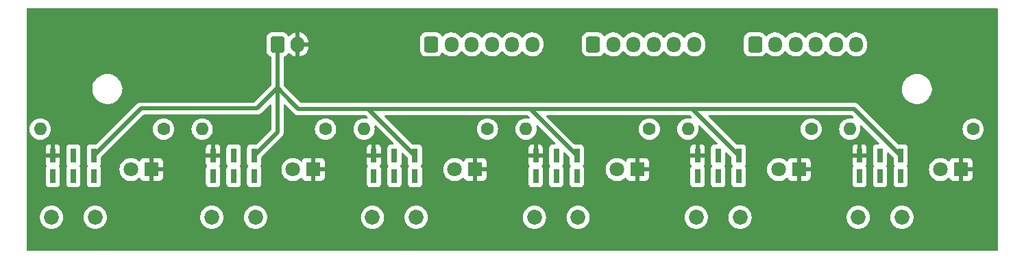
<source format=gbr>
%TF.GenerationSoftware,KiCad,Pcbnew,7.0.8*%
%TF.CreationDate,2024-02-13T18:25:50+01:00*%
%TF.ProjectId,BlankingRelay_Top2,426c616e-6b69-46e6-9752-656c61795f54,rev?*%
%TF.SameCoordinates,Original*%
%TF.FileFunction,Copper,L2,Bot*%
%TF.FilePolarity,Positive*%
%FSLAX46Y46*%
G04 Gerber Fmt 4.6, Leading zero omitted, Abs format (unit mm)*
G04 Created by KiCad (PCBNEW 7.0.8) date 2024-02-13 18:25:50*
%MOMM*%
%LPD*%
G01*
G04 APERTURE LIST*
G04 Aperture macros list*
%AMRoundRect*
0 Rectangle with rounded corners*
0 $1 Rounding radius*
0 $2 $3 $4 $5 $6 $7 $8 $9 X,Y pos of 4 corners*
0 Add a 4 corners polygon primitive as box body*
4,1,4,$2,$3,$4,$5,$6,$7,$8,$9,$2,$3,0*
0 Add four circle primitives for the rounded corners*
1,1,$1+$1,$2,$3*
1,1,$1+$1,$4,$5*
1,1,$1+$1,$6,$7*
1,1,$1+$1,$8,$9*
0 Add four rect primitives between the rounded corners*
20,1,$1+$1,$2,$3,$4,$5,0*
20,1,$1+$1,$4,$5,$6,$7,0*
20,1,$1+$1,$6,$7,$8,$9,0*
20,1,$1+$1,$8,$9,$2,$3,0*%
G04 Aperture macros list end*
%TA.AperFunction,ComponentPad*%
%ADD10RoundRect,0.250000X-0.600000X-0.725000X0.600000X-0.725000X0.600000X0.725000X-0.600000X0.725000X0*%
%TD*%
%TA.AperFunction,ComponentPad*%
%ADD11O,1.700000X1.950000*%
%TD*%
%TA.AperFunction,ComponentPad*%
%ADD12RoundRect,0.250000X-0.600000X-0.750000X0.600000X-0.750000X0.600000X0.750000X-0.600000X0.750000X0*%
%TD*%
%TA.AperFunction,ComponentPad*%
%ADD13O,1.700000X2.000000*%
%TD*%
%TA.AperFunction,ComponentPad*%
%ADD14C,1.850000*%
%TD*%
%TA.AperFunction,ComponentPad*%
%ADD15R,0.750000X1.750000*%
%TD*%
%TA.AperFunction,ComponentPad*%
%ADD16C,1.600000*%
%TD*%
%TA.AperFunction,ComponentPad*%
%ADD17O,1.600000X1.600000*%
%TD*%
%TA.AperFunction,ComponentPad*%
%ADD18R,1.800000X1.800000*%
%TD*%
%TA.AperFunction,ComponentPad*%
%ADD19C,1.800000*%
%TD*%
%TA.AperFunction,Conductor*%
%ADD20C,0.500000*%
%TD*%
G04 APERTURE END LIST*
D10*
%TO.P,J9,1,Pin_1*%
%TO.N,On_1*%
X120000000Y-54500000D03*
D11*
%TO.P,J9,2,Pin_2*%
%TO.N,On_2*%
X122500000Y-54500000D03*
%TO.P,J9,3,Pin_3*%
%TO.N,On_3*%
X125000000Y-54500000D03*
%TO.P,J9,4,Pin_4*%
%TO.N,On_4*%
X127500000Y-54500000D03*
%TO.P,J9,5,Pin_5*%
%TO.N,On_5*%
X130000000Y-54500000D03*
%TO.P,J9,6,Pin_6*%
%TO.N,On_6*%
X132500000Y-54500000D03*
%TD*%
D10*
%TO.P,J10,1,Pin_1*%
%TO.N,On_1*%
X140000000Y-54500000D03*
D11*
%TO.P,J10,2,Pin_2*%
%TO.N,On_2*%
X142500000Y-54500000D03*
%TO.P,J10,3,Pin_3*%
%TO.N,On_3*%
X145000000Y-54500000D03*
%TO.P,J10,4,Pin_4*%
%TO.N,On_4*%
X147500000Y-54500000D03*
%TO.P,J10,5,Pin_5*%
%TO.N,On_5*%
X150000000Y-54500000D03*
%TO.P,J10,6,Pin_6*%
%TO.N,On_6*%
X152500000Y-54500000D03*
%TD*%
D10*
%TO.P,J8,1,Pin_1*%
%TO.N,On_1*%
X100000000Y-54500000D03*
D11*
%TO.P,J8,2,Pin_2*%
%TO.N,On_2*%
X102500000Y-54500000D03*
%TO.P,J8,3,Pin_3*%
%TO.N,On_3*%
X105000000Y-54500000D03*
%TO.P,J8,4,Pin_4*%
%TO.N,On_4*%
X107500000Y-54500000D03*
%TO.P,J8,5,Pin_5*%
%TO.N,On_5*%
X110000000Y-54500000D03*
%TO.P,J8,6,Pin_6*%
%TO.N,On_6*%
X112500000Y-54500000D03*
%TD*%
D12*
%TO.P,J1,1,Pin_1*%
%TO.N,5V*%
X81000000Y-54500000D03*
D13*
%TO.P,J1,2,Pin_2*%
%TO.N,GNDREF*%
X83500000Y-54500000D03*
%TD*%
D14*
%TO.P,Switch6,*%
%TO.N,*%
X152750000Y-75850000D03*
X158150000Y-75850000D03*
D15*
%TO.P,Switch6,1,A*%
%TO.N,GNDREF*%
X152910000Y-68230000D03*
%TO.P,Switch6,2,B*%
%TO.N,On_6*%
X155450000Y-68230000D03*
%TO.P,Switch6,3,C*%
%TO.N,5V*%
X157990000Y-68230000D03*
%TO.P,Switch6,4,A*%
%TO.N,Net-(R6-Pad1)*%
X152910000Y-70770000D03*
%TO.P,Switch6,5,B*%
%TO.N,5V*%
X155450000Y-70770000D03*
%TO.P,Switch6,6,C*%
%TO.N,unconnected-(Switch6-C-Pad6)*%
X157990000Y-70770000D03*
%TD*%
D16*
%TO.P,R3,1*%
%TO.N,Net-(R3-Pad1)*%
X106950000Y-64950000D03*
D17*
%TO.P,R3,2*%
%TO.N,Net-(D3-A)*%
X91710000Y-64950000D03*
%TD*%
D18*
%TO.P,D2,1,K*%
%TO.N,GNDREF*%
X85450000Y-69950000D03*
D19*
%TO.P,D2,2,A*%
%TO.N,Net-(D2-A)*%
X82910000Y-69950000D03*
%TD*%
D16*
%TO.P,R2,1*%
%TO.N,Net-(R2-Pad1)*%
X86950000Y-64950000D03*
D17*
%TO.P,R2,2*%
%TO.N,Net-(D2-A)*%
X71710000Y-64950000D03*
%TD*%
D14*
%TO.P,Switch1,*%
%TO.N,*%
X53100000Y-75850000D03*
X58500000Y-75850000D03*
D15*
%TO.P,Switch1,1,A*%
%TO.N,GNDREF*%
X53260000Y-68230000D03*
%TO.P,Switch1,2,B*%
%TO.N,On_1*%
X55800000Y-68230000D03*
%TO.P,Switch1,3,C*%
%TO.N,5V*%
X58340000Y-68230000D03*
%TO.P,Switch1,4,A*%
%TO.N,Net-(R1-Pad1)*%
X53260000Y-70770000D03*
%TO.P,Switch1,5,B*%
%TO.N,5V*%
X55800000Y-70770000D03*
%TO.P,Switch1,6,C*%
%TO.N,unconnected-(Switch1-C-Pad6)*%
X58340000Y-70770000D03*
%TD*%
D16*
%TO.P,R4,1*%
%TO.N,Net-(R4-Pad1)*%
X126950000Y-64950000D03*
D17*
%TO.P,R4,2*%
%TO.N,Net-(D4-A)*%
X111710000Y-64950000D03*
%TD*%
D18*
%TO.P,D1,1,K*%
%TO.N,GNDREF*%
X65450000Y-69950000D03*
D19*
%TO.P,D1,2,A*%
%TO.N,Net-(D1-A)*%
X62910000Y-69950000D03*
%TD*%
D18*
%TO.P,D3,1,K*%
%TO.N,GNDREF*%
X105450000Y-69950000D03*
D19*
%TO.P,D3,2,A*%
%TO.N,Net-(D3-A)*%
X102910000Y-69950000D03*
%TD*%
D18*
%TO.P,D6,1,K*%
%TO.N,GNDREF*%
X165450000Y-69950000D03*
D19*
%TO.P,D6,2,A*%
%TO.N,Net-(D6-A)*%
X162910000Y-69950000D03*
%TD*%
D14*
%TO.P,Switch4,*%
%TO.N,*%
X112750000Y-75850000D03*
X118150000Y-75850000D03*
D15*
%TO.P,Switch4,1,A*%
%TO.N,GNDREF*%
X112910000Y-68230000D03*
%TO.P,Switch4,2,B*%
%TO.N,On_4*%
X115450000Y-68230000D03*
%TO.P,Switch4,3,C*%
%TO.N,5V*%
X117990000Y-68230000D03*
%TO.P,Switch4,4,A*%
%TO.N,Net-(R4-Pad1)*%
X112910000Y-70770000D03*
%TO.P,Switch4,5,B*%
%TO.N,5V*%
X115450000Y-70770000D03*
%TO.P,Switch4,6,C*%
%TO.N,unconnected-(Switch4-C-Pad6)*%
X117990000Y-70770000D03*
%TD*%
D16*
%TO.P,R6,1*%
%TO.N,Net-(R6-Pad1)*%
X166950000Y-64950000D03*
D17*
%TO.P,R6,2*%
%TO.N,Net-(D6-A)*%
X151710000Y-64950000D03*
%TD*%
D18*
%TO.P,D4,1,K*%
%TO.N,GNDREF*%
X125500000Y-69950000D03*
D19*
%TO.P,D4,2,A*%
%TO.N,Net-(D4-A)*%
X122960000Y-69950000D03*
%TD*%
D14*
%TO.P,Switch5,*%
%TO.N,*%
X132750000Y-75850000D03*
X138150000Y-75850000D03*
D15*
%TO.P,Switch5,1,A*%
%TO.N,GNDREF*%
X132910000Y-68230000D03*
%TO.P,Switch5,2,B*%
%TO.N,On_5*%
X135450000Y-68230000D03*
%TO.P,Switch5,3,C*%
%TO.N,5V*%
X137990000Y-68230000D03*
%TO.P,Switch5,4,A*%
%TO.N,Net-(R5-Pad1)*%
X132910000Y-70770000D03*
%TO.P,Switch5,5,B*%
%TO.N,5V*%
X135450000Y-70770000D03*
%TO.P,Switch5,6,C*%
%TO.N,unconnected-(Switch5-C-Pad6)*%
X137990000Y-70770000D03*
%TD*%
D14*
%TO.P,Switch2,*%
%TO.N,*%
X72900000Y-75850000D03*
X78300000Y-75850000D03*
D15*
%TO.P,Switch2,1,A*%
%TO.N,GNDREF*%
X73060000Y-68230000D03*
%TO.P,Switch2,2,B*%
%TO.N,On_2*%
X75600000Y-68230000D03*
%TO.P,Switch2,3,C*%
%TO.N,5V*%
X78140000Y-68230000D03*
%TO.P,Switch2,4,A*%
%TO.N,Net-(R2-Pad1)*%
X73060000Y-70770000D03*
%TO.P,Switch2,5,B*%
%TO.N,5V*%
X75600000Y-70770000D03*
%TO.P,Switch2,6,C*%
%TO.N,unconnected-(Switch2-C-Pad6)*%
X78140000Y-70770000D03*
%TD*%
D16*
%TO.P,R5,1*%
%TO.N,Net-(R5-Pad1)*%
X146950000Y-64950000D03*
D17*
%TO.P,R5,2*%
%TO.N,Net-(D5-A)*%
X131710000Y-64950000D03*
%TD*%
D16*
%TO.P,R1,1*%
%TO.N,Net-(R1-Pad1)*%
X66950000Y-64950000D03*
D17*
%TO.P,R1,2*%
%TO.N,Net-(D1-A)*%
X51710000Y-64950000D03*
%TD*%
D14*
%TO.P,Switch3,*%
%TO.N,*%
X92750000Y-75850000D03*
X98150000Y-75850000D03*
D15*
%TO.P,Switch3,1,A*%
%TO.N,GNDREF*%
X92910000Y-68230000D03*
%TO.P,Switch3,2,B*%
%TO.N,On_3*%
X95450000Y-68230000D03*
%TO.P,Switch3,3,C*%
%TO.N,5V*%
X97990000Y-68230000D03*
%TO.P,Switch3,4,A*%
%TO.N,Net-(R3-Pad1)*%
X92910000Y-70770000D03*
%TO.P,Switch3,5,B*%
%TO.N,5V*%
X95450000Y-70770000D03*
%TO.P,Switch3,6,C*%
%TO.N,unconnected-(Switch3-C-Pad6)*%
X97990000Y-70770000D03*
%TD*%
D18*
%TO.P,D5,1,K*%
%TO.N,GNDREF*%
X145450000Y-69950000D03*
D19*
%TO.P,D5,2,A*%
%TO.N,Net-(D5-A)*%
X142910000Y-69950000D03*
%TD*%
D20*
%TO.N,5V*%
X152235000Y-62475000D02*
X157990000Y-68230000D01*
X132235000Y-62475000D02*
X152235000Y-62475000D01*
X112235000Y-62475000D02*
X132235000Y-62475000D01*
X132235000Y-62475000D02*
X137990000Y-68230000D01*
X112235000Y-62475000D02*
X117990000Y-68230000D01*
X83600000Y-62475000D02*
X112235000Y-62475000D01*
X82912500Y-61787500D02*
X83600000Y-62475000D01*
X81000000Y-59875000D02*
X82912500Y-61787500D01*
X92310000Y-62550000D02*
X97990000Y-68230000D01*
X78450000Y-62425000D02*
X64145000Y-62425000D01*
X64145000Y-62425000D02*
X58340000Y-68230000D01*
X81000000Y-59875000D02*
X78450000Y-62425000D01*
X81000000Y-59875000D02*
X81000000Y-65370000D01*
X81000000Y-54500000D02*
X81000000Y-59875000D01*
X81000000Y-65370000D02*
X78140000Y-68230000D01*
%TD*%
%TA.AperFunction,Conductor*%
%TO.N,GNDREF*%
G36*
X169941621Y-50020502D02*
G01*
X169988114Y-50074158D01*
X169999500Y-50126500D01*
X169999500Y-79873500D01*
X169979498Y-79941621D01*
X169925842Y-79988114D01*
X169873500Y-79999500D01*
X50126500Y-79999500D01*
X50058379Y-79979498D01*
X50011886Y-79925842D01*
X50000500Y-79873500D01*
X50000500Y-75849999D01*
X51661587Y-75849999D01*
X51666285Y-75906697D01*
X51666500Y-75911902D01*
X51666500Y-75968782D01*
X51675863Y-76024901D01*
X51676506Y-76030066D01*
X51681204Y-76086751D01*
X51681205Y-76086760D01*
X51695170Y-76141909D01*
X51696238Y-76147004D01*
X51702235Y-76182937D01*
X51705602Y-76203110D01*
X51705602Y-76203112D01*
X51705603Y-76203113D01*
X51724074Y-76256918D01*
X51725560Y-76261910D01*
X51739524Y-76317053D01*
X51739525Y-76317057D01*
X51762376Y-76369149D01*
X51764269Y-76374002D01*
X51782740Y-76427803D01*
X51782742Y-76427808D01*
X51809814Y-76477833D01*
X51812101Y-76482511D01*
X51834954Y-76534609D01*
X51834955Y-76534610D01*
X51834958Y-76534616D01*
X51847579Y-76553933D01*
X51866075Y-76582245D01*
X51868725Y-76586692D01*
X51887642Y-76621647D01*
X51895806Y-76636732D01*
X51895814Y-76636745D01*
X51918359Y-76665710D01*
X51930750Y-76681630D01*
X51933765Y-76685853D01*
X51964890Y-76733492D01*
X52003423Y-76775350D01*
X52006778Y-76779312D01*
X52041724Y-76824211D01*
X52041728Y-76824215D01*
X52083576Y-76862737D01*
X52087261Y-76866422D01*
X52125784Y-76908271D01*
X52125788Y-76908274D01*
X52125789Y-76908275D01*
X52170689Y-76943222D01*
X52174650Y-76946577D01*
X52216508Y-76985110D01*
X52264145Y-77016233D01*
X52268361Y-77019243D01*
X52313263Y-77054191D01*
X52363299Y-77081269D01*
X52367765Y-77083931D01*
X52415391Y-77115046D01*
X52415399Y-77115049D01*
X52415400Y-77115050D01*
X52467476Y-77137893D01*
X52472156Y-77140180D01*
X52522186Y-77167255D01*
X52522189Y-77167256D01*
X52522196Y-77167260D01*
X52545130Y-77175133D01*
X52575998Y-77185730D01*
X52580852Y-77187624D01*
X52602275Y-77197021D01*
X52632948Y-77210476D01*
X52688107Y-77224443D01*
X52693071Y-77225921D01*
X52746890Y-77244398D01*
X52803025Y-77253765D01*
X52808087Y-77254827D01*
X52863245Y-77268795D01*
X52919962Y-77273493D01*
X52925084Y-77274132D01*
X52981217Y-77283500D01*
X52981219Y-77283500D01*
X53218781Y-77283500D01*
X53218783Y-77283500D01*
X53274917Y-77274131D01*
X53280033Y-77273494D01*
X53336755Y-77268795D01*
X53391910Y-77254827D01*
X53396993Y-77253762D01*
X53397655Y-77253651D01*
X53453110Y-77244398D01*
X53506942Y-77225916D01*
X53511888Y-77224444D01*
X53567052Y-77210476D01*
X53619168Y-77187613D01*
X53623975Y-77185738D01*
X53677804Y-77167260D01*
X53727840Y-77140180D01*
X53732513Y-77137897D01*
X53734895Y-77136851D01*
X53784609Y-77115046D01*
X53832234Y-77083931D01*
X53836710Y-77081264D01*
X53886737Y-77054191D01*
X53931642Y-77019239D01*
X53935838Y-77016242D01*
X53983492Y-76985110D01*
X54025356Y-76946570D01*
X54029312Y-76943219D01*
X54074211Y-76908275D01*
X54112754Y-76866404D01*
X54116404Y-76862754D01*
X54158275Y-76824211D01*
X54193219Y-76779312D01*
X54196570Y-76775356D01*
X54235110Y-76733492D01*
X54266242Y-76685838D01*
X54269239Y-76681642D01*
X54304191Y-76636737D01*
X54331267Y-76586705D01*
X54333931Y-76582234D01*
X54336227Y-76578718D01*
X54365046Y-76534609D01*
X54387898Y-76482511D01*
X54390185Y-76477833D01*
X54417260Y-76427804D01*
X54435738Y-76373975D01*
X54437613Y-76369168D01*
X54460476Y-76317052D01*
X54474444Y-76261888D01*
X54475916Y-76256942D01*
X54494398Y-76203110D01*
X54503762Y-76146993D01*
X54504828Y-76141909D01*
X54518795Y-76086755D01*
X54523493Y-76030046D01*
X54524137Y-76024893D01*
X54525770Y-76015100D01*
X54533500Y-75968783D01*
X54533500Y-75911902D01*
X54533715Y-75906697D01*
X54533940Y-75903970D01*
X54538413Y-75850000D01*
X54538413Y-75849999D01*
X57061587Y-75849999D01*
X57066285Y-75906697D01*
X57066500Y-75911902D01*
X57066500Y-75968782D01*
X57075863Y-76024901D01*
X57076506Y-76030066D01*
X57081204Y-76086751D01*
X57081205Y-76086760D01*
X57095170Y-76141909D01*
X57096238Y-76147004D01*
X57102235Y-76182937D01*
X57105602Y-76203110D01*
X57105602Y-76203112D01*
X57105603Y-76203113D01*
X57124074Y-76256918D01*
X57125560Y-76261910D01*
X57139524Y-76317053D01*
X57139525Y-76317057D01*
X57162376Y-76369149D01*
X57164269Y-76374002D01*
X57182740Y-76427803D01*
X57182742Y-76427808D01*
X57209814Y-76477833D01*
X57212101Y-76482511D01*
X57234954Y-76534609D01*
X57234955Y-76534610D01*
X57234958Y-76534616D01*
X57247579Y-76553933D01*
X57266075Y-76582245D01*
X57268725Y-76586692D01*
X57287642Y-76621647D01*
X57295806Y-76636732D01*
X57295814Y-76636745D01*
X57318359Y-76665710D01*
X57330750Y-76681630D01*
X57333765Y-76685853D01*
X57364890Y-76733492D01*
X57403423Y-76775350D01*
X57406778Y-76779312D01*
X57441724Y-76824211D01*
X57441728Y-76824215D01*
X57483576Y-76862737D01*
X57487261Y-76866422D01*
X57525784Y-76908271D01*
X57525788Y-76908274D01*
X57525789Y-76908275D01*
X57570689Y-76943222D01*
X57574650Y-76946577D01*
X57616508Y-76985110D01*
X57664145Y-77016233D01*
X57668361Y-77019243D01*
X57713263Y-77054191D01*
X57763299Y-77081269D01*
X57767765Y-77083931D01*
X57815391Y-77115046D01*
X57815399Y-77115049D01*
X57815400Y-77115050D01*
X57867476Y-77137893D01*
X57872156Y-77140180D01*
X57922186Y-77167255D01*
X57922189Y-77167256D01*
X57922196Y-77167260D01*
X57945130Y-77175133D01*
X57975998Y-77185730D01*
X57980852Y-77187624D01*
X58002275Y-77197021D01*
X58032948Y-77210476D01*
X58088107Y-77224443D01*
X58093071Y-77225921D01*
X58146890Y-77244398D01*
X58203025Y-77253765D01*
X58208087Y-77254827D01*
X58263245Y-77268795D01*
X58319962Y-77273493D01*
X58325084Y-77274132D01*
X58381217Y-77283500D01*
X58381219Y-77283500D01*
X58618781Y-77283500D01*
X58618783Y-77283500D01*
X58674917Y-77274131D01*
X58680033Y-77273494D01*
X58736755Y-77268795D01*
X58791910Y-77254827D01*
X58796993Y-77253762D01*
X58797655Y-77253651D01*
X58853110Y-77244398D01*
X58906942Y-77225916D01*
X58911888Y-77224444D01*
X58967052Y-77210476D01*
X59019168Y-77187613D01*
X59023975Y-77185738D01*
X59077804Y-77167260D01*
X59127840Y-77140180D01*
X59132513Y-77137897D01*
X59134895Y-77136851D01*
X59184609Y-77115046D01*
X59232234Y-77083931D01*
X59236710Y-77081264D01*
X59286737Y-77054191D01*
X59331642Y-77019239D01*
X59335838Y-77016242D01*
X59383492Y-76985110D01*
X59425356Y-76946570D01*
X59429312Y-76943219D01*
X59474211Y-76908275D01*
X59512754Y-76866404D01*
X59516404Y-76862754D01*
X59558275Y-76824211D01*
X59593219Y-76779312D01*
X59596570Y-76775356D01*
X59635110Y-76733492D01*
X59666242Y-76685838D01*
X59669239Y-76681642D01*
X59704191Y-76636737D01*
X59731267Y-76586705D01*
X59733931Y-76582234D01*
X59736227Y-76578718D01*
X59765046Y-76534609D01*
X59787898Y-76482511D01*
X59790185Y-76477833D01*
X59817260Y-76427804D01*
X59835738Y-76373975D01*
X59837613Y-76369168D01*
X59860476Y-76317052D01*
X59874444Y-76261888D01*
X59875916Y-76256942D01*
X59894398Y-76203110D01*
X59903762Y-76146993D01*
X59904828Y-76141909D01*
X59918795Y-76086755D01*
X59923493Y-76030046D01*
X59924137Y-76024893D01*
X59925770Y-76015100D01*
X59933500Y-75968783D01*
X59933500Y-75911902D01*
X59933715Y-75906697D01*
X59933940Y-75903970D01*
X59938413Y-75850000D01*
X59938413Y-75849999D01*
X71461587Y-75849999D01*
X71466285Y-75906697D01*
X71466500Y-75911902D01*
X71466500Y-75968782D01*
X71475863Y-76024901D01*
X71476506Y-76030066D01*
X71481204Y-76086751D01*
X71481205Y-76086760D01*
X71495170Y-76141909D01*
X71496238Y-76147004D01*
X71502235Y-76182937D01*
X71505602Y-76203110D01*
X71505602Y-76203112D01*
X71505603Y-76203113D01*
X71524074Y-76256918D01*
X71525560Y-76261910D01*
X71539524Y-76317053D01*
X71539525Y-76317057D01*
X71562376Y-76369149D01*
X71564269Y-76374002D01*
X71582740Y-76427803D01*
X71582742Y-76427808D01*
X71609814Y-76477833D01*
X71612101Y-76482511D01*
X71634954Y-76534609D01*
X71634955Y-76534610D01*
X71634958Y-76534616D01*
X71647579Y-76553933D01*
X71666075Y-76582245D01*
X71668725Y-76586692D01*
X71687642Y-76621647D01*
X71695806Y-76636732D01*
X71695814Y-76636745D01*
X71718359Y-76665710D01*
X71730750Y-76681630D01*
X71733765Y-76685853D01*
X71764890Y-76733492D01*
X71803423Y-76775350D01*
X71806778Y-76779312D01*
X71841724Y-76824211D01*
X71841728Y-76824215D01*
X71883576Y-76862737D01*
X71887261Y-76866422D01*
X71925784Y-76908271D01*
X71925788Y-76908274D01*
X71925789Y-76908275D01*
X71970689Y-76943222D01*
X71974650Y-76946577D01*
X72016508Y-76985110D01*
X72064145Y-77016233D01*
X72068361Y-77019243D01*
X72113263Y-77054191D01*
X72163299Y-77081269D01*
X72167765Y-77083931D01*
X72215391Y-77115046D01*
X72215399Y-77115049D01*
X72215400Y-77115050D01*
X72267476Y-77137893D01*
X72272156Y-77140180D01*
X72322186Y-77167255D01*
X72322189Y-77167256D01*
X72322196Y-77167260D01*
X72345130Y-77175133D01*
X72375998Y-77185730D01*
X72380852Y-77187624D01*
X72402275Y-77197021D01*
X72432948Y-77210476D01*
X72488107Y-77224443D01*
X72493071Y-77225921D01*
X72546890Y-77244398D01*
X72603025Y-77253765D01*
X72608087Y-77254827D01*
X72663245Y-77268795D01*
X72719962Y-77273493D01*
X72725084Y-77274132D01*
X72781217Y-77283500D01*
X72781219Y-77283500D01*
X73018781Y-77283500D01*
X73018783Y-77283500D01*
X73074917Y-77274131D01*
X73080033Y-77273494D01*
X73136755Y-77268795D01*
X73191910Y-77254827D01*
X73196993Y-77253762D01*
X73197655Y-77253651D01*
X73253110Y-77244398D01*
X73306942Y-77225916D01*
X73311888Y-77224444D01*
X73367052Y-77210476D01*
X73419168Y-77187613D01*
X73423975Y-77185738D01*
X73477804Y-77167260D01*
X73527840Y-77140180D01*
X73532513Y-77137897D01*
X73534895Y-77136851D01*
X73584609Y-77115046D01*
X73632234Y-77083931D01*
X73636710Y-77081264D01*
X73686737Y-77054191D01*
X73731642Y-77019239D01*
X73735838Y-77016242D01*
X73783492Y-76985110D01*
X73825356Y-76946570D01*
X73829312Y-76943219D01*
X73874211Y-76908275D01*
X73912754Y-76866404D01*
X73916404Y-76862754D01*
X73958275Y-76824211D01*
X73993219Y-76779312D01*
X73996570Y-76775356D01*
X74035110Y-76733492D01*
X74066242Y-76685838D01*
X74069239Y-76681642D01*
X74104191Y-76636737D01*
X74131267Y-76586705D01*
X74133931Y-76582234D01*
X74136227Y-76578718D01*
X74165046Y-76534609D01*
X74187898Y-76482511D01*
X74190185Y-76477833D01*
X74217260Y-76427804D01*
X74235738Y-76373975D01*
X74237613Y-76369168D01*
X74260476Y-76317052D01*
X74274444Y-76261888D01*
X74275916Y-76256942D01*
X74294398Y-76203110D01*
X74303762Y-76146993D01*
X74304828Y-76141909D01*
X74318795Y-76086755D01*
X74323493Y-76030046D01*
X74324137Y-76024893D01*
X74325770Y-76015100D01*
X74333500Y-75968783D01*
X74333500Y-75911902D01*
X74333715Y-75906697D01*
X74333940Y-75903970D01*
X74338413Y-75850000D01*
X74338413Y-75849999D01*
X76861587Y-75849999D01*
X76866285Y-75906697D01*
X76866500Y-75911902D01*
X76866500Y-75968782D01*
X76875863Y-76024901D01*
X76876506Y-76030066D01*
X76881204Y-76086751D01*
X76881205Y-76086760D01*
X76895170Y-76141909D01*
X76896238Y-76147004D01*
X76902235Y-76182937D01*
X76905602Y-76203110D01*
X76905602Y-76203112D01*
X76905603Y-76203113D01*
X76924074Y-76256918D01*
X76925560Y-76261910D01*
X76939524Y-76317053D01*
X76939525Y-76317057D01*
X76962376Y-76369149D01*
X76964269Y-76374002D01*
X76982740Y-76427803D01*
X76982742Y-76427808D01*
X77009814Y-76477833D01*
X77012101Y-76482511D01*
X77034954Y-76534609D01*
X77034955Y-76534610D01*
X77034958Y-76534616D01*
X77047579Y-76553933D01*
X77066075Y-76582245D01*
X77068725Y-76586692D01*
X77087642Y-76621647D01*
X77095806Y-76636732D01*
X77095814Y-76636745D01*
X77118359Y-76665710D01*
X77130750Y-76681630D01*
X77133765Y-76685853D01*
X77164890Y-76733492D01*
X77203423Y-76775350D01*
X77206778Y-76779312D01*
X77241724Y-76824211D01*
X77241728Y-76824215D01*
X77283576Y-76862737D01*
X77287261Y-76866422D01*
X77325784Y-76908271D01*
X77325788Y-76908274D01*
X77325789Y-76908275D01*
X77370689Y-76943222D01*
X77374650Y-76946577D01*
X77416508Y-76985110D01*
X77464145Y-77016233D01*
X77468361Y-77019243D01*
X77513263Y-77054191D01*
X77563299Y-77081269D01*
X77567765Y-77083931D01*
X77615391Y-77115046D01*
X77615399Y-77115049D01*
X77615400Y-77115050D01*
X77667476Y-77137893D01*
X77672156Y-77140180D01*
X77722186Y-77167255D01*
X77722189Y-77167256D01*
X77722196Y-77167260D01*
X77745130Y-77175133D01*
X77775998Y-77185730D01*
X77780852Y-77187624D01*
X77802275Y-77197021D01*
X77832948Y-77210476D01*
X77888107Y-77224443D01*
X77893071Y-77225921D01*
X77946890Y-77244398D01*
X78003025Y-77253765D01*
X78008087Y-77254827D01*
X78063245Y-77268795D01*
X78119962Y-77273493D01*
X78125084Y-77274132D01*
X78181217Y-77283500D01*
X78181219Y-77283500D01*
X78418781Y-77283500D01*
X78418783Y-77283500D01*
X78474917Y-77274131D01*
X78480033Y-77273494D01*
X78536755Y-77268795D01*
X78591910Y-77254827D01*
X78596993Y-77253762D01*
X78597655Y-77253651D01*
X78653110Y-77244398D01*
X78706942Y-77225916D01*
X78711888Y-77224444D01*
X78767052Y-77210476D01*
X78819168Y-77187613D01*
X78823975Y-77185738D01*
X78877804Y-77167260D01*
X78927840Y-77140180D01*
X78932513Y-77137897D01*
X78934895Y-77136851D01*
X78984609Y-77115046D01*
X79032234Y-77083931D01*
X79036710Y-77081264D01*
X79086737Y-77054191D01*
X79131642Y-77019239D01*
X79135838Y-77016242D01*
X79183492Y-76985110D01*
X79225356Y-76946570D01*
X79229312Y-76943219D01*
X79274211Y-76908275D01*
X79312754Y-76866404D01*
X79316404Y-76862754D01*
X79358275Y-76824211D01*
X79393219Y-76779312D01*
X79396570Y-76775356D01*
X79435110Y-76733492D01*
X79466242Y-76685838D01*
X79469239Y-76681642D01*
X79504191Y-76636737D01*
X79531267Y-76586705D01*
X79533931Y-76582234D01*
X79536227Y-76578718D01*
X79565046Y-76534609D01*
X79587898Y-76482511D01*
X79590185Y-76477833D01*
X79617260Y-76427804D01*
X79635738Y-76373975D01*
X79637613Y-76369168D01*
X79660476Y-76317052D01*
X79674444Y-76261888D01*
X79675916Y-76256942D01*
X79694398Y-76203110D01*
X79703762Y-76146993D01*
X79704828Y-76141909D01*
X79718795Y-76086755D01*
X79723493Y-76030046D01*
X79724137Y-76024893D01*
X79725770Y-76015100D01*
X79733500Y-75968783D01*
X79733500Y-75911902D01*
X79733715Y-75906697D01*
X79733940Y-75903970D01*
X79738413Y-75850000D01*
X79738413Y-75849999D01*
X91311587Y-75849999D01*
X91316285Y-75906697D01*
X91316500Y-75911902D01*
X91316500Y-75968782D01*
X91325863Y-76024901D01*
X91326506Y-76030066D01*
X91331204Y-76086751D01*
X91331205Y-76086760D01*
X91345170Y-76141909D01*
X91346238Y-76147004D01*
X91352235Y-76182937D01*
X91355602Y-76203110D01*
X91355602Y-76203112D01*
X91355603Y-76203113D01*
X91374074Y-76256918D01*
X91375560Y-76261910D01*
X91389524Y-76317053D01*
X91389525Y-76317057D01*
X91412376Y-76369149D01*
X91414269Y-76374002D01*
X91432740Y-76427803D01*
X91432742Y-76427808D01*
X91459814Y-76477833D01*
X91462101Y-76482511D01*
X91484954Y-76534609D01*
X91484955Y-76534610D01*
X91484958Y-76534616D01*
X91497579Y-76553933D01*
X91516075Y-76582245D01*
X91518725Y-76586692D01*
X91537642Y-76621647D01*
X91545806Y-76636732D01*
X91545814Y-76636745D01*
X91568359Y-76665710D01*
X91580750Y-76681630D01*
X91583765Y-76685853D01*
X91614890Y-76733492D01*
X91653423Y-76775350D01*
X91656778Y-76779312D01*
X91691724Y-76824211D01*
X91691728Y-76824215D01*
X91733576Y-76862737D01*
X91737261Y-76866422D01*
X91775784Y-76908271D01*
X91775788Y-76908274D01*
X91775789Y-76908275D01*
X91820689Y-76943222D01*
X91824650Y-76946577D01*
X91866508Y-76985110D01*
X91914145Y-77016233D01*
X91918361Y-77019243D01*
X91963263Y-77054191D01*
X92013299Y-77081269D01*
X92017765Y-77083931D01*
X92065391Y-77115046D01*
X92065399Y-77115049D01*
X92065400Y-77115050D01*
X92117476Y-77137893D01*
X92122156Y-77140180D01*
X92172186Y-77167255D01*
X92172189Y-77167256D01*
X92172196Y-77167260D01*
X92195130Y-77175133D01*
X92225998Y-77185730D01*
X92230852Y-77187624D01*
X92252275Y-77197021D01*
X92282948Y-77210476D01*
X92338107Y-77224443D01*
X92343071Y-77225921D01*
X92396890Y-77244398D01*
X92453025Y-77253765D01*
X92458087Y-77254827D01*
X92513245Y-77268795D01*
X92569962Y-77273493D01*
X92575084Y-77274132D01*
X92631217Y-77283500D01*
X92631219Y-77283500D01*
X92868781Y-77283500D01*
X92868783Y-77283500D01*
X92924917Y-77274131D01*
X92930033Y-77273494D01*
X92986755Y-77268795D01*
X93041910Y-77254827D01*
X93046993Y-77253762D01*
X93047655Y-77253651D01*
X93103110Y-77244398D01*
X93156942Y-77225916D01*
X93161888Y-77224444D01*
X93217052Y-77210476D01*
X93269168Y-77187613D01*
X93273975Y-77185738D01*
X93327804Y-77167260D01*
X93377840Y-77140180D01*
X93382513Y-77137897D01*
X93384895Y-77136851D01*
X93434609Y-77115046D01*
X93482234Y-77083931D01*
X93486710Y-77081264D01*
X93536737Y-77054191D01*
X93581642Y-77019239D01*
X93585838Y-77016242D01*
X93633492Y-76985110D01*
X93675356Y-76946570D01*
X93679312Y-76943219D01*
X93724211Y-76908275D01*
X93762754Y-76866404D01*
X93766404Y-76862754D01*
X93808275Y-76824211D01*
X93843219Y-76779312D01*
X93846570Y-76775356D01*
X93885110Y-76733492D01*
X93916242Y-76685838D01*
X93919239Y-76681642D01*
X93954191Y-76636737D01*
X93981267Y-76586705D01*
X93983931Y-76582234D01*
X93986227Y-76578718D01*
X94015046Y-76534609D01*
X94037898Y-76482511D01*
X94040185Y-76477833D01*
X94067260Y-76427804D01*
X94085738Y-76373975D01*
X94087613Y-76369168D01*
X94110476Y-76317052D01*
X94124444Y-76261888D01*
X94125916Y-76256942D01*
X94144398Y-76203110D01*
X94153762Y-76146993D01*
X94154828Y-76141909D01*
X94168795Y-76086755D01*
X94173493Y-76030046D01*
X94174137Y-76024893D01*
X94175770Y-76015100D01*
X94183500Y-75968783D01*
X94183500Y-75911902D01*
X94183715Y-75906697D01*
X94183940Y-75903970D01*
X94188413Y-75850000D01*
X94188413Y-75849999D01*
X96711587Y-75849999D01*
X96716285Y-75906697D01*
X96716500Y-75911902D01*
X96716500Y-75968782D01*
X96725863Y-76024901D01*
X96726506Y-76030066D01*
X96731204Y-76086751D01*
X96731205Y-76086760D01*
X96745170Y-76141909D01*
X96746238Y-76147004D01*
X96752235Y-76182937D01*
X96755602Y-76203110D01*
X96755602Y-76203112D01*
X96755603Y-76203113D01*
X96774074Y-76256918D01*
X96775560Y-76261910D01*
X96789524Y-76317053D01*
X96789525Y-76317057D01*
X96812376Y-76369149D01*
X96814269Y-76374002D01*
X96832740Y-76427803D01*
X96832742Y-76427808D01*
X96859814Y-76477833D01*
X96862101Y-76482511D01*
X96884954Y-76534609D01*
X96884955Y-76534610D01*
X96884958Y-76534616D01*
X96897579Y-76553933D01*
X96916075Y-76582245D01*
X96918725Y-76586692D01*
X96937642Y-76621647D01*
X96945806Y-76636732D01*
X96945814Y-76636745D01*
X96968359Y-76665710D01*
X96980750Y-76681630D01*
X96983765Y-76685853D01*
X97014890Y-76733492D01*
X97053423Y-76775350D01*
X97056778Y-76779312D01*
X97091724Y-76824211D01*
X97091728Y-76824215D01*
X97133576Y-76862737D01*
X97137261Y-76866422D01*
X97175784Y-76908271D01*
X97175788Y-76908274D01*
X97175789Y-76908275D01*
X97220689Y-76943222D01*
X97224650Y-76946577D01*
X97266508Y-76985110D01*
X97314145Y-77016233D01*
X97318361Y-77019243D01*
X97363263Y-77054191D01*
X97413299Y-77081269D01*
X97417765Y-77083931D01*
X97465391Y-77115046D01*
X97465399Y-77115049D01*
X97465400Y-77115050D01*
X97517476Y-77137893D01*
X97522156Y-77140180D01*
X97572186Y-77167255D01*
X97572189Y-77167256D01*
X97572196Y-77167260D01*
X97595130Y-77175133D01*
X97625998Y-77185730D01*
X97630852Y-77187624D01*
X97652275Y-77197021D01*
X97682948Y-77210476D01*
X97738107Y-77224443D01*
X97743071Y-77225921D01*
X97796890Y-77244398D01*
X97853025Y-77253765D01*
X97858087Y-77254827D01*
X97913245Y-77268795D01*
X97969962Y-77273493D01*
X97975084Y-77274132D01*
X98031217Y-77283500D01*
X98031219Y-77283500D01*
X98268781Y-77283500D01*
X98268783Y-77283500D01*
X98324917Y-77274131D01*
X98330033Y-77273494D01*
X98386755Y-77268795D01*
X98441910Y-77254827D01*
X98446993Y-77253762D01*
X98447655Y-77253651D01*
X98503110Y-77244398D01*
X98556942Y-77225916D01*
X98561888Y-77224444D01*
X98617052Y-77210476D01*
X98669168Y-77187613D01*
X98673975Y-77185738D01*
X98727804Y-77167260D01*
X98777840Y-77140180D01*
X98782513Y-77137897D01*
X98784895Y-77136851D01*
X98834609Y-77115046D01*
X98882234Y-77083931D01*
X98886710Y-77081264D01*
X98936737Y-77054191D01*
X98981642Y-77019239D01*
X98985838Y-77016242D01*
X99033492Y-76985110D01*
X99075356Y-76946570D01*
X99079312Y-76943219D01*
X99124211Y-76908275D01*
X99162754Y-76866404D01*
X99166404Y-76862754D01*
X99208275Y-76824211D01*
X99243219Y-76779312D01*
X99246570Y-76775356D01*
X99285110Y-76733492D01*
X99316242Y-76685838D01*
X99319239Y-76681642D01*
X99354191Y-76636737D01*
X99381267Y-76586705D01*
X99383931Y-76582234D01*
X99386227Y-76578718D01*
X99415046Y-76534609D01*
X99437898Y-76482511D01*
X99440185Y-76477833D01*
X99467260Y-76427804D01*
X99485738Y-76373975D01*
X99487613Y-76369168D01*
X99510476Y-76317052D01*
X99524444Y-76261888D01*
X99525916Y-76256942D01*
X99544398Y-76203110D01*
X99553762Y-76146993D01*
X99554828Y-76141909D01*
X99568795Y-76086755D01*
X99573493Y-76030046D01*
X99574137Y-76024893D01*
X99575770Y-76015100D01*
X99583500Y-75968783D01*
X99583500Y-75911902D01*
X99583715Y-75906697D01*
X99583940Y-75903970D01*
X99588413Y-75850000D01*
X99588413Y-75849999D01*
X111311587Y-75849999D01*
X111316285Y-75906697D01*
X111316500Y-75911902D01*
X111316500Y-75968782D01*
X111325863Y-76024901D01*
X111326506Y-76030066D01*
X111331204Y-76086751D01*
X111331205Y-76086760D01*
X111345170Y-76141909D01*
X111346238Y-76147004D01*
X111352235Y-76182937D01*
X111355602Y-76203110D01*
X111355602Y-76203112D01*
X111355603Y-76203113D01*
X111374074Y-76256918D01*
X111375560Y-76261910D01*
X111389524Y-76317053D01*
X111389525Y-76317057D01*
X111412376Y-76369149D01*
X111414269Y-76374002D01*
X111432740Y-76427803D01*
X111432742Y-76427808D01*
X111459814Y-76477833D01*
X111462101Y-76482511D01*
X111484954Y-76534609D01*
X111484955Y-76534610D01*
X111484958Y-76534616D01*
X111497579Y-76553933D01*
X111516075Y-76582245D01*
X111518725Y-76586692D01*
X111537642Y-76621647D01*
X111545806Y-76636732D01*
X111545814Y-76636745D01*
X111568359Y-76665710D01*
X111580750Y-76681630D01*
X111583765Y-76685853D01*
X111614890Y-76733492D01*
X111653423Y-76775350D01*
X111656778Y-76779312D01*
X111691724Y-76824211D01*
X111691728Y-76824215D01*
X111733576Y-76862737D01*
X111737261Y-76866422D01*
X111775784Y-76908271D01*
X111775788Y-76908274D01*
X111775789Y-76908275D01*
X111820689Y-76943222D01*
X111824650Y-76946577D01*
X111866508Y-76985110D01*
X111914145Y-77016233D01*
X111918361Y-77019243D01*
X111963263Y-77054191D01*
X112013299Y-77081269D01*
X112017765Y-77083931D01*
X112065391Y-77115046D01*
X112065399Y-77115049D01*
X112065400Y-77115050D01*
X112117476Y-77137893D01*
X112122156Y-77140180D01*
X112172186Y-77167255D01*
X112172189Y-77167256D01*
X112172196Y-77167260D01*
X112195130Y-77175133D01*
X112225998Y-77185730D01*
X112230852Y-77187624D01*
X112252275Y-77197021D01*
X112282948Y-77210476D01*
X112338107Y-77224443D01*
X112343071Y-77225921D01*
X112396890Y-77244398D01*
X112453025Y-77253765D01*
X112458087Y-77254827D01*
X112513245Y-77268795D01*
X112569962Y-77273493D01*
X112575084Y-77274132D01*
X112631217Y-77283500D01*
X112631219Y-77283500D01*
X112868781Y-77283500D01*
X112868783Y-77283500D01*
X112924917Y-77274131D01*
X112930033Y-77273494D01*
X112986755Y-77268795D01*
X113041910Y-77254827D01*
X113046993Y-77253762D01*
X113047655Y-77253651D01*
X113103110Y-77244398D01*
X113156942Y-77225916D01*
X113161888Y-77224444D01*
X113217052Y-77210476D01*
X113269168Y-77187613D01*
X113273975Y-77185738D01*
X113327804Y-77167260D01*
X113377840Y-77140180D01*
X113382513Y-77137897D01*
X113384895Y-77136851D01*
X113434609Y-77115046D01*
X113482234Y-77083931D01*
X113486710Y-77081264D01*
X113536737Y-77054191D01*
X113581642Y-77019239D01*
X113585838Y-77016242D01*
X113633492Y-76985110D01*
X113675356Y-76946570D01*
X113679312Y-76943219D01*
X113724211Y-76908275D01*
X113762754Y-76866404D01*
X113766404Y-76862754D01*
X113808275Y-76824211D01*
X113843219Y-76779312D01*
X113846570Y-76775356D01*
X113885110Y-76733492D01*
X113916242Y-76685838D01*
X113919239Y-76681642D01*
X113954191Y-76636737D01*
X113981267Y-76586705D01*
X113983931Y-76582234D01*
X113986227Y-76578718D01*
X114015046Y-76534609D01*
X114037898Y-76482511D01*
X114040185Y-76477833D01*
X114067260Y-76427804D01*
X114085738Y-76373975D01*
X114087613Y-76369168D01*
X114110476Y-76317052D01*
X114124444Y-76261888D01*
X114125916Y-76256942D01*
X114144398Y-76203110D01*
X114153762Y-76146993D01*
X114154828Y-76141909D01*
X114168795Y-76086755D01*
X114173493Y-76030046D01*
X114174137Y-76024893D01*
X114175770Y-76015100D01*
X114183500Y-75968783D01*
X114183500Y-75911902D01*
X114183715Y-75906697D01*
X114183940Y-75903970D01*
X114188413Y-75850000D01*
X114188413Y-75849999D01*
X116711587Y-75849999D01*
X116716285Y-75906697D01*
X116716500Y-75911902D01*
X116716500Y-75968782D01*
X116725863Y-76024901D01*
X116726506Y-76030066D01*
X116731204Y-76086751D01*
X116731205Y-76086760D01*
X116745170Y-76141909D01*
X116746238Y-76147004D01*
X116752235Y-76182937D01*
X116755602Y-76203110D01*
X116755602Y-76203112D01*
X116755603Y-76203113D01*
X116774074Y-76256918D01*
X116775560Y-76261910D01*
X116789524Y-76317053D01*
X116789525Y-76317057D01*
X116812376Y-76369149D01*
X116814269Y-76374002D01*
X116832740Y-76427803D01*
X116832742Y-76427808D01*
X116859814Y-76477833D01*
X116862101Y-76482511D01*
X116884954Y-76534609D01*
X116884955Y-76534610D01*
X116884958Y-76534616D01*
X116897579Y-76553933D01*
X116916075Y-76582245D01*
X116918725Y-76586692D01*
X116937642Y-76621647D01*
X116945806Y-76636732D01*
X116945814Y-76636745D01*
X116968359Y-76665710D01*
X116980750Y-76681630D01*
X116983765Y-76685853D01*
X117014890Y-76733492D01*
X117053423Y-76775350D01*
X117056778Y-76779312D01*
X117091724Y-76824211D01*
X117091728Y-76824215D01*
X117133576Y-76862737D01*
X117137261Y-76866422D01*
X117175784Y-76908271D01*
X117175788Y-76908274D01*
X117175789Y-76908275D01*
X117220689Y-76943222D01*
X117224650Y-76946577D01*
X117266508Y-76985110D01*
X117314145Y-77016233D01*
X117318361Y-77019243D01*
X117363263Y-77054191D01*
X117413299Y-77081269D01*
X117417765Y-77083931D01*
X117465391Y-77115046D01*
X117465399Y-77115049D01*
X117465400Y-77115050D01*
X117517476Y-77137893D01*
X117522156Y-77140180D01*
X117572186Y-77167255D01*
X117572189Y-77167256D01*
X117572196Y-77167260D01*
X117595130Y-77175133D01*
X117625998Y-77185730D01*
X117630852Y-77187624D01*
X117652275Y-77197021D01*
X117682948Y-77210476D01*
X117738107Y-77224443D01*
X117743071Y-77225921D01*
X117796890Y-77244398D01*
X117853025Y-77253765D01*
X117858087Y-77254827D01*
X117913245Y-77268795D01*
X117969962Y-77273493D01*
X117975084Y-77274132D01*
X118031217Y-77283500D01*
X118031219Y-77283500D01*
X118268781Y-77283500D01*
X118268783Y-77283500D01*
X118324917Y-77274131D01*
X118330033Y-77273494D01*
X118386755Y-77268795D01*
X118441910Y-77254827D01*
X118446993Y-77253762D01*
X118447655Y-77253651D01*
X118503110Y-77244398D01*
X118556942Y-77225916D01*
X118561888Y-77224444D01*
X118617052Y-77210476D01*
X118669168Y-77187613D01*
X118673975Y-77185738D01*
X118727804Y-77167260D01*
X118777840Y-77140180D01*
X118782513Y-77137897D01*
X118784895Y-77136851D01*
X118834609Y-77115046D01*
X118882234Y-77083931D01*
X118886710Y-77081264D01*
X118936737Y-77054191D01*
X118981642Y-77019239D01*
X118985838Y-77016242D01*
X119033492Y-76985110D01*
X119075356Y-76946570D01*
X119079312Y-76943219D01*
X119124211Y-76908275D01*
X119162754Y-76866404D01*
X119166404Y-76862754D01*
X119208275Y-76824211D01*
X119243219Y-76779312D01*
X119246570Y-76775356D01*
X119285110Y-76733492D01*
X119316242Y-76685838D01*
X119319239Y-76681642D01*
X119354191Y-76636737D01*
X119381267Y-76586705D01*
X119383931Y-76582234D01*
X119386227Y-76578718D01*
X119415046Y-76534609D01*
X119437898Y-76482511D01*
X119440185Y-76477833D01*
X119467260Y-76427804D01*
X119485738Y-76373975D01*
X119487613Y-76369168D01*
X119510476Y-76317052D01*
X119524444Y-76261888D01*
X119525916Y-76256942D01*
X119544398Y-76203110D01*
X119553762Y-76146993D01*
X119554828Y-76141909D01*
X119568795Y-76086755D01*
X119573493Y-76030046D01*
X119574137Y-76024893D01*
X119575770Y-76015100D01*
X119583500Y-75968783D01*
X119583500Y-75911902D01*
X119583715Y-75906697D01*
X119583940Y-75903970D01*
X119588413Y-75850000D01*
X119588413Y-75849999D01*
X131311587Y-75849999D01*
X131316285Y-75906697D01*
X131316500Y-75911902D01*
X131316500Y-75968782D01*
X131325863Y-76024901D01*
X131326506Y-76030066D01*
X131331204Y-76086751D01*
X131331205Y-76086760D01*
X131345170Y-76141909D01*
X131346238Y-76147004D01*
X131352235Y-76182937D01*
X131355602Y-76203110D01*
X131355602Y-76203112D01*
X131355603Y-76203113D01*
X131374074Y-76256918D01*
X131375560Y-76261910D01*
X131389524Y-76317053D01*
X131389525Y-76317057D01*
X131412376Y-76369149D01*
X131414269Y-76374002D01*
X131432740Y-76427803D01*
X131432742Y-76427808D01*
X131459814Y-76477833D01*
X131462101Y-76482511D01*
X131484954Y-76534609D01*
X131484955Y-76534610D01*
X131484958Y-76534616D01*
X131497579Y-76553933D01*
X131516075Y-76582245D01*
X131518725Y-76586692D01*
X131537642Y-76621647D01*
X131545806Y-76636732D01*
X131545814Y-76636745D01*
X131568359Y-76665710D01*
X131580750Y-76681630D01*
X131583765Y-76685853D01*
X131614890Y-76733492D01*
X131653423Y-76775350D01*
X131656778Y-76779312D01*
X131691724Y-76824211D01*
X131691728Y-76824215D01*
X131733576Y-76862737D01*
X131737261Y-76866422D01*
X131775784Y-76908271D01*
X131775788Y-76908274D01*
X131775789Y-76908275D01*
X131820689Y-76943222D01*
X131824650Y-76946577D01*
X131866508Y-76985110D01*
X131914145Y-77016233D01*
X131918361Y-77019243D01*
X131963263Y-77054191D01*
X132013299Y-77081269D01*
X132017765Y-77083931D01*
X132065391Y-77115046D01*
X132065399Y-77115049D01*
X132065400Y-77115050D01*
X132117476Y-77137893D01*
X132122156Y-77140180D01*
X132172186Y-77167255D01*
X132172189Y-77167256D01*
X132172196Y-77167260D01*
X132195130Y-77175133D01*
X132225998Y-77185730D01*
X132230852Y-77187624D01*
X132252275Y-77197021D01*
X132282948Y-77210476D01*
X132338107Y-77224443D01*
X132343071Y-77225921D01*
X132396890Y-77244398D01*
X132453025Y-77253765D01*
X132458087Y-77254827D01*
X132513245Y-77268795D01*
X132569962Y-77273493D01*
X132575084Y-77274132D01*
X132631217Y-77283500D01*
X132631219Y-77283500D01*
X132868781Y-77283500D01*
X132868783Y-77283500D01*
X132924917Y-77274131D01*
X132930033Y-77273494D01*
X132986755Y-77268795D01*
X133041910Y-77254827D01*
X133046993Y-77253762D01*
X133047655Y-77253651D01*
X133103110Y-77244398D01*
X133156942Y-77225916D01*
X133161888Y-77224444D01*
X133217052Y-77210476D01*
X133269168Y-77187613D01*
X133273975Y-77185738D01*
X133327804Y-77167260D01*
X133377840Y-77140180D01*
X133382513Y-77137897D01*
X133384895Y-77136851D01*
X133434609Y-77115046D01*
X133482234Y-77083931D01*
X133486710Y-77081264D01*
X133536737Y-77054191D01*
X133581642Y-77019239D01*
X133585838Y-77016242D01*
X133633492Y-76985110D01*
X133675356Y-76946570D01*
X133679312Y-76943219D01*
X133724211Y-76908275D01*
X133762754Y-76866404D01*
X133766404Y-76862754D01*
X133808275Y-76824211D01*
X133843219Y-76779312D01*
X133846570Y-76775356D01*
X133885110Y-76733492D01*
X133916242Y-76685838D01*
X133919239Y-76681642D01*
X133954191Y-76636737D01*
X133981267Y-76586705D01*
X133983931Y-76582234D01*
X133986227Y-76578718D01*
X134015046Y-76534609D01*
X134037898Y-76482511D01*
X134040185Y-76477833D01*
X134067260Y-76427804D01*
X134085738Y-76373975D01*
X134087613Y-76369168D01*
X134110476Y-76317052D01*
X134124444Y-76261888D01*
X134125916Y-76256942D01*
X134144398Y-76203110D01*
X134153762Y-76146993D01*
X134154828Y-76141909D01*
X134168795Y-76086755D01*
X134173493Y-76030046D01*
X134174137Y-76024893D01*
X134175770Y-76015100D01*
X134183500Y-75968783D01*
X134183500Y-75911902D01*
X134183715Y-75906697D01*
X134183940Y-75903970D01*
X134188413Y-75850000D01*
X134188413Y-75849999D01*
X136711587Y-75849999D01*
X136716285Y-75906697D01*
X136716500Y-75911902D01*
X136716500Y-75968782D01*
X136725863Y-76024901D01*
X136726506Y-76030066D01*
X136731204Y-76086751D01*
X136731205Y-76086760D01*
X136745170Y-76141909D01*
X136746238Y-76147004D01*
X136752235Y-76182937D01*
X136755602Y-76203110D01*
X136755602Y-76203112D01*
X136755603Y-76203113D01*
X136774074Y-76256918D01*
X136775560Y-76261910D01*
X136789524Y-76317053D01*
X136789525Y-76317057D01*
X136812376Y-76369149D01*
X136814269Y-76374002D01*
X136832740Y-76427803D01*
X136832742Y-76427808D01*
X136859814Y-76477833D01*
X136862101Y-76482511D01*
X136884954Y-76534609D01*
X136884955Y-76534610D01*
X136884958Y-76534616D01*
X136897579Y-76553933D01*
X136916075Y-76582245D01*
X136918725Y-76586692D01*
X136937642Y-76621647D01*
X136945806Y-76636732D01*
X136945814Y-76636745D01*
X136968359Y-76665710D01*
X136980750Y-76681630D01*
X136983765Y-76685853D01*
X137014890Y-76733492D01*
X137053423Y-76775350D01*
X137056778Y-76779312D01*
X137091724Y-76824211D01*
X137091728Y-76824215D01*
X137133576Y-76862737D01*
X137137261Y-76866422D01*
X137175784Y-76908271D01*
X137175788Y-76908274D01*
X137175789Y-76908275D01*
X137220689Y-76943222D01*
X137224650Y-76946577D01*
X137266508Y-76985110D01*
X137314145Y-77016233D01*
X137318361Y-77019243D01*
X137363263Y-77054191D01*
X137413299Y-77081269D01*
X137417765Y-77083931D01*
X137465391Y-77115046D01*
X137465399Y-77115049D01*
X137465400Y-77115050D01*
X137517476Y-77137893D01*
X137522156Y-77140180D01*
X137572186Y-77167255D01*
X137572189Y-77167256D01*
X137572196Y-77167260D01*
X137595130Y-77175133D01*
X137625998Y-77185730D01*
X137630852Y-77187624D01*
X137652275Y-77197021D01*
X137682948Y-77210476D01*
X137738107Y-77224443D01*
X137743071Y-77225921D01*
X137796890Y-77244398D01*
X137853025Y-77253765D01*
X137858087Y-77254827D01*
X137913245Y-77268795D01*
X137969962Y-77273493D01*
X137975084Y-77274132D01*
X138031217Y-77283500D01*
X138031219Y-77283500D01*
X138268781Y-77283500D01*
X138268783Y-77283500D01*
X138324917Y-77274131D01*
X138330033Y-77273494D01*
X138386755Y-77268795D01*
X138441910Y-77254827D01*
X138446993Y-77253762D01*
X138447655Y-77253651D01*
X138503110Y-77244398D01*
X138556942Y-77225916D01*
X138561888Y-77224444D01*
X138617052Y-77210476D01*
X138669168Y-77187613D01*
X138673975Y-77185738D01*
X138727804Y-77167260D01*
X138777840Y-77140180D01*
X138782513Y-77137897D01*
X138784895Y-77136851D01*
X138834609Y-77115046D01*
X138882234Y-77083931D01*
X138886710Y-77081264D01*
X138936737Y-77054191D01*
X138981642Y-77019239D01*
X138985838Y-77016242D01*
X139033492Y-76985110D01*
X139075356Y-76946570D01*
X139079312Y-76943219D01*
X139124211Y-76908275D01*
X139162754Y-76866404D01*
X139166404Y-76862754D01*
X139208275Y-76824211D01*
X139243219Y-76779312D01*
X139246570Y-76775356D01*
X139285110Y-76733492D01*
X139316242Y-76685838D01*
X139319239Y-76681642D01*
X139354191Y-76636737D01*
X139381267Y-76586705D01*
X139383931Y-76582234D01*
X139386227Y-76578718D01*
X139415046Y-76534609D01*
X139437898Y-76482511D01*
X139440185Y-76477833D01*
X139467260Y-76427804D01*
X139485738Y-76373975D01*
X139487613Y-76369168D01*
X139510476Y-76317052D01*
X139524444Y-76261888D01*
X139525916Y-76256942D01*
X139544398Y-76203110D01*
X139553762Y-76146993D01*
X139554828Y-76141909D01*
X139568795Y-76086755D01*
X139573493Y-76030046D01*
X139574137Y-76024893D01*
X139575770Y-76015100D01*
X139583500Y-75968783D01*
X139583500Y-75911902D01*
X139583715Y-75906697D01*
X139583940Y-75903970D01*
X139588413Y-75850000D01*
X139588413Y-75849999D01*
X151311587Y-75849999D01*
X151316285Y-75906697D01*
X151316500Y-75911902D01*
X151316500Y-75968782D01*
X151325863Y-76024901D01*
X151326506Y-76030066D01*
X151331204Y-76086751D01*
X151331205Y-76086760D01*
X151345170Y-76141909D01*
X151346238Y-76147004D01*
X151352235Y-76182937D01*
X151355602Y-76203110D01*
X151355602Y-76203112D01*
X151355603Y-76203113D01*
X151374074Y-76256918D01*
X151375560Y-76261910D01*
X151389524Y-76317053D01*
X151389525Y-76317057D01*
X151412376Y-76369149D01*
X151414269Y-76374002D01*
X151432740Y-76427803D01*
X151432742Y-76427808D01*
X151459814Y-76477833D01*
X151462101Y-76482511D01*
X151484954Y-76534609D01*
X151484955Y-76534610D01*
X151484958Y-76534616D01*
X151497579Y-76553933D01*
X151516075Y-76582245D01*
X151518725Y-76586692D01*
X151537642Y-76621647D01*
X151545806Y-76636732D01*
X151545814Y-76636745D01*
X151568359Y-76665710D01*
X151580750Y-76681630D01*
X151583765Y-76685853D01*
X151614890Y-76733492D01*
X151653423Y-76775350D01*
X151656778Y-76779312D01*
X151691724Y-76824211D01*
X151691728Y-76824215D01*
X151733576Y-76862737D01*
X151737261Y-76866422D01*
X151775784Y-76908271D01*
X151775788Y-76908274D01*
X151775789Y-76908275D01*
X151820689Y-76943222D01*
X151824650Y-76946577D01*
X151866508Y-76985110D01*
X151914145Y-77016233D01*
X151918361Y-77019243D01*
X151963263Y-77054191D01*
X152013299Y-77081269D01*
X152017765Y-77083931D01*
X152065391Y-77115046D01*
X152065399Y-77115049D01*
X152065400Y-77115050D01*
X152117476Y-77137893D01*
X152122156Y-77140180D01*
X152172186Y-77167255D01*
X152172189Y-77167256D01*
X152172196Y-77167260D01*
X152195130Y-77175133D01*
X152225998Y-77185730D01*
X152230852Y-77187624D01*
X152252275Y-77197021D01*
X152282948Y-77210476D01*
X152338107Y-77224443D01*
X152343071Y-77225921D01*
X152396890Y-77244398D01*
X152453025Y-77253765D01*
X152458087Y-77254827D01*
X152513245Y-77268795D01*
X152569962Y-77273493D01*
X152575084Y-77274132D01*
X152631217Y-77283500D01*
X152631219Y-77283500D01*
X152868781Y-77283500D01*
X152868783Y-77283500D01*
X152924917Y-77274131D01*
X152930033Y-77273494D01*
X152986755Y-77268795D01*
X153041910Y-77254827D01*
X153046993Y-77253762D01*
X153047655Y-77253651D01*
X153103110Y-77244398D01*
X153156942Y-77225916D01*
X153161888Y-77224444D01*
X153217052Y-77210476D01*
X153269168Y-77187613D01*
X153273975Y-77185738D01*
X153327804Y-77167260D01*
X153377840Y-77140180D01*
X153382513Y-77137897D01*
X153384895Y-77136851D01*
X153434609Y-77115046D01*
X153482234Y-77083931D01*
X153486710Y-77081264D01*
X153536737Y-77054191D01*
X153581642Y-77019239D01*
X153585838Y-77016242D01*
X153633492Y-76985110D01*
X153675356Y-76946570D01*
X153679312Y-76943219D01*
X153724211Y-76908275D01*
X153762754Y-76866404D01*
X153766404Y-76862754D01*
X153808275Y-76824211D01*
X153843219Y-76779312D01*
X153846570Y-76775356D01*
X153885110Y-76733492D01*
X153916242Y-76685838D01*
X153919239Y-76681642D01*
X153954191Y-76636737D01*
X153981267Y-76586705D01*
X153983931Y-76582234D01*
X153986227Y-76578718D01*
X154015046Y-76534609D01*
X154037898Y-76482511D01*
X154040185Y-76477833D01*
X154067260Y-76427804D01*
X154085738Y-76373975D01*
X154087613Y-76369168D01*
X154110476Y-76317052D01*
X154124444Y-76261888D01*
X154125916Y-76256942D01*
X154144398Y-76203110D01*
X154153762Y-76146993D01*
X154154828Y-76141909D01*
X154168795Y-76086755D01*
X154173493Y-76030046D01*
X154174137Y-76024893D01*
X154175770Y-76015100D01*
X154183500Y-75968783D01*
X154183500Y-75911902D01*
X154183715Y-75906697D01*
X154183940Y-75903970D01*
X154188413Y-75850000D01*
X154188413Y-75849999D01*
X156711587Y-75849999D01*
X156716285Y-75906697D01*
X156716500Y-75911902D01*
X156716500Y-75968782D01*
X156725863Y-76024901D01*
X156726506Y-76030066D01*
X156731204Y-76086751D01*
X156731205Y-76086760D01*
X156745170Y-76141909D01*
X156746238Y-76147004D01*
X156752235Y-76182937D01*
X156755602Y-76203110D01*
X156755602Y-76203112D01*
X156755603Y-76203113D01*
X156774074Y-76256918D01*
X156775560Y-76261910D01*
X156789524Y-76317053D01*
X156789525Y-76317057D01*
X156812376Y-76369149D01*
X156814269Y-76374002D01*
X156832740Y-76427803D01*
X156832742Y-76427808D01*
X156859814Y-76477833D01*
X156862101Y-76482511D01*
X156884954Y-76534609D01*
X156884955Y-76534610D01*
X156884958Y-76534616D01*
X156897579Y-76553933D01*
X156916075Y-76582245D01*
X156918725Y-76586692D01*
X156937642Y-76621647D01*
X156945806Y-76636732D01*
X156945814Y-76636745D01*
X156968359Y-76665710D01*
X156980750Y-76681630D01*
X156983765Y-76685853D01*
X157014890Y-76733492D01*
X157053423Y-76775350D01*
X157056778Y-76779312D01*
X157091724Y-76824211D01*
X157091728Y-76824215D01*
X157133576Y-76862737D01*
X157137261Y-76866422D01*
X157175784Y-76908271D01*
X157175788Y-76908274D01*
X157175789Y-76908275D01*
X157220689Y-76943222D01*
X157224650Y-76946577D01*
X157266508Y-76985110D01*
X157314145Y-77016233D01*
X157318361Y-77019243D01*
X157363263Y-77054191D01*
X157413299Y-77081269D01*
X157417765Y-77083931D01*
X157465391Y-77115046D01*
X157465399Y-77115049D01*
X157465400Y-77115050D01*
X157517476Y-77137893D01*
X157522156Y-77140180D01*
X157572186Y-77167255D01*
X157572189Y-77167256D01*
X157572196Y-77167260D01*
X157595130Y-77175133D01*
X157625998Y-77185730D01*
X157630852Y-77187624D01*
X157652275Y-77197021D01*
X157682948Y-77210476D01*
X157738107Y-77224443D01*
X157743071Y-77225921D01*
X157796890Y-77244398D01*
X157853025Y-77253765D01*
X157858087Y-77254827D01*
X157913245Y-77268795D01*
X157969962Y-77273493D01*
X157975084Y-77274132D01*
X158031217Y-77283500D01*
X158031219Y-77283500D01*
X158268781Y-77283500D01*
X158268783Y-77283500D01*
X158324917Y-77274131D01*
X158330033Y-77273494D01*
X158386755Y-77268795D01*
X158441910Y-77254827D01*
X158446993Y-77253762D01*
X158447655Y-77253651D01*
X158503110Y-77244398D01*
X158556942Y-77225916D01*
X158561888Y-77224444D01*
X158617052Y-77210476D01*
X158669168Y-77187613D01*
X158673975Y-77185738D01*
X158727804Y-77167260D01*
X158777840Y-77140180D01*
X158782513Y-77137897D01*
X158784895Y-77136851D01*
X158834609Y-77115046D01*
X158882234Y-77083931D01*
X158886710Y-77081264D01*
X158936737Y-77054191D01*
X158981642Y-77019239D01*
X158985838Y-77016242D01*
X159033492Y-76985110D01*
X159075356Y-76946570D01*
X159079312Y-76943219D01*
X159124211Y-76908275D01*
X159162754Y-76866404D01*
X159166404Y-76862754D01*
X159208275Y-76824211D01*
X159243219Y-76779312D01*
X159246570Y-76775356D01*
X159285110Y-76733492D01*
X159316242Y-76685838D01*
X159319239Y-76681642D01*
X159354191Y-76636737D01*
X159381267Y-76586705D01*
X159383931Y-76582234D01*
X159386227Y-76578718D01*
X159415046Y-76534609D01*
X159437898Y-76482511D01*
X159440185Y-76477833D01*
X159467260Y-76427804D01*
X159485738Y-76373975D01*
X159487613Y-76369168D01*
X159510476Y-76317052D01*
X159524444Y-76261888D01*
X159525916Y-76256942D01*
X159544398Y-76203110D01*
X159553762Y-76146993D01*
X159554828Y-76141909D01*
X159568795Y-76086755D01*
X159573493Y-76030046D01*
X159574137Y-76024893D01*
X159575770Y-76015100D01*
X159583500Y-75968783D01*
X159583500Y-75911902D01*
X159583715Y-75906697D01*
X159583940Y-75903970D01*
X159588413Y-75850000D01*
X159583715Y-75793301D01*
X159583500Y-75788096D01*
X159583500Y-75731220D01*
X159583500Y-75731217D01*
X159574137Y-75675105D01*
X159573493Y-75669952D01*
X159568795Y-75613245D01*
X159554827Y-75558087D01*
X159553765Y-75553025D01*
X159544398Y-75496890D01*
X159525921Y-75443071D01*
X159524441Y-75438099D01*
X159510476Y-75382948D01*
X159497021Y-75352275D01*
X159487624Y-75330852D01*
X159485730Y-75325998D01*
X159467262Y-75272203D01*
X159467261Y-75272200D01*
X159467260Y-75272196D01*
X159440180Y-75222156D01*
X159437893Y-75217476D01*
X159415050Y-75165400D01*
X159415048Y-75165396D01*
X159415046Y-75165391D01*
X159383931Y-75117765D01*
X159381269Y-75113299D01*
X159354191Y-75063263D01*
X159319243Y-75018361D01*
X159316233Y-75014145D01*
X159285110Y-74966508D01*
X159246577Y-74924650D01*
X159243222Y-74920689D01*
X159208275Y-74875789D01*
X159208273Y-74875787D01*
X159208271Y-74875784D01*
X159166422Y-74837261D01*
X159162737Y-74833576D01*
X159124215Y-74791728D01*
X159124211Y-74791724D01*
X159079312Y-74756778D01*
X159075350Y-74753423D01*
X159033492Y-74714890D01*
X158985853Y-74683765D01*
X158981626Y-74680747D01*
X158965710Y-74668359D01*
X158936745Y-74645814D01*
X158936732Y-74645806D01*
X158921647Y-74637642D01*
X158886692Y-74618725D01*
X158882245Y-74616075D01*
X158853933Y-74597579D01*
X158834616Y-74584958D01*
X158834612Y-74584956D01*
X158834609Y-74584954D01*
X158782511Y-74562101D01*
X158777833Y-74559814D01*
X158727808Y-74532742D01*
X158727806Y-74532741D01*
X158727804Y-74532740D01*
X158713120Y-74527699D01*
X158674002Y-74514269D01*
X158669149Y-74512376D01*
X158617057Y-74489525D01*
X158617053Y-74489524D01*
X158561910Y-74475560D01*
X158556918Y-74474074D01*
X158503113Y-74455603D01*
X158503112Y-74455602D01*
X158503110Y-74455602D01*
X158482937Y-74452235D01*
X158447004Y-74446238D01*
X158441910Y-74445170D01*
X158386756Y-74431205D01*
X158386754Y-74431204D01*
X158330061Y-74426506D01*
X158324894Y-74425862D01*
X158275130Y-74417559D01*
X158268783Y-74416500D01*
X158031217Y-74416500D01*
X158025539Y-74417447D01*
X157975104Y-74425862D01*
X157969938Y-74426506D01*
X157913245Y-74431204D01*
X157913240Y-74431205D01*
X157858093Y-74445169D01*
X157852999Y-74446237D01*
X157796890Y-74455602D01*
X157796886Y-74455603D01*
X157743082Y-74474073D01*
X157738092Y-74475559D01*
X157682946Y-74489524D01*
X157682945Y-74489524D01*
X157641937Y-74507512D01*
X157630851Y-74512376D01*
X157626001Y-74514268D01*
X157572200Y-74532738D01*
X157572195Y-74532740D01*
X157522169Y-74559812D01*
X157517492Y-74562099D01*
X157465396Y-74584950D01*
X157465393Y-74584952D01*
X157417771Y-74616064D01*
X157413300Y-74618728D01*
X157363270Y-74645804D01*
X157363262Y-74645809D01*
X157318373Y-74680747D01*
X157314136Y-74683772D01*
X157266506Y-74714891D01*
X157224657Y-74753414D01*
X157220685Y-74756778D01*
X157175793Y-74791721D01*
X157175787Y-74791726D01*
X157137259Y-74833578D01*
X157133578Y-74837259D01*
X157091726Y-74875787D01*
X157091721Y-74875793D01*
X157056778Y-74920685D01*
X157053414Y-74924657D01*
X157014891Y-74966506D01*
X156983772Y-75014136D01*
X156980747Y-75018373D01*
X156945809Y-75063262D01*
X156945804Y-75063270D01*
X156918728Y-75113300D01*
X156916064Y-75117771D01*
X156884952Y-75165393D01*
X156884950Y-75165396D01*
X156862099Y-75217492D01*
X156859812Y-75222169D01*
X156832740Y-75272195D01*
X156832738Y-75272200D01*
X156814268Y-75326001D01*
X156812375Y-75330854D01*
X156789524Y-75382945D01*
X156789524Y-75382946D01*
X156775559Y-75438092D01*
X156774073Y-75443082D01*
X156755603Y-75496886D01*
X156755602Y-75496890D01*
X156746237Y-75552999D01*
X156745169Y-75558093D01*
X156731207Y-75613234D01*
X156731203Y-75613253D01*
X156726506Y-75669932D01*
X156725863Y-75675097D01*
X156716500Y-75731217D01*
X156716500Y-75788096D01*
X156716285Y-75793301D01*
X156711587Y-75849999D01*
X154188413Y-75849999D01*
X154183715Y-75793301D01*
X154183500Y-75788096D01*
X154183500Y-75731220D01*
X154183500Y-75731217D01*
X154174137Y-75675105D01*
X154173493Y-75669952D01*
X154168795Y-75613245D01*
X154154827Y-75558087D01*
X154153765Y-75553025D01*
X154144398Y-75496890D01*
X154125921Y-75443071D01*
X154124441Y-75438099D01*
X154110476Y-75382948D01*
X154097021Y-75352275D01*
X154087624Y-75330852D01*
X154085730Y-75325998D01*
X154067262Y-75272203D01*
X154067261Y-75272200D01*
X154067260Y-75272196D01*
X154040180Y-75222156D01*
X154037893Y-75217476D01*
X154015050Y-75165400D01*
X154015048Y-75165396D01*
X154015046Y-75165391D01*
X153983931Y-75117765D01*
X153981269Y-75113299D01*
X153954191Y-75063263D01*
X153919243Y-75018361D01*
X153916233Y-75014145D01*
X153885110Y-74966508D01*
X153846577Y-74924650D01*
X153843222Y-74920689D01*
X153808275Y-74875789D01*
X153808273Y-74875787D01*
X153808271Y-74875784D01*
X153766422Y-74837261D01*
X153762737Y-74833576D01*
X153724215Y-74791728D01*
X153724211Y-74791724D01*
X153679312Y-74756778D01*
X153675350Y-74753423D01*
X153633492Y-74714890D01*
X153585853Y-74683765D01*
X153581626Y-74680747D01*
X153565710Y-74668359D01*
X153536745Y-74645814D01*
X153536732Y-74645806D01*
X153521647Y-74637642D01*
X153486692Y-74618725D01*
X153482245Y-74616075D01*
X153453933Y-74597579D01*
X153434616Y-74584958D01*
X153434612Y-74584956D01*
X153434609Y-74584954D01*
X153382511Y-74562101D01*
X153377833Y-74559814D01*
X153327808Y-74532742D01*
X153327806Y-74532741D01*
X153327804Y-74532740D01*
X153313120Y-74527699D01*
X153274002Y-74514269D01*
X153269149Y-74512376D01*
X153217057Y-74489525D01*
X153217053Y-74489524D01*
X153161910Y-74475560D01*
X153156918Y-74474074D01*
X153103113Y-74455603D01*
X153103112Y-74455602D01*
X153103110Y-74455602D01*
X153082937Y-74452235D01*
X153047004Y-74446238D01*
X153041910Y-74445170D01*
X152986756Y-74431205D01*
X152986754Y-74431204D01*
X152930061Y-74426506D01*
X152924894Y-74425862D01*
X152875130Y-74417559D01*
X152868783Y-74416500D01*
X152631217Y-74416500D01*
X152625539Y-74417447D01*
X152575104Y-74425862D01*
X152569938Y-74426506D01*
X152513245Y-74431204D01*
X152513240Y-74431205D01*
X152458093Y-74445169D01*
X152452999Y-74446237D01*
X152396890Y-74455602D01*
X152396886Y-74455603D01*
X152343082Y-74474073D01*
X152338092Y-74475559D01*
X152282946Y-74489524D01*
X152282945Y-74489524D01*
X152241937Y-74507512D01*
X152230851Y-74512376D01*
X152226001Y-74514268D01*
X152172200Y-74532738D01*
X152172195Y-74532740D01*
X152122169Y-74559812D01*
X152117492Y-74562099D01*
X152065396Y-74584950D01*
X152065393Y-74584952D01*
X152017771Y-74616064D01*
X152013300Y-74618728D01*
X151963270Y-74645804D01*
X151963262Y-74645809D01*
X151918373Y-74680747D01*
X151914136Y-74683772D01*
X151866506Y-74714891D01*
X151824657Y-74753414D01*
X151820685Y-74756778D01*
X151775793Y-74791721D01*
X151775787Y-74791726D01*
X151737259Y-74833578D01*
X151733578Y-74837259D01*
X151691726Y-74875787D01*
X151691721Y-74875793D01*
X151656778Y-74920685D01*
X151653414Y-74924657D01*
X151614891Y-74966506D01*
X151583772Y-75014136D01*
X151580747Y-75018373D01*
X151545809Y-75063262D01*
X151545804Y-75063270D01*
X151518728Y-75113300D01*
X151516064Y-75117771D01*
X151484952Y-75165393D01*
X151484950Y-75165396D01*
X151462099Y-75217492D01*
X151459812Y-75222169D01*
X151432740Y-75272195D01*
X151432738Y-75272200D01*
X151414268Y-75326001D01*
X151412375Y-75330854D01*
X151389524Y-75382945D01*
X151389524Y-75382946D01*
X151375559Y-75438092D01*
X151374073Y-75443082D01*
X151355603Y-75496886D01*
X151355602Y-75496890D01*
X151346237Y-75552999D01*
X151345169Y-75558093D01*
X151331207Y-75613234D01*
X151331203Y-75613253D01*
X151326506Y-75669932D01*
X151325863Y-75675097D01*
X151316500Y-75731217D01*
X151316500Y-75788096D01*
X151316285Y-75793301D01*
X151311587Y-75849999D01*
X139588413Y-75849999D01*
X139583715Y-75793301D01*
X139583500Y-75788096D01*
X139583500Y-75731220D01*
X139583500Y-75731217D01*
X139574137Y-75675105D01*
X139573493Y-75669952D01*
X139568795Y-75613245D01*
X139554827Y-75558087D01*
X139553765Y-75553025D01*
X139544398Y-75496890D01*
X139525921Y-75443071D01*
X139524441Y-75438099D01*
X139510476Y-75382948D01*
X139497021Y-75352275D01*
X139487624Y-75330852D01*
X139485730Y-75325998D01*
X139467262Y-75272203D01*
X139467261Y-75272200D01*
X139467260Y-75272196D01*
X139440180Y-75222156D01*
X139437893Y-75217476D01*
X139415050Y-75165400D01*
X139415048Y-75165396D01*
X139415046Y-75165391D01*
X139383931Y-75117765D01*
X139381269Y-75113299D01*
X139354191Y-75063263D01*
X139319243Y-75018361D01*
X139316233Y-75014145D01*
X139285110Y-74966508D01*
X139246577Y-74924650D01*
X139243222Y-74920689D01*
X139208275Y-74875789D01*
X139208273Y-74875787D01*
X139208271Y-74875784D01*
X139166422Y-74837261D01*
X139162737Y-74833576D01*
X139124215Y-74791728D01*
X139124211Y-74791724D01*
X139079312Y-74756778D01*
X139075350Y-74753423D01*
X139033492Y-74714890D01*
X138985853Y-74683765D01*
X138981626Y-74680747D01*
X138965710Y-74668359D01*
X138936745Y-74645814D01*
X138936732Y-74645806D01*
X138921647Y-74637642D01*
X138886692Y-74618725D01*
X138882245Y-74616075D01*
X138853933Y-74597579D01*
X138834616Y-74584958D01*
X138834612Y-74584956D01*
X138834609Y-74584954D01*
X138782511Y-74562101D01*
X138777833Y-74559814D01*
X138727808Y-74532742D01*
X138727806Y-74532741D01*
X138727804Y-74532740D01*
X138713120Y-74527699D01*
X138674002Y-74514269D01*
X138669149Y-74512376D01*
X138617057Y-74489525D01*
X138617053Y-74489524D01*
X138561910Y-74475560D01*
X138556918Y-74474074D01*
X138503113Y-74455603D01*
X138503112Y-74455602D01*
X138503110Y-74455602D01*
X138482937Y-74452235D01*
X138447004Y-74446238D01*
X138441910Y-74445170D01*
X138386756Y-74431205D01*
X138386754Y-74431204D01*
X138330061Y-74426506D01*
X138324894Y-74425862D01*
X138275130Y-74417559D01*
X138268783Y-74416500D01*
X138031217Y-74416500D01*
X138025539Y-74417447D01*
X137975104Y-74425862D01*
X137969938Y-74426506D01*
X137913245Y-74431204D01*
X137913240Y-74431205D01*
X137858093Y-74445169D01*
X137852999Y-74446237D01*
X137796890Y-74455602D01*
X137796886Y-74455603D01*
X137743082Y-74474073D01*
X137738092Y-74475559D01*
X137682946Y-74489524D01*
X137682945Y-74489524D01*
X137641937Y-74507512D01*
X137630851Y-74512376D01*
X137626001Y-74514268D01*
X137572200Y-74532738D01*
X137572195Y-74532740D01*
X137522169Y-74559812D01*
X137517492Y-74562099D01*
X137465396Y-74584950D01*
X137465393Y-74584952D01*
X137417771Y-74616064D01*
X137413300Y-74618728D01*
X137363270Y-74645804D01*
X137363262Y-74645809D01*
X137318373Y-74680747D01*
X137314136Y-74683772D01*
X137266506Y-74714891D01*
X137224657Y-74753414D01*
X137220685Y-74756778D01*
X137175793Y-74791721D01*
X137175787Y-74791726D01*
X137137259Y-74833578D01*
X137133578Y-74837259D01*
X137091726Y-74875787D01*
X137091721Y-74875793D01*
X137056778Y-74920685D01*
X137053414Y-74924657D01*
X137014891Y-74966506D01*
X136983772Y-75014136D01*
X136980747Y-75018373D01*
X136945809Y-75063262D01*
X136945804Y-75063270D01*
X136918728Y-75113300D01*
X136916064Y-75117771D01*
X136884952Y-75165393D01*
X136884950Y-75165396D01*
X136862099Y-75217492D01*
X136859812Y-75222169D01*
X136832740Y-75272195D01*
X136832738Y-75272200D01*
X136814268Y-75326001D01*
X136812375Y-75330854D01*
X136789524Y-75382945D01*
X136789524Y-75382946D01*
X136775559Y-75438092D01*
X136774073Y-75443082D01*
X136755603Y-75496886D01*
X136755602Y-75496890D01*
X136746237Y-75552999D01*
X136745169Y-75558093D01*
X136731207Y-75613234D01*
X136731203Y-75613253D01*
X136726506Y-75669932D01*
X136725863Y-75675097D01*
X136716500Y-75731217D01*
X136716500Y-75788096D01*
X136716285Y-75793301D01*
X136711587Y-75849999D01*
X134188413Y-75849999D01*
X134183715Y-75793301D01*
X134183500Y-75788096D01*
X134183500Y-75731220D01*
X134183500Y-75731217D01*
X134174137Y-75675105D01*
X134173493Y-75669952D01*
X134168795Y-75613245D01*
X134154827Y-75558087D01*
X134153765Y-75553025D01*
X134144398Y-75496890D01*
X134125921Y-75443071D01*
X134124441Y-75438099D01*
X134110476Y-75382948D01*
X134097021Y-75352275D01*
X134087624Y-75330852D01*
X134085730Y-75325998D01*
X134067262Y-75272203D01*
X134067261Y-75272200D01*
X134067260Y-75272196D01*
X134040180Y-75222156D01*
X134037893Y-75217476D01*
X134015050Y-75165400D01*
X134015048Y-75165396D01*
X134015046Y-75165391D01*
X133983931Y-75117765D01*
X133981269Y-75113299D01*
X133954191Y-75063263D01*
X133919243Y-75018361D01*
X133916233Y-75014145D01*
X133885110Y-74966508D01*
X133846577Y-74924650D01*
X133843222Y-74920689D01*
X133808275Y-74875789D01*
X133808273Y-74875787D01*
X133808271Y-74875784D01*
X133766422Y-74837261D01*
X133762737Y-74833576D01*
X133724215Y-74791728D01*
X133724211Y-74791724D01*
X133679312Y-74756778D01*
X133675350Y-74753423D01*
X133633492Y-74714890D01*
X133585853Y-74683765D01*
X133581626Y-74680747D01*
X133565710Y-74668359D01*
X133536745Y-74645814D01*
X133536732Y-74645806D01*
X133521647Y-74637642D01*
X133486692Y-74618725D01*
X133482245Y-74616075D01*
X133453933Y-74597579D01*
X133434616Y-74584958D01*
X133434612Y-74584956D01*
X133434609Y-74584954D01*
X133382511Y-74562101D01*
X133377833Y-74559814D01*
X133327808Y-74532742D01*
X133327806Y-74532741D01*
X133327804Y-74532740D01*
X133313120Y-74527699D01*
X133274002Y-74514269D01*
X133269149Y-74512376D01*
X133217057Y-74489525D01*
X133217053Y-74489524D01*
X133161910Y-74475560D01*
X133156918Y-74474074D01*
X133103113Y-74455603D01*
X133103112Y-74455602D01*
X133103110Y-74455602D01*
X133082937Y-74452235D01*
X133047004Y-74446238D01*
X133041910Y-74445170D01*
X132986756Y-74431205D01*
X132986754Y-74431204D01*
X132930061Y-74426506D01*
X132924894Y-74425862D01*
X132875130Y-74417559D01*
X132868783Y-74416500D01*
X132631217Y-74416500D01*
X132625539Y-74417447D01*
X132575104Y-74425862D01*
X132569938Y-74426506D01*
X132513245Y-74431204D01*
X132513240Y-74431205D01*
X132458093Y-74445169D01*
X132452999Y-74446237D01*
X132396890Y-74455602D01*
X132396886Y-74455603D01*
X132343082Y-74474073D01*
X132338092Y-74475559D01*
X132282946Y-74489524D01*
X132282945Y-74489524D01*
X132241937Y-74507512D01*
X132230851Y-74512376D01*
X132226001Y-74514268D01*
X132172200Y-74532738D01*
X132172195Y-74532740D01*
X132122169Y-74559812D01*
X132117492Y-74562099D01*
X132065396Y-74584950D01*
X132065393Y-74584952D01*
X132017771Y-74616064D01*
X132013300Y-74618728D01*
X131963270Y-74645804D01*
X131963262Y-74645809D01*
X131918373Y-74680747D01*
X131914136Y-74683772D01*
X131866506Y-74714891D01*
X131824657Y-74753414D01*
X131820685Y-74756778D01*
X131775793Y-74791721D01*
X131775787Y-74791726D01*
X131737259Y-74833578D01*
X131733578Y-74837259D01*
X131691726Y-74875787D01*
X131691721Y-74875793D01*
X131656778Y-74920685D01*
X131653414Y-74924657D01*
X131614891Y-74966506D01*
X131583772Y-75014136D01*
X131580747Y-75018373D01*
X131545809Y-75063262D01*
X131545804Y-75063270D01*
X131518728Y-75113300D01*
X131516064Y-75117771D01*
X131484952Y-75165393D01*
X131484950Y-75165396D01*
X131462099Y-75217492D01*
X131459812Y-75222169D01*
X131432740Y-75272195D01*
X131432738Y-75272200D01*
X131414268Y-75326001D01*
X131412375Y-75330854D01*
X131389524Y-75382945D01*
X131389524Y-75382946D01*
X131375559Y-75438092D01*
X131374073Y-75443082D01*
X131355603Y-75496886D01*
X131355602Y-75496890D01*
X131346237Y-75552999D01*
X131345169Y-75558093D01*
X131331207Y-75613234D01*
X131331203Y-75613253D01*
X131326506Y-75669932D01*
X131325863Y-75675097D01*
X131316500Y-75731217D01*
X131316500Y-75788096D01*
X131316285Y-75793301D01*
X131311587Y-75849999D01*
X119588413Y-75849999D01*
X119583715Y-75793301D01*
X119583500Y-75788096D01*
X119583500Y-75731220D01*
X119583500Y-75731217D01*
X119574137Y-75675105D01*
X119573493Y-75669952D01*
X119568795Y-75613245D01*
X119554827Y-75558087D01*
X119553765Y-75553025D01*
X119544398Y-75496890D01*
X119525921Y-75443071D01*
X119524441Y-75438099D01*
X119510476Y-75382948D01*
X119497021Y-75352275D01*
X119487624Y-75330852D01*
X119485730Y-75325998D01*
X119467262Y-75272203D01*
X119467261Y-75272200D01*
X119467260Y-75272196D01*
X119440180Y-75222156D01*
X119437893Y-75217476D01*
X119415050Y-75165400D01*
X119415048Y-75165396D01*
X119415046Y-75165391D01*
X119383931Y-75117765D01*
X119381269Y-75113299D01*
X119354191Y-75063263D01*
X119319243Y-75018361D01*
X119316233Y-75014145D01*
X119285110Y-74966508D01*
X119246577Y-74924650D01*
X119243222Y-74920689D01*
X119208275Y-74875789D01*
X119208273Y-74875787D01*
X119208271Y-74875784D01*
X119166422Y-74837261D01*
X119162737Y-74833576D01*
X119124215Y-74791728D01*
X119124211Y-74791724D01*
X119079312Y-74756778D01*
X119075350Y-74753423D01*
X119033492Y-74714890D01*
X118985853Y-74683765D01*
X118981626Y-74680747D01*
X118965710Y-74668359D01*
X118936745Y-74645814D01*
X118936732Y-74645806D01*
X118921647Y-74637642D01*
X118886692Y-74618725D01*
X118882245Y-74616075D01*
X118853933Y-74597579D01*
X118834616Y-74584958D01*
X118834612Y-74584956D01*
X118834609Y-74584954D01*
X118782511Y-74562101D01*
X118777833Y-74559814D01*
X118727808Y-74532742D01*
X118727806Y-74532741D01*
X118727804Y-74532740D01*
X118713120Y-74527699D01*
X118674002Y-74514269D01*
X118669149Y-74512376D01*
X118617057Y-74489525D01*
X118617053Y-74489524D01*
X118561910Y-74475560D01*
X118556918Y-74474074D01*
X118503113Y-74455603D01*
X118503112Y-74455602D01*
X118503110Y-74455602D01*
X118482937Y-74452235D01*
X118447004Y-74446238D01*
X118441910Y-74445170D01*
X118386756Y-74431205D01*
X118386754Y-74431204D01*
X118330061Y-74426506D01*
X118324894Y-74425862D01*
X118275130Y-74417559D01*
X118268783Y-74416500D01*
X118031217Y-74416500D01*
X118025539Y-74417447D01*
X117975104Y-74425862D01*
X117969938Y-74426506D01*
X117913245Y-74431204D01*
X117913240Y-74431205D01*
X117858093Y-74445169D01*
X117852999Y-74446237D01*
X117796890Y-74455602D01*
X117796886Y-74455603D01*
X117743082Y-74474073D01*
X117738092Y-74475559D01*
X117682946Y-74489524D01*
X117682945Y-74489524D01*
X117641937Y-74507512D01*
X117630851Y-74512376D01*
X117626001Y-74514268D01*
X117572200Y-74532738D01*
X117572195Y-74532740D01*
X117522169Y-74559812D01*
X117517492Y-74562099D01*
X117465396Y-74584950D01*
X117465393Y-74584952D01*
X117417771Y-74616064D01*
X117413300Y-74618728D01*
X117363270Y-74645804D01*
X117363262Y-74645809D01*
X117318373Y-74680747D01*
X117314136Y-74683772D01*
X117266506Y-74714891D01*
X117224657Y-74753414D01*
X117220685Y-74756778D01*
X117175793Y-74791721D01*
X117175787Y-74791726D01*
X117137259Y-74833578D01*
X117133578Y-74837259D01*
X117091726Y-74875787D01*
X117091721Y-74875793D01*
X117056778Y-74920685D01*
X117053414Y-74924657D01*
X117014891Y-74966506D01*
X116983772Y-75014136D01*
X116980747Y-75018373D01*
X116945809Y-75063262D01*
X116945804Y-75063270D01*
X116918728Y-75113300D01*
X116916064Y-75117771D01*
X116884952Y-75165393D01*
X116884950Y-75165396D01*
X116862099Y-75217492D01*
X116859812Y-75222169D01*
X116832740Y-75272195D01*
X116832738Y-75272200D01*
X116814268Y-75326001D01*
X116812375Y-75330854D01*
X116789524Y-75382945D01*
X116789524Y-75382946D01*
X116775559Y-75438092D01*
X116774073Y-75443082D01*
X116755603Y-75496886D01*
X116755602Y-75496890D01*
X116746237Y-75552999D01*
X116745169Y-75558093D01*
X116731207Y-75613234D01*
X116731203Y-75613253D01*
X116726506Y-75669932D01*
X116725863Y-75675097D01*
X116716500Y-75731217D01*
X116716500Y-75788096D01*
X116716285Y-75793301D01*
X116711587Y-75849999D01*
X114188413Y-75849999D01*
X114183715Y-75793301D01*
X114183500Y-75788096D01*
X114183500Y-75731220D01*
X114183500Y-75731217D01*
X114174137Y-75675105D01*
X114173493Y-75669952D01*
X114168795Y-75613245D01*
X114154827Y-75558087D01*
X114153765Y-75553025D01*
X114144398Y-75496890D01*
X114125921Y-75443071D01*
X114124441Y-75438099D01*
X114110476Y-75382948D01*
X114097021Y-75352275D01*
X114087624Y-75330852D01*
X114085730Y-75325998D01*
X114067262Y-75272203D01*
X114067261Y-75272200D01*
X114067260Y-75272196D01*
X114040180Y-75222156D01*
X114037893Y-75217476D01*
X114015050Y-75165400D01*
X114015048Y-75165396D01*
X114015046Y-75165391D01*
X113983931Y-75117765D01*
X113981269Y-75113299D01*
X113954191Y-75063263D01*
X113919243Y-75018361D01*
X113916233Y-75014145D01*
X113885110Y-74966508D01*
X113846577Y-74924650D01*
X113843222Y-74920689D01*
X113808275Y-74875789D01*
X113808273Y-74875787D01*
X113808271Y-74875784D01*
X113766422Y-74837261D01*
X113762737Y-74833576D01*
X113724215Y-74791728D01*
X113724211Y-74791724D01*
X113679312Y-74756778D01*
X113675350Y-74753423D01*
X113633492Y-74714890D01*
X113585853Y-74683765D01*
X113581626Y-74680747D01*
X113565710Y-74668359D01*
X113536745Y-74645814D01*
X113536732Y-74645806D01*
X113521647Y-74637642D01*
X113486692Y-74618725D01*
X113482245Y-74616075D01*
X113453933Y-74597579D01*
X113434616Y-74584958D01*
X113434612Y-74584956D01*
X113434609Y-74584954D01*
X113382511Y-74562101D01*
X113377833Y-74559814D01*
X113327808Y-74532742D01*
X113327806Y-74532741D01*
X113327804Y-74532740D01*
X113313120Y-74527699D01*
X113274002Y-74514269D01*
X113269149Y-74512376D01*
X113217057Y-74489525D01*
X113217053Y-74489524D01*
X113161910Y-74475560D01*
X113156918Y-74474074D01*
X113103113Y-74455603D01*
X113103112Y-74455602D01*
X113103110Y-74455602D01*
X113082937Y-74452235D01*
X113047004Y-74446238D01*
X113041910Y-74445170D01*
X112986756Y-74431205D01*
X112986754Y-74431204D01*
X112930061Y-74426506D01*
X112924894Y-74425862D01*
X112875130Y-74417559D01*
X112868783Y-74416500D01*
X112631217Y-74416500D01*
X112625539Y-74417447D01*
X112575104Y-74425862D01*
X112569938Y-74426506D01*
X112513245Y-74431204D01*
X112513240Y-74431205D01*
X112458093Y-74445169D01*
X112452999Y-74446237D01*
X112396890Y-74455602D01*
X112396886Y-74455603D01*
X112343082Y-74474073D01*
X112338092Y-74475559D01*
X112282946Y-74489524D01*
X112282945Y-74489524D01*
X112241937Y-74507512D01*
X112230851Y-74512376D01*
X112226001Y-74514268D01*
X112172200Y-74532738D01*
X112172195Y-74532740D01*
X112122169Y-74559812D01*
X112117492Y-74562099D01*
X112065396Y-74584950D01*
X112065393Y-74584952D01*
X112017771Y-74616064D01*
X112013300Y-74618728D01*
X111963270Y-74645804D01*
X111963262Y-74645809D01*
X111918373Y-74680747D01*
X111914136Y-74683772D01*
X111866506Y-74714891D01*
X111824657Y-74753414D01*
X111820685Y-74756778D01*
X111775793Y-74791721D01*
X111775787Y-74791726D01*
X111737259Y-74833578D01*
X111733578Y-74837259D01*
X111691726Y-74875787D01*
X111691721Y-74875793D01*
X111656778Y-74920685D01*
X111653414Y-74924657D01*
X111614891Y-74966506D01*
X111583772Y-75014136D01*
X111580747Y-75018373D01*
X111545809Y-75063262D01*
X111545804Y-75063270D01*
X111518728Y-75113300D01*
X111516064Y-75117771D01*
X111484952Y-75165393D01*
X111484950Y-75165396D01*
X111462099Y-75217492D01*
X111459812Y-75222169D01*
X111432740Y-75272195D01*
X111432738Y-75272200D01*
X111414268Y-75326001D01*
X111412375Y-75330854D01*
X111389524Y-75382945D01*
X111389524Y-75382946D01*
X111375559Y-75438092D01*
X111374073Y-75443082D01*
X111355603Y-75496886D01*
X111355602Y-75496890D01*
X111346237Y-75552999D01*
X111345169Y-75558093D01*
X111331207Y-75613234D01*
X111331203Y-75613253D01*
X111326506Y-75669932D01*
X111325863Y-75675097D01*
X111316500Y-75731217D01*
X111316500Y-75788096D01*
X111316285Y-75793301D01*
X111311587Y-75849999D01*
X99588413Y-75849999D01*
X99583715Y-75793301D01*
X99583500Y-75788096D01*
X99583500Y-75731220D01*
X99583500Y-75731217D01*
X99574137Y-75675105D01*
X99573493Y-75669952D01*
X99568795Y-75613245D01*
X99554827Y-75558087D01*
X99553765Y-75553025D01*
X99544398Y-75496890D01*
X99525921Y-75443071D01*
X99524441Y-75438099D01*
X99510476Y-75382948D01*
X99497021Y-75352275D01*
X99487624Y-75330852D01*
X99485730Y-75325998D01*
X99467262Y-75272203D01*
X99467261Y-75272200D01*
X99467260Y-75272196D01*
X99440180Y-75222156D01*
X99437893Y-75217476D01*
X99415050Y-75165400D01*
X99415048Y-75165396D01*
X99415046Y-75165391D01*
X99383931Y-75117765D01*
X99381269Y-75113299D01*
X99354191Y-75063263D01*
X99319243Y-75018361D01*
X99316233Y-75014145D01*
X99285110Y-74966508D01*
X99246577Y-74924650D01*
X99243222Y-74920689D01*
X99208275Y-74875789D01*
X99208273Y-74875787D01*
X99208271Y-74875784D01*
X99166422Y-74837261D01*
X99162737Y-74833576D01*
X99124215Y-74791728D01*
X99124211Y-74791724D01*
X99079312Y-74756778D01*
X99075350Y-74753423D01*
X99033492Y-74714890D01*
X98985853Y-74683765D01*
X98981626Y-74680747D01*
X98965710Y-74668359D01*
X98936745Y-74645814D01*
X98936732Y-74645806D01*
X98921647Y-74637642D01*
X98886692Y-74618725D01*
X98882245Y-74616075D01*
X98853933Y-74597579D01*
X98834616Y-74584958D01*
X98834612Y-74584956D01*
X98834609Y-74584954D01*
X98782511Y-74562101D01*
X98777833Y-74559814D01*
X98727808Y-74532742D01*
X98727806Y-74532741D01*
X98727804Y-74532740D01*
X98713120Y-74527699D01*
X98674002Y-74514269D01*
X98669149Y-74512376D01*
X98617057Y-74489525D01*
X98617053Y-74489524D01*
X98561910Y-74475560D01*
X98556918Y-74474074D01*
X98503113Y-74455603D01*
X98503112Y-74455602D01*
X98503110Y-74455602D01*
X98482937Y-74452235D01*
X98447004Y-74446238D01*
X98441910Y-74445170D01*
X98386756Y-74431205D01*
X98386754Y-74431204D01*
X98330061Y-74426506D01*
X98324894Y-74425862D01*
X98275130Y-74417559D01*
X98268783Y-74416500D01*
X98031217Y-74416500D01*
X98025539Y-74417447D01*
X97975104Y-74425862D01*
X97969938Y-74426506D01*
X97913245Y-74431204D01*
X97913240Y-74431205D01*
X97858093Y-74445169D01*
X97852999Y-74446237D01*
X97796890Y-74455602D01*
X97796886Y-74455603D01*
X97743082Y-74474073D01*
X97738092Y-74475559D01*
X97682946Y-74489524D01*
X97682945Y-74489524D01*
X97641937Y-74507512D01*
X97630851Y-74512376D01*
X97626001Y-74514268D01*
X97572200Y-74532738D01*
X97572195Y-74532740D01*
X97522169Y-74559812D01*
X97517492Y-74562099D01*
X97465396Y-74584950D01*
X97465393Y-74584952D01*
X97417771Y-74616064D01*
X97413300Y-74618728D01*
X97363270Y-74645804D01*
X97363262Y-74645809D01*
X97318373Y-74680747D01*
X97314136Y-74683772D01*
X97266506Y-74714891D01*
X97224657Y-74753414D01*
X97220685Y-74756778D01*
X97175793Y-74791721D01*
X97175787Y-74791726D01*
X97137259Y-74833578D01*
X97133578Y-74837259D01*
X97091726Y-74875787D01*
X97091721Y-74875793D01*
X97056778Y-74920685D01*
X97053414Y-74924657D01*
X97014891Y-74966506D01*
X96983772Y-75014136D01*
X96980747Y-75018373D01*
X96945809Y-75063262D01*
X96945804Y-75063270D01*
X96918728Y-75113300D01*
X96916064Y-75117771D01*
X96884952Y-75165393D01*
X96884950Y-75165396D01*
X96862099Y-75217492D01*
X96859812Y-75222169D01*
X96832740Y-75272195D01*
X96832738Y-75272200D01*
X96814268Y-75326001D01*
X96812375Y-75330854D01*
X96789524Y-75382945D01*
X96789524Y-75382946D01*
X96775559Y-75438092D01*
X96774073Y-75443082D01*
X96755603Y-75496886D01*
X96755602Y-75496890D01*
X96746237Y-75552999D01*
X96745169Y-75558093D01*
X96731207Y-75613234D01*
X96731203Y-75613253D01*
X96726506Y-75669932D01*
X96725863Y-75675097D01*
X96716500Y-75731217D01*
X96716500Y-75788096D01*
X96716285Y-75793301D01*
X96711587Y-75849999D01*
X94188413Y-75849999D01*
X94183715Y-75793301D01*
X94183500Y-75788096D01*
X94183500Y-75731220D01*
X94183500Y-75731217D01*
X94174137Y-75675105D01*
X94173493Y-75669952D01*
X94168795Y-75613245D01*
X94154827Y-75558087D01*
X94153765Y-75553025D01*
X94144398Y-75496890D01*
X94125921Y-75443071D01*
X94124441Y-75438099D01*
X94110476Y-75382948D01*
X94097021Y-75352275D01*
X94087624Y-75330852D01*
X94085730Y-75325998D01*
X94067262Y-75272203D01*
X94067261Y-75272200D01*
X94067260Y-75272196D01*
X94040180Y-75222156D01*
X94037893Y-75217476D01*
X94015050Y-75165400D01*
X94015048Y-75165396D01*
X94015046Y-75165391D01*
X93983931Y-75117765D01*
X93981269Y-75113299D01*
X93954191Y-75063263D01*
X93919243Y-75018361D01*
X93916233Y-75014145D01*
X93885110Y-74966508D01*
X93846577Y-74924650D01*
X93843222Y-74920689D01*
X93808275Y-74875789D01*
X93808273Y-74875787D01*
X93808271Y-74875784D01*
X93766422Y-74837261D01*
X93762737Y-74833576D01*
X93724215Y-74791728D01*
X93724211Y-74791724D01*
X93679312Y-74756778D01*
X93675350Y-74753423D01*
X93633492Y-74714890D01*
X93585853Y-74683765D01*
X93581626Y-74680747D01*
X93565710Y-74668359D01*
X93536745Y-74645814D01*
X93536732Y-74645806D01*
X93521647Y-74637642D01*
X93486692Y-74618725D01*
X93482245Y-74616075D01*
X93453933Y-74597579D01*
X93434616Y-74584958D01*
X93434612Y-74584956D01*
X93434609Y-74584954D01*
X93382511Y-74562101D01*
X93377833Y-74559814D01*
X93327808Y-74532742D01*
X93327806Y-74532741D01*
X93327804Y-74532740D01*
X93313120Y-74527699D01*
X93274002Y-74514269D01*
X93269149Y-74512376D01*
X93217057Y-74489525D01*
X93217053Y-74489524D01*
X93161910Y-74475560D01*
X93156918Y-74474074D01*
X93103113Y-74455603D01*
X93103112Y-74455602D01*
X93103110Y-74455602D01*
X93082937Y-74452235D01*
X93047004Y-74446238D01*
X93041910Y-74445170D01*
X92986756Y-74431205D01*
X92986754Y-74431204D01*
X92930061Y-74426506D01*
X92924894Y-74425862D01*
X92875130Y-74417559D01*
X92868783Y-74416500D01*
X92631217Y-74416500D01*
X92625539Y-74417447D01*
X92575104Y-74425862D01*
X92569938Y-74426506D01*
X92513245Y-74431204D01*
X92513240Y-74431205D01*
X92458093Y-74445169D01*
X92452999Y-74446237D01*
X92396890Y-74455602D01*
X92396886Y-74455603D01*
X92343082Y-74474073D01*
X92338092Y-74475559D01*
X92282946Y-74489524D01*
X92282945Y-74489524D01*
X92241937Y-74507512D01*
X92230851Y-74512376D01*
X92226001Y-74514268D01*
X92172200Y-74532738D01*
X92172195Y-74532740D01*
X92122169Y-74559812D01*
X92117492Y-74562099D01*
X92065396Y-74584950D01*
X92065393Y-74584952D01*
X92017771Y-74616064D01*
X92013300Y-74618728D01*
X91963270Y-74645804D01*
X91963262Y-74645809D01*
X91918373Y-74680747D01*
X91914136Y-74683772D01*
X91866506Y-74714891D01*
X91824657Y-74753414D01*
X91820685Y-74756778D01*
X91775793Y-74791721D01*
X91775787Y-74791726D01*
X91737259Y-74833578D01*
X91733578Y-74837259D01*
X91691726Y-74875787D01*
X91691721Y-74875793D01*
X91656778Y-74920685D01*
X91653414Y-74924657D01*
X91614891Y-74966506D01*
X91583772Y-75014136D01*
X91580747Y-75018373D01*
X91545809Y-75063262D01*
X91545804Y-75063270D01*
X91518728Y-75113300D01*
X91516064Y-75117771D01*
X91484952Y-75165393D01*
X91484950Y-75165396D01*
X91462099Y-75217492D01*
X91459812Y-75222169D01*
X91432740Y-75272195D01*
X91432738Y-75272200D01*
X91414268Y-75326001D01*
X91412375Y-75330854D01*
X91389524Y-75382945D01*
X91389524Y-75382946D01*
X91375559Y-75438092D01*
X91374073Y-75443082D01*
X91355603Y-75496886D01*
X91355602Y-75496890D01*
X91346237Y-75552999D01*
X91345169Y-75558093D01*
X91331207Y-75613234D01*
X91331203Y-75613253D01*
X91326506Y-75669932D01*
X91325863Y-75675097D01*
X91316500Y-75731217D01*
X91316500Y-75788096D01*
X91316285Y-75793301D01*
X91311587Y-75849999D01*
X79738413Y-75849999D01*
X79733715Y-75793301D01*
X79733500Y-75788096D01*
X79733500Y-75731220D01*
X79733500Y-75731217D01*
X79724137Y-75675105D01*
X79723493Y-75669952D01*
X79718795Y-75613245D01*
X79704827Y-75558087D01*
X79703765Y-75553025D01*
X79694398Y-75496890D01*
X79675921Y-75443071D01*
X79674441Y-75438099D01*
X79660476Y-75382948D01*
X79647021Y-75352275D01*
X79637624Y-75330852D01*
X79635730Y-75325998D01*
X79617262Y-75272203D01*
X79617261Y-75272200D01*
X79617260Y-75272196D01*
X79590180Y-75222156D01*
X79587893Y-75217476D01*
X79565050Y-75165400D01*
X79565048Y-75165396D01*
X79565046Y-75165391D01*
X79533931Y-75117765D01*
X79531269Y-75113299D01*
X79504191Y-75063263D01*
X79469243Y-75018361D01*
X79466233Y-75014145D01*
X79435110Y-74966508D01*
X79396577Y-74924650D01*
X79393222Y-74920689D01*
X79358275Y-74875789D01*
X79358273Y-74875787D01*
X79358271Y-74875784D01*
X79316422Y-74837261D01*
X79312737Y-74833576D01*
X79274215Y-74791728D01*
X79274211Y-74791724D01*
X79229312Y-74756778D01*
X79225350Y-74753423D01*
X79183492Y-74714890D01*
X79135853Y-74683765D01*
X79131626Y-74680747D01*
X79115710Y-74668359D01*
X79086745Y-74645814D01*
X79086732Y-74645806D01*
X79071647Y-74637642D01*
X79036692Y-74618725D01*
X79032245Y-74616075D01*
X79003933Y-74597579D01*
X78984616Y-74584958D01*
X78984612Y-74584956D01*
X78984609Y-74584954D01*
X78932511Y-74562101D01*
X78927833Y-74559814D01*
X78877808Y-74532742D01*
X78877806Y-74532741D01*
X78877804Y-74532740D01*
X78863120Y-74527699D01*
X78824002Y-74514269D01*
X78819149Y-74512376D01*
X78767057Y-74489525D01*
X78767053Y-74489524D01*
X78711910Y-74475560D01*
X78706918Y-74474074D01*
X78653113Y-74455603D01*
X78653112Y-74455602D01*
X78653110Y-74455602D01*
X78632937Y-74452235D01*
X78597004Y-74446238D01*
X78591910Y-74445170D01*
X78536756Y-74431205D01*
X78536754Y-74431204D01*
X78480061Y-74426506D01*
X78474894Y-74425862D01*
X78425130Y-74417559D01*
X78418783Y-74416500D01*
X78181217Y-74416500D01*
X78175539Y-74417447D01*
X78125104Y-74425862D01*
X78119938Y-74426506D01*
X78063245Y-74431204D01*
X78063240Y-74431205D01*
X78008093Y-74445169D01*
X78002999Y-74446237D01*
X77946890Y-74455602D01*
X77946886Y-74455603D01*
X77893082Y-74474073D01*
X77888092Y-74475559D01*
X77832946Y-74489524D01*
X77832945Y-74489524D01*
X77791937Y-74507512D01*
X77780851Y-74512376D01*
X77776001Y-74514268D01*
X77722200Y-74532738D01*
X77722195Y-74532740D01*
X77672169Y-74559812D01*
X77667492Y-74562099D01*
X77615396Y-74584950D01*
X77615393Y-74584952D01*
X77567771Y-74616064D01*
X77563300Y-74618728D01*
X77513270Y-74645804D01*
X77513262Y-74645809D01*
X77468373Y-74680747D01*
X77464136Y-74683772D01*
X77416506Y-74714891D01*
X77374657Y-74753414D01*
X77370685Y-74756778D01*
X77325793Y-74791721D01*
X77325787Y-74791726D01*
X77287259Y-74833578D01*
X77283578Y-74837259D01*
X77241726Y-74875787D01*
X77241721Y-74875793D01*
X77206778Y-74920685D01*
X77203414Y-74924657D01*
X77164891Y-74966506D01*
X77133772Y-75014136D01*
X77130747Y-75018373D01*
X77095809Y-75063262D01*
X77095804Y-75063270D01*
X77068728Y-75113300D01*
X77066064Y-75117771D01*
X77034952Y-75165393D01*
X77034950Y-75165396D01*
X77012099Y-75217492D01*
X77009812Y-75222169D01*
X76982740Y-75272195D01*
X76982738Y-75272200D01*
X76964268Y-75326001D01*
X76962375Y-75330854D01*
X76939524Y-75382945D01*
X76939524Y-75382946D01*
X76925559Y-75438092D01*
X76924073Y-75443082D01*
X76905603Y-75496886D01*
X76905602Y-75496890D01*
X76896237Y-75552999D01*
X76895169Y-75558093D01*
X76881207Y-75613234D01*
X76881203Y-75613253D01*
X76876506Y-75669932D01*
X76875863Y-75675097D01*
X76866500Y-75731217D01*
X76866500Y-75788096D01*
X76866285Y-75793301D01*
X76861587Y-75849999D01*
X74338413Y-75849999D01*
X74333715Y-75793301D01*
X74333500Y-75788096D01*
X74333500Y-75731220D01*
X74333500Y-75731217D01*
X74324137Y-75675105D01*
X74323493Y-75669952D01*
X74318795Y-75613245D01*
X74304827Y-75558087D01*
X74303765Y-75553025D01*
X74294398Y-75496890D01*
X74275921Y-75443071D01*
X74274441Y-75438099D01*
X74260476Y-75382948D01*
X74247021Y-75352275D01*
X74237624Y-75330852D01*
X74235730Y-75325998D01*
X74217262Y-75272203D01*
X74217261Y-75272200D01*
X74217260Y-75272196D01*
X74190180Y-75222156D01*
X74187893Y-75217476D01*
X74165050Y-75165400D01*
X74165048Y-75165396D01*
X74165046Y-75165391D01*
X74133931Y-75117765D01*
X74131269Y-75113299D01*
X74104191Y-75063263D01*
X74069243Y-75018361D01*
X74066233Y-75014145D01*
X74035110Y-74966508D01*
X73996577Y-74924650D01*
X73993222Y-74920689D01*
X73958275Y-74875789D01*
X73958273Y-74875787D01*
X73958271Y-74875784D01*
X73916422Y-74837261D01*
X73912737Y-74833576D01*
X73874215Y-74791728D01*
X73874211Y-74791724D01*
X73829312Y-74756778D01*
X73825350Y-74753423D01*
X73783492Y-74714890D01*
X73735853Y-74683765D01*
X73731626Y-74680747D01*
X73715710Y-74668359D01*
X73686745Y-74645814D01*
X73686732Y-74645806D01*
X73671647Y-74637642D01*
X73636692Y-74618725D01*
X73632245Y-74616075D01*
X73603933Y-74597579D01*
X73584616Y-74584958D01*
X73584612Y-74584956D01*
X73584609Y-74584954D01*
X73532511Y-74562101D01*
X73527833Y-74559814D01*
X73477808Y-74532742D01*
X73477806Y-74532741D01*
X73477804Y-74532740D01*
X73463120Y-74527699D01*
X73424002Y-74514269D01*
X73419149Y-74512376D01*
X73367057Y-74489525D01*
X73367053Y-74489524D01*
X73311910Y-74475560D01*
X73306918Y-74474074D01*
X73253113Y-74455603D01*
X73253112Y-74455602D01*
X73253110Y-74455602D01*
X73232937Y-74452235D01*
X73197004Y-74446238D01*
X73191910Y-74445170D01*
X73136756Y-74431205D01*
X73136754Y-74431204D01*
X73080061Y-74426506D01*
X73074894Y-74425862D01*
X73025130Y-74417559D01*
X73018783Y-74416500D01*
X72781217Y-74416500D01*
X72775539Y-74417447D01*
X72725104Y-74425862D01*
X72719938Y-74426506D01*
X72663245Y-74431204D01*
X72663240Y-74431205D01*
X72608093Y-74445169D01*
X72602999Y-74446237D01*
X72546890Y-74455602D01*
X72546886Y-74455603D01*
X72493082Y-74474073D01*
X72488092Y-74475559D01*
X72432946Y-74489524D01*
X72432945Y-74489524D01*
X72391937Y-74507512D01*
X72380851Y-74512376D01*
X72376001Y-74514268D01*
X72322200Y-74532738D01*
X72322195Y-74532740D01*
X72272169Y-74559812D01*
X72267492Y-74562099D01*
X72215396Y-74584950D01*
X72215393Y-74584952D01*
X72167771Y-74616064D01*
X72163300Y-74618728D01*
X72113270Y-74645804D01*
X72113262Y-74645809D01*
X72068373Y-74680747D01*
X72064136Y-74683772D01*
X72016506Y-74714891D01*
X71974657Y-74753414D01*
X71970685Y-74756778D01*
X71925793Y-74791721D01*
X71925787Y-74791726D01*
X71887259Y-74833578D01*
X71883578Y-74837259D01*
X71841726Y-74875787D01*
X71841721Y-74875793D01*
X71806778Y-74920685D01*
X71803414Y-74924657D01*
X71764891Y-74966506D01*
X71733772Y-75014136D01*
X71730747Y-75018373D01*
X71695809Y-75063262D01*
X71695804Y-75063270D01*
X71668728Y-75113300D01*
X71666064Y-75117771D01*
X71634952Y-75165393D01*
X71634950Y-75165396D01*
X71612099Y-75217492D01*
X71609812Y-75222169D01*
X71582740Y-75272195D01*
X71582738Y-75272200D01*
X71564268Y-75326001D01*
X71562375Y-75330854D01*
X71539524Y-75382945D01*
X71539524Y-75382946D01*
X71525559Y-75438092D01*
X71524073Y-75443082D01*
X71505603Y-75496886D01*
X71505602Y-75496890D01*
X71496237Y-75552999D01*
X71495169Y-75558093D01*
X71481207Y-75613234D01*
X71481203Y-75613253D01*
X71476506Y-75669932D01*
X71475863Y-75675097D01*
X71466500Y-75731217D01*
X71466500Y-75788096D01*
X71466285Y-75793301D01*
X71461587Y-75849999D01*
X59938413Y-75849999D01*
X59933715Y-75793301D01*
X59933500Y-75788096D01*
X59933500Y-75731220D01*
X59933500Y-75731217D01*
X59924137Y-75675105D01*
X59923493Y-75669952D01*
X59918795Y-75613245D01*
X59904827Y-75558087D01*
X59903765Y-75553025D01*
X59894398Y-75496890D01*
X59875921Y-75443071D01*
X59874441Y-75438099D01*
X59860476Y-75382948D01*
X59847021Y-75352275D01*
X59837624Y-75330852D01*
X59835730Y-75325998D01*
X59817262Y-75272203D01*
X59817261Y-75272200D01*
X59817260Y-75272196D01*
X59790180Y-75222156D01*
X59787893Y-75217476D01*
X59765050Y-75165400D01*
X59765048Y-75165396D01*
X59765046Y-75165391D01*
X59733931Y-75117765D01*
X59731269Y-75113299D01*
X59704191Y-75063263D01*
X59669243Y-75018361D01*
X59666233Y-75014145D01*
X59635110Y-74966508D01*
X59596577Y-74924650D01*
X59593222Y-74920689D01*
X59558275Y-74875789D01*
X59558273Y-74875787D01*
X59558271Y-74875784D01*
X59516422Y-74837261D01*
X59512737Y-74833576D01*
X59474215Y-74791728D01*
X59474211Y-74791724D01*
X59429312Y-74756778D01*
X59425350Y-74753423D01*
X59383492Y-74714890D01*
X59335853Y-74683765D01*
X59331626Y-74680747D01*
X59315710Y-74668359D01*
X59286745Y-74645814D01*
X59286732Y-74645806D01*
X59271647Y-74637642D01*
X59236692Y-74618725D01*
X59232245Y-74616075D01*
X59203933Y-74597579D01*
X59184616Y-74584958D01*
X59184612Y-74584956D01*
X59184609Y-74584954D01*
X59132511Y-74562101D01*
X59127833Y-74559814D01*
X59077808Y-74532742D01*
X59077806Y-74532741D01*
X59077804Y-74532740D01*
X59063120Y-74527699D01*
X59024002Y-74514269D01*
X59019149Y-74512376D01*
X58967057Y-74489525D01*
X58967053Y-74489524D01*
X58911910Y-74475560D01*
X58906918Y-74474074D01*
X58853113Y-74455603D01*
X58853112Y-74455602D01*
X58853110Y-74455602D01*
X58832937Y-74452235D01*
X58797004Y-74446238D01*
X58791910Y-74445170D01*
X58736756Y-74431205D01*
X58736754Y-74431204D01*
X58680061Y-74426506D01*
X58674894Y-74425862D01*
X58625130Y-74417559D01*
X58618783Y-74416500D01*
X58381217Y-74416500D01*
X58375539Y-74417447D01*
X58325104Y-74425862D01*
X58319938Y-74426506D01*
X58263245Y-74431204D01*
X58263240Y-74431205D01*
X58208093Y-74445169D01*
X58202999Y-74446237D01*
X58146890Y-74455602D01*
X58146886Y-74455603D01*
X58093082Y-74474073D01*
X58088092Y-74475559D01*
X58032946Y-74489524D01*
X58032945Y-74489524D01*
X57991937Y-74507512D01*
X57980851Y-74512376D01*
X57976001Y-74514268D01*
X57922200Y-74532738D01*
X57922195Y-74532740D01*
X57872169Y-74559812D01*
X57867492Y-74562099D01*
X57815396Y-74584950D01*
X57815393Y-74584952D01*
X57767771Y-74616064D01*
X57763300Y-74618728D01*
X57713270Y-74645804D01*
X57713262Y-74645809D01*
X57668373Y-74680747D01*
X57664136Y-74683772D01*
X57616506Y-74714891D01*
X57574657Y-74753414D01*
X57570685Y-74756778D01*
X57525793Y-74791721D01*
X57525787Y-74791726D01*
X57487259Y-74833578D01*
X57483578Y-74837259D01*
X57441726Y-74875787D01*
X57441721Y-74875793D01*
X57406778Y-74920685D01*
X57403414Y-74924657D01*
X57364891Y-74966506D01*
X57333772Y-75014136D01*
X57330747Y-75018373D01*
X57295809Y-75063262D01*
X57295804Y-75063270D01*
X57268728Y-75113300D01*
X57266064Y-75117771D01*
X57234952Y-75165393D01*
X57234950Y-75165396D01*
X57212099Y-75217492D01*
X57209812Y-75222169D01*
X57182740Y-75272195D01*
X57182738Y-75272200D01*
X57164268Y-75326001D01*
X57162375Y-75330854D01*
X57139524Y-75382945D01*
X57139524Y-75382946D01*
X57125559Y-75438092D01*
X57124073Y-75443082D01*
X57105603Y-75496886D01*
X57105602Y-75496890D01*
X57096237Y-75552999D01*
X57095169Y-75558093D01*
X57081207Y-75613234D01*
X57081203Y-75613253D01*
X57076506Y-75669932D01*
X57075863Y-75675097D01*
X57066500Y-75731217D01*
X57066500Y-75788096D01*
X57066285Y-75793301D01*
X57061587Y-75849999D01*
X54538413Y-75849999D01*
X54533715Y-75793301D01*
X54533500Y-75788096D01*
X54533500Y-75731220D01*
X54533500Y-75731217D01*
X54524137Y-75675105D01*
X54523493Y-75669952D01*
X54518795Y-75613245D01*
X54504827Y-75558087D01*
X54503765Y-75553025D01*
X54494398Y-75496890D01*
X54475921Y-75443071D01*
X54474441Y-75438099D01*
X54460476Y-75382948D01*
X54447021Y-75352275D01*
X54437624Y-75330852D01*
X54435730Y-75325998D01*
X54417262Y-75272203D01*
X54417261Y-75272200D01*
X54417260Y-75272196D01*
X54390180Y-75222156D01*
X54387893Y-75217476D01*
X54365050Y-75165400D01*
X54365048Y-75165396D01*
X54365046Y-75165391D01*
X54333931Y-75117765D01*
X54331269Y-75113299D01*
X54304191Y-75063263D01*
X54269243Y-75018361D01*
X54266233Y-75014145D01*
X54235110Y-74966508D01*
X54196577Y-74924650D01*
X54193222Y-74920689D01*
X54158275Y-74875789D01*
X54158273Y-74875787D01*
X54158271Y-74875784D01*
X54116422Y-74837261D01*
X54112737Y-74833576D01*
X54074215Y-74791728D01*
X54074211Y-74791724D01*
X54029312Y-74756778D01*
X54025350Y-74753423D01*
X53983492Y-74714890D01*
X53935853Y-74683765D01*
X53931626Y-74680747D01*
X53915710Y-74668359D01*
X53886745Y-74645814D01*
X53886732Y-74645806D01*
X53871647Y-74637642D01*
X53836692Y-74618725D01*
X53832245Y-74616075D01*
X53803933Y-74597579D01*
X53784616Y-74584958D01*
X53784612Y-74584956D01*
X53784609Y-74584954D01*
X53732511Y-74562101D01*
X53727833Y-74559814D01*
X53677808Y-74532742D01*
X53677806Y-74532741D01*
X53677804Y-74532740D01*
X53663120Y-74527699D01*
X53624002Y-74514269D01*
X53619149Y-74512376D01*
X53567057Y-74489525D01*
X53567053Y-74489524D01*
X53511910Y-74475560D01*
X53506918Y-74474074D01*
X53453113Y-74455603D01*
X53453112Y-74455602D01*
X53453110Y-74455602D01*
X53432937Y-74452235D01*
X53397004Y-74446238D01*
X53391910Y-74445170D01*
X53336756Y-74431205D01*
X53336754Y-74431204D01*
X53280061Y-74426506D01*
X53274894Y-74425862D01*
X53225130Y-74417559D01*
X53218783Y-74416500D01*
X52981217Y-74416500D01*
X52975539Y-74417447D01*
X52925104Y-74425862D01*
X52919938Y-74426506D01*
X52863245Y-74431204D01*
X52863240Y-74431205D01*
X52808093Y-74445169D01*
X52802999Y-74446237D01*
X52746890Y-74455602D01*
X52746886Y-74455603D01*
X52693082Y-74474073D01*
X52688092Y-74475559D01*
X52632946Y-74489524D01*
X52632945Y-74489524D01*
X52591937Y-74507512D01*
X52580851Y-74512376D01*
X52576001Y-74514268D01*
X52522200Y-74532738D01*
X52522195Y-74532740D01*
X52472169Y-74559812D01*
X52467492Y-74562099D01*
X52415396Y-74584950D01*
X52415393Y-74584952D01*
X52367771Y-74616064D01*
X52363300Y-74618728D01*
X52313270Y-74645804D01*
X52313262Y-74645809D01*
X52268373Y-74680747D01*
X52264136Y-74683772D01*
X52216506Y-74714891D01*
X52174657Y-74753414D01*
X52170685Y-74756778D01*
X52125793Y-74791721D01*
X52125787Y-74791726D01*
X52087259Y-74833578D01*
X52083578Y-74837259D01*
X52041726Y-74875787D01*
X52041721Y-74875793D01*
X52006778Y-74920685D01*
X52003414Y-74924657D01*
X51964891Y-74966506D01*
X51933772Y-75014136D01*
X51930747Y-75018373D01*
X51895809Y-75063262D01*
X51895804Y-75063270D01*
X51868728Y-75113300D01*
X51866064Y-75117771D01*
X51834952Y-75165393D01*
X51834950Y-75165396D01*
X51812099Y-75217492D01*
X51809812Y-75222169D01*
X51782740Y-75272195D01*
X51782738Y-75272200D01*
X51764268Y-75326001D01*
X51762375Y-75330854D01*
X51739524Y-75382945D01*
X51739524Y-75382946D01*
X51725559Y-75438092D01*
X51724073Y-75443082D01*
X51705603Y-75496886D01*
X51705602Y-75496890D01*
X51696237Y-75552999D01*
X51695169Y-75558093D01*
X51681207Y-75613234D01*
X51681203Y-75613253D01*
X51676506Y-75669932D01*
X51675863Y-75675097D01*
X51666500Y-75731217D01*
X51666500Y-75788096D01*
X51666285Y-75793301D01*
X51661587Y-75849999D01*
X50000500Y-75849999D01*
X50000500Y-71693649D01*
X52376500Y-71693649D01*
X52383009Y-71754196D01*
X52383011Y-71754204D01*
X52434110Y-71891202D01*
X52434112Y-71891207D01*
X52521738Y-72008261D01*
X52638792Y-72095887D01*
X52638794Y-72095888D01*
X52638796Y-72095889D01*
X52697875Y-72117924D01*
X52775795Y-72146988D01*
X52775803Y-72146990D01*
X52836350Y-72153499D01*
X52836355Y-72153499D01*
X52836362Y-72153500D01*
X52836368Y-72153500D01*
X53683632Y-72153500D01*
X53683638Y-72153500D01*
X53683645Y-72153499D01*
X53683649Y-72153499D01*
X53744196Y-72146990D01*
X53744199Y-72146989D01*
X53744201Y-72146989D01*
X53881204Y-72095889D01*
X53998261Y-72008261D01*
X54085889Y-71891204D01*
X54136989Y-71754201D01*
X54143499Y-71693649D01*
X54916500Y-71693649D01*
X54923009Y-71754196D01*
X54923011Y-71754204D01*
X54974110Y-71891202D01*
X54974112Y-71891207D01*
X55061738Y-72008261D01*
X55178792Y-72095887D01*
X55178794Y-72095888D01*
X55178796Y-72095889D01*
X55237875Y-72117924D01*
X55315795Y-72146988D01*
X55315803Y-72146990D01*
X55376350Y-72153499D01*
X55376355Y-72153499D01*
X55376362Y-72153500D01*
X55376368Y-72153500D01*
X56223632Y-72153500D01*
X56223638Y-72153500D01*
X56223645Y-72153499D01*
X56223649Y-72153499D01*
X56284196Y-72146990D01*
X56284199Y-72146989D01*
X56284201Y-72146989D01*
X56421204Y-72095889D01*
X56538261Y-72008261D01*
X56625889Y-71891204D01*
X56676989Y-71754201D01*
X56683499Y-71693649D01*
X57456500Y-71693649D01*
X57463009Y-71754196D01*
X57463011Y-71754204D01*
X57514110Y-71891202D01*
X57514112Y-71891207D01*
X57601738Y-72008261D01*
X57718792Y-72095887D01*
X57718794Y-72095888D01*
X57718796Y-72095889D01*
X57777875Y-72117924D01*
X57855795Y-72146988D01*
X57855803Y-72146990D01*
X57916350Y-72153499D01*
X57916355Y-72153499D01*
X57916362Y-72153500D01*
X57916368Y-72153500D01*
X58763632Y-72153500D01*
X58763638Y-72153500D01*
X58763645Y-72153499D01*
X58763649Y-72153499D01*
X58824196Y-72146990D01*
X58824199Y-72146989D01*
X58824201Y-72146989D01*
X58961204Y-72095889D01*
X59078261Y-72008261D01*
X59165889Y-71891204D01*
X59216989Y-71754201D01*
X59223499Y-71693649D01*
X72176500Y-71693649D01*
X72183009Y-71754196D01*
X72183011Y-71754204D01*
X72234110Y-71891202D01*
X72234112Y-71891207D01*
X72321738Y-72008261D01*
X72438792Y-72095887D01*
X72438794Y-72095888D01*
X72438796Y-72095889D01*
X72497875Y-72117924D01*
X72575795Y-72146988D01*
X72575803Y-72146990D01*
X72636350Y-72153499D01*
X72636355Y-72153499D01*
X72636362Y-72153500D01*
X72636368Y-72153500D01*
X73483632Y-72153500D01*
X73483638Y-72153500D01*
X73483645Y-72153499D01*
X73483649Y-72153499D01*
X73544196Y-72146990D01*
X73544199Y-72146989D01*
X73544201Y-72146989D01*
X73681204Y-72095889D01*
X73798261Y-72008261D01*
X73885889Y-71891204D01*
X73936989Y-71754201D01*
X73943499Y-71693649D01*
X74716500Y-71693649D01*
X74723009Y-71754196D01*
X74723011Y-71754204D01*
X74774110Y-71891202D01*
X74774112Y-71891207D01*
X74861738Y-72008261D01*
X74978792Y-72095887D01*
X74978794Y-72095888D01*
X74978796Y-72095889D01*
X75037875Y-72117924D01*
X75115795Y-72146988D01*
X75115803Y-72146990D01*
X75176350Y-72153499D01*
X75176355Y-72153499D01*
X75176362Y-72153500D01*
X75176368Y-72153500D01*
X76023632Y-72153500D01*
X76023638Y-72153500D01*
X76023645Y-72153499D01*
X76023649Y-72153499D01*
X76084196Y-72146990D01*
X76084199Y-72146989D01*
X76084201Y-72146989D01*
X76221204Y-72095889D01*
X76338261Y-72008261D01*
X76425889Y-71891204D01*
X76476989Y-71754201D01*
X76483500Y-71693638D01*
X76483500Y-69846362D01*
X76483499Y-69846350D01*
X76476990Y-69785803D01*
X76476988Y-69785795D01*
X76425889Y-69648797D01*
X76425889Y-69648796D01*
X76371026Y-69575508D01*
X76346215Y-69508990D01*
X76361306Y-69439616D01*
X76371023Y-69424496D01*
X76425889Y-69351204D01*
X76476989Y-69214201D01*
X76483500Y-69153638D01*
X76483500Y-67306362D01*
X76477001Y-67245906D01*
X76476990Y-67245803D01*
X76476988Y-67245795D01*
X76425978Y-67109035D01*
X76425889Y-67108796D01*
X76425888Y-67108794D01*
X76425887Y-67108792D01*
X76338261Y-66991738D01*
X76221207Y-66904112D01*
X76221202Y-66904110D01*
X76084204Y-66853011D01*
X76084196Y-66853009D01*
X76023649Y-66846500D01*
X76023638Y-66846500D01*
X75176362Y-66846500D01*
X75176350Y-66846500D01*
X75115803Y-66853009D01*
X75115795Y-66853011D01*
X74978797Y-66904110D01*
X74978792Y-66904112D01*
X74861738Y-66991738D01*
X74774112Y-67108792D01*
X74774110Y-67108797D01*
X74723011Y-67245795D01*
X74723009Y-67245803D01*
X74716500Y-67306350D01*
X74716500Y-69153649D01*
X74723009Y-69214196D01*
X74723011Y-69214204D01*
X74774110Y-69351202D01*
X74774113Y-69351207D01*
X74828972Y-69424491D01*
X74853783Y-69491012D01*
X74838691Y-69560386D01*
X74828972Y-69575509D01*
X74774113Y-69648792D01*
X74774110Y-69648797D01*
X74723011Y-69785795D01*
X74723009Y-69785803D01*
X74716500Y-69846350D01*
X74716500Y-71693649D01*
X73943499Y-71693649D01*
X73943500Y-71693638D01*
X73943500Y-69846362D01*
X73943499Y-69846350D01*
X73936990Y-69785803D01*
X73936988Y-69785795D01*
X73885889Y-69648797D01*
X73885889Y-69648796D01*
X73885581Y-69648385D01*
X73830715Y-69575091D01*
X73805904Y-69508571D01*
X73820996Y-69439196D01*
X73830716Y-69424072D01*
X73885443Y-69350966D01*
X73885444Y-69350964D01*
X73936494Y-69214093D01*
X73942999Y-69153597D01*
X73943000Y-69153585D01*
X73943000Y-68484000D01*
X73335000Y-68484000D01*
X73335000Y-67976000D01*
X73943000Y-67976000D01*
X73943000Y-67306414D01*
X73942999Y-67306402D01*
X73936494Y-67245906D01*
X73885444Y-67109035D01*
X73885444Y-67109034D01*
X73797904Y-66992095D01*
X73680965Y-66904555D01*
X73544093Y-66853505D01*
X73483597Y-66847000D01*
X73314000Y-66847000D01*
X73314000Y-67615149D01*
X73258264Y-67531736D01*
X73167300Y-67470955D01*
X73060000Y-67449612D01*
X72952700Y-67470955D01*
X72861736Y-67531736D01*
X72806000Y-67615149D01*
X72806000Y-66847000D01*
X72636402Y-66847000D01*
X72575906Y-66853505D01*
X72439035Y-66904555D01*
X72439034Y-66904555D01*
X72322095Y-66992095D01*
X72234555Y-67109034D01*
X72234555Y-67109035D01*
X72183505Y-67245906D01*
X72177000Y-67306402D01*
X72177000Y-67976000D01*
X72785000Y-67976000D01*
X72785000Y-68484000D01*
X72177000Y-68484000D01*
X72177000Y-69153597D01*
X72183505Y-69214093D01*
X72234555Y-69350964D01*
X72234555Y-69350965D01*
X72289284Y-69424073D01*
X72314095Y-69490593D01*
X72299004Y-69559967D01*
X72289285Y-69575090D01*
X72234112Y-69648793D01*
X72234110Y-69648797D01*
X72183011Y-69785795D01*
X72183009Y-69785803D01*
X72176500Y-69846350D01*
X72176500Y-71693649D01*
X59223499Y-71693649D01*
X59223500Y-71693638D01*
X59223500Y-69950000D01*
X61496673Y-69950000D01*
X61515950Y-70182633D01*
X61573249Y-70408903D01*
X61573252Y-70408910D01*
X61667015Y-70622668D01*
X61794685Y-70818083D01*
X61952774Y-70989813D01*
X61952778Y-70989817D01*
X61962670Y-70997516D01*
X62136983Y-71133190D01*
X62342273Y-71244287D01*
X62563049Y-71320080D01*
X62793288Y-71358500D01*
X62793292Y-71358500D01*
X63026708Y-71358500D01*
X63026712Y-71358500D01*
X63256951Y-71320080D01*
X63477727Y-71244287D01*
X63683017Y-71133190D01*
X63867220Y-70989818D01*
X63867225Y-70989813D01*
X63871054Y-70986289D01*
X63872321Y-70987665D01*
X63926166Y-70955275D01*
X63997131Y-70957379D01*
X64055694Y-70997516D01*
X64076121Y-71033137D01*
X64099553Y-71095961D01*
X64099555Y-71095965D01*
X64187095Y-71212904D01*
X64304034Y-71300444D01*
X64440906Y-71351494D01*
X64501402Y-71357999D01*
X64501415Y-71358000D01*
X65196000Y-71358000D01*
X65196000Y-70321462D01*
X65252547Y-70360016D01*
X65382173Y-70400000D01*
X65483724Y-70400000D01*
X65584138Y-70384865D01*
X65704000Y-70327142D01*
X65704000Y-71358000D01*
X66398585Y-71358000D01*
X66398597Y-71357999D01*
X66459093Y-71351494D01*
X66595964Y-71300444D01*
X66595965Y-71300444D01*
X66712904Y-71212904D01*
X66800444Y-71095965D01*
X66800444Y-71095964D01*
X66851494Y-70959093D01*
X66857999Y-70898597D01*
X66858000Y-70898585D01*
X66858000Y-70204000D01*
X65822968Y-70204000D01*
X65873625Y-70116260D01*
X65903810Y-69984008D01*
X65893673Y-69848735D01*
X65844113Y-69722459D01*
X65823013Y-69696000D01*
X66858000Y-69696000D01*
X66858000Y-69001414D01*
X66857999Y-69001402D01*
X66851494Y-68940906D01*
X66800444Y-68804035D01*
X66800444Y-68804034D01*
X66712904Y-68687095D01*
X66595965Y-68599555D01*
X66459093Y-68548505D01*
X66398597Y-68542000D01*
X65704000Y-68542000D01*
X65704000Y-69578537D01*
X65647453Y-69539984D01*
X65517827Y-69500000D01*
X65416276Y-69500000D01*
X65315862Y-69515135D01*
X65196000Y-69572857D01*
X65196000Y-68542000D01*
X64501402Y-68542000D01*
X64440906Y-68548505D01*
X64304035Y-68599555D01*
X64304034Y-68599555D01*
X64187095Y-68687095D01*
X64099555Y-68804034D01*
X64099554Y-68804037D01*
X64076121Y-68866863D01*
X64033574Y-68923698D01*
X63967054Y-68948508D01*
X63897680Y-68933416D01*
X63871644Y-68913069D01*
X63871054Y-68913711D01*
X63867221Y-68910182D01*
X63773582Y-68837300D01*
X63683017Y-68766810D01*
X63477727Y-68655713D01*
X63477724Y-68655712D01*
X63477723Y-68655711D01*
X63256955Y-68579921D01*
X63256948Y-68579919D01*
X63158411Y-68563476D01*
X63026712Y-68541500D01*
X62793288Y-68541500D01*
X62678066Y-68560727D01*
X62563051Y-68579919D01*
X62563044Y-68579921D01*
X62342276Y-68655711D01*
X62342273Y-68655713D01*
X62136985Y-68766809D01*
X62136983Y-68766810D01*
X61952778Y-68910182D01*
X61952774Y-68910186D01*
X61794685Y-69081916D01*
X61667015Y-69277331D01*
X61573252Y-69491089D01*
X61573249Y-69491096D01*
X61515950Y-69717366D01*
X61515949Y-69717372D01*
X61515949Y-69717374D01*
X61510279Y-69785799D01*
X61496673Y-69950000D01*
X59223500Y-69950000D01*
X59223500Y-69846362D01*
X59223499Y-69846350D01*
X59216990Y-69785803D01*
X59216988Y-69785795D01*
X59165889Y-69648797D01*
X59165889Y-69648796D01*
X59111026Y-69575508D01*
X59086215Y-69508990D01*
X59101306Y-69439616D01*
X59111023Y-69424496D01*
X59165889Y-69351204D01*
X59216989Y-69214201D01*
X59223500Y-69153638D01*
X59223500Y-68471370D01*
X59243502Y-68403250D01*
X59260405Y-68382276D01*
X62692681Y-64950000D01*
X65636502Y-64950000D01*
X65656457Y-65178086D01*
X65715715Y-65399240D01*
X65715717Y-65399246D01*
X65812477Y-65606749D01*
X65933551Y-65779661D01*
X65943802Y-65794300D01*
X66105700Y-65956198D01*
X66293251Y-66087523D01*
X66500757Y-66184284D01*
X66721913Y-66243543D01*
X66950000Y-66263498D01*
X67178087Y-66243543D01*
X67399243Y-66184284D01*
X67606749Y-66087523D01*
X67794300Y-65956198D01*
X67956198Y-65794300D01*
X68087523Y-65606749D01*
X68184284Y-65399243D01*
X68243543Y-65178087D01*
X68263498Y-64950000D01*
X70396502Y-64950000D01*
X70416457Y-65178086D01*
X70475715Y-65399240D01*
X70475717Y-65399246D01*
X70572477Y-65606749D01*
X70693551Y-65779661D01*
X70703802Y-65794300D01*
X70865700Y-65956198D01*
X71053251Y-66087523D01*
X71260757Y-66184284D01*
X71481913Y-66243543D01*
X71710000Y-66263498D01*
X71938087Y-66243543D01*
X72159243Y-66184284D01*
X72366749Y-66087523D01*
X72554300Y-65956198D01*
X72716198Y-65794300D01*
X72847523Y-65606749D01*
X72944284Y-65399243D01*
X73003543Y-65178087D01*
X73023498Y-64950000D01*
X73003543Y-64721913D01*
X72944284Y-64500757D01*
X72847523Y-64293251D01*
X72716198Y-64105700D01*
X72554300Y-63943802D01*
X72366749Y-63812477D01*
X72159246Y-63715717D01*
X72159240Y-63715715D01*
X72065771Y-63690670D01*
X71938087Y-63656457D01*
X71710000Y-63636502D01*
X71481913Y-63656457D01*
X71260759Y-63715715D01*
X71260753Y-63715717D01*
X71053250Y-63812477D01*
X70865703Y-63943799D01*
X70865697Y-63943804D01*
X70703804Y-64105697D01*
X70703799Y-64105703D01*
X70572477Y-64293250D01*
X70475717Y-64500753D01*
X70475715Y-64500759D01*
X70416457Y-64721913D01*
X70396502Y-64950000D01*
X68263498Y-64950000D01*
X68243543Y-64721913D01*
X68184284Y-64500757D01*
X68087523Y-64293251D01*
X67956198Y-64105700D01*
X67794300Y-63943802D01*
X67606749Y-63812477D01*
X67399246Y-63715717D01*
X67399240Y-63715715D01*
X67305771Y-63690670D01*
X67178087Y-63656457D01*
X66950000Y-63636502D01*
X66721913Y-63656457D01*
X66500759Y-63715715D01*
X66500753Y-63715717D01*
X66293250Y-63812477D01*
X66105703Y-63943799D01*
X66105697Y-63943804D01*
X65943804Y-64105697D01*
X65943799Y-64105703D01*
X65812477Y-64293250D01*
X65715717Y-64500753D01*
X65715715Y-64500759D01*
X65656457Y-64721913D01*
X65636502Y-64950000D01*
X62692681Y-64950000D01*
X64422276Y-63220405D01*
X64484588Y-63186379D01*
X64511371Y-63183500D01*
X78385559Y-63183500D01*
X78403819Y-63184830D01*
X78408715Y-63185547D01*
X78427789Y-63188341D01*
X78461146Y-63185422D01*
X78480385Y-63183740D01*
X78485878Y-63183500D01*
X78494176Y-63183500D01*
X78494180Y-63183500D01*
X78520512Y-63180421D01*
X78527096Y-63179652D01*
X78533861Y-63179060D01*
X78604426Y-63172887D01*
X78604432Y-63172884D01*
X78611618Y-63171402D01*
X78611631Y-63171468D01*
X78618987Y-63169836D01*
X78618972Y-63169771D01*
X78626104Y-63168079D01*
X78626113Y-63168079D01*
X78699065Y-63141526D01*
X78772738Y-63117114D01*
X78772740Y-63117112D01*
X78779389Y-63114012D01*
X78779418Y-63114074D01*
X78786203Y-63110789D01*
X78786173Y-63110729D01*
X78792728Y-63107436D01*
X78792732Y-63107435D01*
X78857605Y-63064766D01*
X78923651Y-63024030D01*
X78923660Y-63024020D01*
X78929408Y-63019477D01*
X78929450Y-63019531D01*
X78935289Y-63014775D01*
X78935246Y-63014723D01*
X78940865Y-63010006D01*
X78940874Y-63010001D01*
X78994163Y-62953517D01*
X80026405Y-61921276D01*
X80088717Y-61887250D01*
X80159532Y-61892315D01*
X80216368Y-61934862D01*
X80241179Y-62001382D01*
X80241500Y-62010371D01*
X80241500Y-65003629D01*
X80221498Y-65071750D01*
X80204595Y-65092724D01*
X78487724Y-66809595D01*
X78425412Y-66843621D01*
X78398629Y-66846500D01*
X77716350Y-66846500D01*
X77655803Y-66853009D01*
X77655795Y-66853011D01*
X77518797Y-66904110D01*
X77518792Y-66904112D01*
X77401738Y-66991738D01*
X77314112Y-67108792D01*
X77314110Y-67108797D01*
X77263011Y-67245795D01*
X77263009Y-67245803D01*
X77256500Y-67306350D01*
X77256500Y-69153649D01*
X77263009Y-69214196D01*
X77263011Y-69214204D01*
X77314110Y-69351202D01*
X77314113Y-69351207D01*
X77368972Y-69424491D01*
X77393783Y-69491012D01*
X77378691Y-69560386D01*
X77368972Y-69575509D01*
X77314113Y-69648792D01*
X77314110Y-69648797D01*
X77263011Y-69785795D01*
X77263009Y-69785803D01*
X77256500Y-69846350D01*
X77256500Y-71693649D01*
X77263009Y-71754196D01*
X77263011Y-71754204D01*
X77314110Y-71891202D01*
X77314112Y-71891207D01*
X77401738Y-72008261D01*
X77518792Y-72095887D01*
X77518794Y-72095888D01*
X77518796Y-72095889D01*
X77577875Y-72117924D01*
X77655795Y-72146988D01*
X77655803Y-72146990D01*
X77716350Y-72153499D01*
X77716355Y-72153499D01*
X77716362Y-72153500D01*
X77716368Y-72153500D01*
X78563632Y-72153500D01*
X78563638Y-72153500D01*
X78563645Y-72153499D01*
X78563649Y-72153499D01*
X78624196Y-72146990D01*
X78624199Y-72146989D01*
X78624201Y-72146989D01*
X78761204Y-72095889D01*
X78878261Y-72008261D01*
X78965889Y-71891204D01*
X79016989Y-71754201D01*
X79023499Y-71693649D01*
X92026500Y-71693649D01*
X92033009Y-71754196D01*
X92033011Y-71754204D01*
X92084110Y-71891202D01*
X92084112Y-71891207D01*
X92171738Y-72008261D01*
X92288792Y-72095887D01*
X92288794Y-72095888D01*
X92288796Y-72095889D01*
X92347875Y-72117924D01*
X92425795Y-72146988D01*
X92425803Y-72146990D01*
X92486350Y-72153499D01*
X92486355Y-72153499D01*
X92486362Y-72153500D01*
X92486368Y-72153500D01*
X93333632Y-72153500D01*
X93333638Y-72153500D01*
X93333645Y-72153499D01*
X93333649Y-72153499D01*
X93394196Y-72146990D01*
X93394199Y-72146989D01*
X93394201Y-72146989D01*
X93531204Y-72095889D01*
X93648261Y-72008261D01*
X93735889Y-71891204D01*
X93786989Y-71754201D01*
X93793500Y-71693638D01*
X93793500Y-69846362D01*
X93793499Y-69846350D01*
X93786990Y-69785803D01*
X93786988Y-69785795D01*
X93735889Y-69648797D01*
X93735889Y-69648796D01*
X93735581Y-69648385D01*
X93680715Y-69575091D01*
X93655904Y-69508571D01*
X93670996Y-69439196D01*
X93680716Y-69424072D01*
X93735443Y-69350966D01*
X93735444Y-69350964D01*
X93786494Y-69214093D01*
X93792999Y-69153597D01*
X93793000Y-69153585D01*
X93793000Y-68484000D01*
X93185000Y-68484000D01*
X93185000Y-67976000D01*
X93793000Y-67976000D01*
X93793000Y-67306414D01*
X93792999Y-67306402D01*
X93786494Y-67245906D01*
X93735444Y-67109035D01*
X93735444Y-67109034D01*
X93647904Y-66992095D01*
X93530965Y-66904555D01*
X93394093Y-66853505D01*
X93333597Y-66847000D01*
X93164000Y-66847000D01*
X93164000Y-67615149D01*
X93108264Y-67531736D01*
X93017300Y-67470955D01*
X92910000Y-67449612D01*
X92802700Y-67470955D01*
X92711736Y-67531736D01*
X92656000Y-67615149D01*
X92656000Y-66847000D01*
X92486402Y-66847000D01*
X92425906Y-66853505D01*
X92289035Y-66904555D01*
X92289034Y-66904555D01*
X92172095Y-66992095D01*
X92084555Y-67109034D01*
X92084555Y-67109035D01*
X92033505Y-67245906D01*
X92027000Y-67306402D01*
X92027000Y-67976000D01*
X92635000Y-67976000D01*
X92635000Y-68484000D01*
X92027000Y-68484000D01*
X92027000Y-69153597D01*
X92033505Y-69214093D01*
X92084555Y-69350964D01*
X92084555Y-69350965D01*
X92139284Y-69424073D01*
X92164095Y-69490593D01*
X92149004Y-69559967D01*
X92139285Y-69575090D01*
X92084112Y-69648793D01*
X92084110Y-69648797D01*
X92033011Y-69785795D01*
X92033009Y-69785803D01*
X92026500Y-69846350D01*
X92026500Y-71693649D01*
X79023499Y-71693649D01*
X79023500Y-71693638D01*
X79023500Y-69950000D01*
X81496673Y-69950000D01*
X81515950Y-70182633D01*
X81573249Y-70408903D01*
X81573252Y-70408910D01*
X81667015Y-70622668D01*
X81794685Y-70818083D01*
X81952774Y-70989813D01*
X81952778Y-70989817D01*
X81962670Y-70997516D01*
X82136983Y-71133190D01*
X82342273Y-71244287D01*
X82563049Y-71320080D01*
X82793288Y-71358500D01*
X82793292Y-71358500D01*
X83026708Y-71358500D01*
X83026712Y-71358500D01*
X83256951Y-71320080D01*
X83477727Y-71244287D01*
X83683017Y-71133190D01*
X83867220Y-70989818D01*
X83867225Y-70989813D01*
X83871054Y-70986289D01*
X83872321Y-70987665D01*
X83926166Y-70955275D01*
X83997131Y-70957379D01*
X84055694Y-70997516D01*
X84076121Y-71033137D01*
X84099553Y-71095961D01*
X84099555Y-71095965D01*
X84187095Y-71212904D01*
X84304034Y-71300444D01*
X84440906Y-71351494D01*
X84501402Y-71357999D01*
X84501415Y-71358000D01*
X85196000Y-71358000D01*
X85196000Y-70321462D01*
X85252547Y-70360016D01*
X85382173Y-70400000D01*
X85483724Y-70400000D01*
X85584138Y-70384865D01*
X85704000Y-70327142D01*
X85704000Y-71358000D01*
X86398585Y-71358000D01*
X86398597Y-71357999D01*
X86459093Y-71351494D01*
X86595964Y-71300444D01*
X86595965Y-71300444D01*
X86712904Y-71212904D01*
X86800444Y-71095965D01*
X86800444Y-71095964D01*
X86851494Y-70959093D01*
X86857999Y-70898597D01*
X86858000Y-70898585D01*
X86858000Y-70204000D01*
X85822968Y-70204000D01*
X85873625Y-70116260D01*
X85903810Y-69984008D01*
X85893673Y-69848735D01*
X85844113Y-69722459D01*
X85823013Y-69696000D01*
X86858000Y-69696000D01*
X86858000Y-69001414D01*
X86857999Y-69001402D01*
X86851494Y-68940906D01*
X86800444Y-68804035D01*
X86800444Y-68804034D01*
X86712904Y-68687095D01*
X86595965Y-68599555D01*
X86459093Y-68548505D01*
X86398597Y-68542000D01*
X85704000Y-68542000D01*
X85704000Y-69578537D01*
X85647453Y-69539984D01*
X85517827Y-69500000D01*
X85416276Y-69500000D01*
X85315862Y-69515135D01*
X85196000Y-69572857D01*
X85196000Y-68542000D01*
X84501402Y-68542000D01*
X84440906Y-68548505D01*
X84304035Y-68599555D01*
X84304034Y-68599555D01*
X84187095Y-68687095D01*
X84099555Y-68804034D01*
X84099554Y-68804037D01*
X84076121Y-68866863D01*
X84033574Y-68923698D01*
X83967054Y-68948508D01*
X83897680Y-68933416D01*
X83871644Y-68913069D01*
X83871054Y-68913711D01*
X83867221Y-68910182D01*
X83773582Y-68837300D01*
X83683017Y-68766810D01*
X83477727Y-68655713D01*
X83477724Y-68655712D01*
X83477723Y-68655711D01*
X83256955Y-68579921D01*
X83256948Y-68579919D01*
X83158411Y-68563476D01*
X83026712Y-68541500D01*
X82793288Y-68541500D01*
X82678066Y-68560727D01*
X82563051Y-68579919D01*
X82563044Y-68579921D01*
X82342276Y-68655711D01*
X82342273Y-68655713D01*
X82136985Y-68766809D01*
X82136983Y-68766810D01*
X81952778Y-68910182D01*
X81952774Y-68910186D01*
X81794685Y-69081916D01*
X81667015Y-69277331D01*
X81573252Y-69491089D01*
X81573249Y-69491096D01*
X81515950Y-69717366D01*
X81515949Y-69717372D01*
X81515949Y-69717374D01*
X81510279Y-69785799D01*
X81496673Y-69950000D01*
X79023500Y-69950000D01*
X79023500Y-69846362D01*
X79023499Y-69846350D01*
X79016990Y-69785803D01*
X79016988Y-69785795D01*
X78965889Y-69648797D01*
X78965889Y-69648796D01*
X78911026Y-69575508D01*
X78886215Y-69508990D01*
X78901306Y-69439616D01*
X78911023Y-69424496D01*
X78965889Y-69351204D01*
X79016989Y-69214201D01*
X79023500Y-69153638D01*
X79023500Y-68471370D01*
X79043502Y-68403249D01*
X79060400Y-68382280D01*
X81490778Y-65951901D01*
X81504617Y-65939941D01*
X81524058Y-65925469D01*
X81558001Y-65885015D01*
X81561700Y-65880979D01*
X81567581Y-65875100D01*
X81577547Y-65862494D01*
X81588135Y-65849105D01*
X81610481Y-65822472D01*
X81638032Y-65789640D01*
X81638033Y-65789636D01*
X81638036Y-65789634D01*
X81642070Y-65783502D01*
X81642127Y-65783539D01*
X81646171Y-65777191D01*
X81646112Y-65777155D01*
X81649961Y-65770912D01*
X81649967Y-65770905D01*
X81682775Y-65700547D01*
X81717609Y-65631188D01*
X81717610Y-65631182D01*
X81720119Y-65624291D01*
X81720184Y-65624314D01*
X81722658Y-65617197D01*
X81722594Y-65617176D01*
X81724903Y-65610208D01*
X81740607Y-65534150D01*
X81746165Y-65510698D01*
X81758500Y-65458656D01*
X81758500Y-65458649D01*
X81759352Y-65451368D01*
X81759419Y-65451375D01*
X81760185Y-65443877D01*
X81760119Y-65443872D01*
X81760757Y-65436565D01*
X81760759Y-65436558D01*
X81758500Y-65358920D01*
X81758500Y-64950000D01*
X85636502Y-64950000D01*
X85656457Y-65178086D01*
X85715715Y-65399240D01*
X85715717Y-65399246D01*
X85812477Y-65606749D01*
X85933551Y-65779661D01*
X85943802Y-65794300D01*
X86105700Y-65956198D01*
X86293251Y-66087523D01*
X86500757Y-66184284D01*
X86721913Y-66243543D01*
X86950000Y-66263498D01*
X87178087Y-66243543D01*
X87399243Y-66184284D01*
X87606749Y-66087523D01*
X87794300Y-65956198D01*
X87956198Y-65794300D01*
X88087523Y-65606749D01*
X88184284Y-65399243D01*
X88243543Y-65178087D01*
X88263498Y-64950000D01*
X88243543Y-64721913D01*
X88184284Y-64500757D01*
X88087523Y-64293251D01*
X87956198Y-64105700D01*
X87794300Y-63943802D01*
X87606749Y-63812477D01*
X87399246Y-63715717D01*
X87399240Y-63715715D01*
X87305771Y-63690670D01*
X87178087Y-63656457D01*
X86950000Y-63636502D01*
X86721913Y-63656457D01*
X86500759Y-63715715D01*
X86500753Y-63715717D01*
X86293250Y-63812477D01*
X86105703Y-63943799D01*
X86105697Y-63943804D01*
X85943804Y-64105697D01*
X85943799Y-64105703D01*
X85812477Y-64293250D01*
X85715717Y-64500753D01*
X85715715Y-64500759D01*
X85656457Y-64721913D01*
X85636502Y-64950000D01*
X81758500Y-64950000D01*
X81758500Y-62010371D01*
X81778502Y-61942250D01*
X81832158Y-61895757D01*
X81902432Y-61885653D01*
X81967012Y-61915147D01*
X81973595Y-61921276D01*
X83018092Y-62965773D01*
X83030065Y-62979627D01*
X83044531Y-62999058D01*
X83064886Y-63016138D01*
X83084975Y-63032994D01*
X83089021Y-63036702D01*
X83094900Y-63042581D01*
X83120895Y-63063135D01*
X83180360Y-63113032D01*
X83180366Y-63113035D01*
X83186495Y-63117067D01*
X83186458Y-63117122D01*
X83192811Y-63121169D01*
X83192847Y-63121113D01*
X83199092Y-63124965D01*
X83199095Y-63124967D01*
X83269452Y-63157775D01*
X83338812Y-63192609D01*
X83338813Y-63192609D01*
X83338817Y-63192611D01*
X83345713Y-63195121D01*
X83345689Y-63195185D01*
X83352805Y-63197659D01*
X83352827Y-63197595D01*
X83359791Y-63199903D01*
X83435849Y-63215607D01*
X83469866Y-63223669D01*
X83511344Y-63233500D01*
X83511350Y-63233500D01*
X83518633Y-63234352D01*
X83518625Y-63234419D01*
X83526122Y-63235185D01*
X83526128Y-63235119D01*
X83533435Y-63235757D01*
X83533442Y-63235759D01*
X83611080Y-63233500D01*
X91868629Y-63233500D01*
X91936750Y-63253502D01*
X91957724Y-63270405D01*
X92159760Y-63472441D01*
X92193786Y-63534753D01*
X92188721Y-63605568D01*
X92146174Y-63662404D01*
X92079654Y-63687215D01*
X92038055Y-63683243D01*
X91938088Y-63656457D01*
X91710000Y-63636502D01*
X91481913Y-63656457D01*
X91260759Y-63715715D01*
X91260753Y-63715717D01*
X91053250Y-63812477D01*
X90865703Y-63943799D01*
X90865697Y-63943804D01*
X90703804Y-64105697D01*
X90703799Y-64105703D01*
X90572477Y-64293250D01*
X90475717Y-64500753D01*
X90475715Y-64500759D01*
X90416457Y-64721913D01*
X90396502Y-64950000D01*
X90416457Y-65178086D01*
X90475715Y-65399240D01*
X90475717Y-65399246D01*
X90572477Y-65606749D01*
X90693551Y-65779661D01*
X90703802Y-65794300D01*
X90865700Y-65956198D01*
X91053251Y-66087523D01*
X91260757Y-66184284D01*
X91481913Y-66243543D01*
X91710000Y-66263498D01*
X91938087Y-66243543D01*
X92159243Y-66184284D01*
X92366749Y-66087523D01*
X92554300Y-65956198D01*
X92716198Y-65794300D01*
X92847523Y-65606749D01*
X92944284Y-65399243D01*
X93003543Y-65178087D01*
X93023498Y-64950000D01*
X93003543Y-64721913D01*
X92976756Y-64621943D01*
X92978446Y-64550969D01*
X93018240Y-64492173D01*
X93083504Y-64464225D01*
X93153518Y-64475998D01*
X93187558Y-64500239D01*
X95318724Y-66631405D01*
X95352750Y-66693717D01*
X95347685Y-66764532D01*
X95305138Y-66821368D01*
X95238618Y-66846179D01*
X95229629Y-66846500D01*
X95026350Y-66846500D01*
X94965803Y-66853009D01*
X94965795Y-66853011D01*
X94828797Y-66904110D01*
X94828792Y-66904112D01*
X94711738Y-66991738D01*
X94624112Y-67108792D01*
X94624110Y-67108797D01*
X94573011Y-67245795D01*
X94573009Y-67245803D01*
X94566500Y-67306350D01*
X94566500Y-69153649D01*
X94573009Y-69214196D01*
X94573011Y-69214204D01*
X94624110Y-69351202D01*
X94624113Y-69351207D01*
X94678972Y-69424491D01*
X94703783Y-69491012D01*
X94688691Y-69560386D01*
X94678972Y-69575509D01*
X94624113Y-69648792D01*
X94624110Y-69648797D01*
X94573011Y-69785795D01*
X94573009Y-69785803D01*
X94566500Y-69846350D01*
X94566500Y-71693649D01*
X94573009Y-71754196D01*
X94573011Y-71754204D01*
X94624110Y-71891202D01*
X94624112Y-71891207D01*
X94711738Y-72008261D01*
X94828792Y-72095887D01*
X94828794Y-72095888D01*
X94828796Y-72095889D01*
X94887875Y-72117924D01*
X94965795Y-72146988D01*
X94965803Y-72146990D01*
X95026350Y-72153499D01*
X95026355Y-72153499D01*
X95026362Y-72153500D01*
X95026368Y-72153500D01*
X95873632Y-72153500D01*
X95873638Y-72153500D01*
X95873645Y-72153499D01*
X95873649Y-72153499D01*
X95934196Y-72146990D01*
X95934199Y-72146989D01*
X95934201Y-72146989D01*
X96071204Y-72095889D01*
X96188261Y-72008261D01*
X96275889Y-71891204D01*
X96326989Y-71754201D01*
X96333500Y-71693638D01*
X96333500Y-69846362D01*
X96333499Y-69846350D01*
X96326990Y-69785803D01*
X96326988Y-69785795D01*
X96275889Y-69648797D01*
X96275889Y-69648796D01*
X96221026Y-69575508D01*
X96196215Y-69508990D01*
X96211306Y-69439616D01*
X96221023Y-69424496D01*
X96275889Y-69351204D01*
X96326989Y-69214201D01*
X96333500Y-69153638D01*
X96333500Y-67950371D01*
X96353502Y-67882250D01*
X96407158Y-67835757D01*
X96477432Y-67825653D01*
X96542012Y-67855147D01*
X96548595Y-67861276D01*
X97069595Y-68382276D01*
X97103621Y-68444588D01*
X97106500Y-68471371D01*
X97106500Y-69153649D01*
X97113009Y-69214196D01*
X97113011Y-69214204D01*
X97164110Y-69351202D01*
X97164113Y-69351207D01*
X97218972Y-69424491D01*
X97243783Y-69491012D01*
X97228691Y-69560386D01*
X97218972Y-69575509D01*
X97164113Y-69648792D01*
X97164110Y-69648797D01*
X97113011Y-69785795D01*
X97113009Y-69785803D01*
X97106500Y-69846350D01*
X97106500Y-71693649D01*
X97113009Y-71754196D01*
X97113011Y-71754204D01*
X97164110Y-71891202D01*
X97164112Y-71891207D01*
X97251738Y-72008261D01*
X97368792Y-72095887D01*
X97368794Y-72095888D01*
X97368796Y-72095889D01*
X97427875Y-72117924D01*
X97505795Y-72146988D01*
X97505803Y-72146990D01*
X97566350Y-72153499D01*
X97566355Y-72153499D01*
X97566362Y-72153500D01*
X97566368Y-72153500D01*
X98413632Y-72153500D01*
X98413638Y-72153500D01*
X98413645Y-72153499D01*
X98413649Y-72153499D01*
X98474196Y-72146990D01*
X98474199Y-72146989D01*
X98474201Y-72146989D01*
X98611204Y-72095889D01*
X98728261Y-72008261D01*
X98815889Y-71891204D01*
X98866989Y-71754201D01*
X98873499Y-71693649D01*
X112026500Y-71693649D01*
X112033009Y-71754196D01*
X112033011Y-71754204D01*
X112084110Y-71891202D01*
X112084112Y-71891207D01*
X112171738Y-72008261D01*
X112288792Y-72095887D01*
X112288794Y-72095888D01*
X112288796Y-72095889D01*
X112347875Y-72117924D01*
X112425795Y-72146988D01*
X112425803Y-72146990D01*
X112486350Y-72153499D01*
X112486355Y-72153499D01*
X112486362Y-72153500D01*
X112486368Y-72153500D01*
X113333632Y-72153500D01*
X113333638Y-72153500D01*
X113333645Y-72153499D01*
X113333649Y-72153499D01*
X113394196Y-72146990D01*
X113394199Y-72146989D01*
X113394201Y-72146989D01*
X113531204Y-72095889D01*
X113648261Y-72008261D01*
X113735889Y-71891204D01*
X113786989Y-71754201D01*
X113793500Y-71693638D01*
X113793500Y-69846362D01*
X113793499Y-69846350D01*
X113786990Y-69785803D01*
X113786988Y-69785795D01*
X113735889Y-69648797D01*
X113735889Y-69648796D01*
X113735581Y-69648385D01*
X113680715Y-69575091D01*
X113655904Y-69508571D01*
X113670996Y-69439196D01*
X113680716Y-69424072D01*
X113735443Y-69350966D01*
X113735444Y-69350964D01*
X113786494Y-69214093D01*
X113792999Y-69153597D01*
X113793000Y-69153585D01*
X113793000Y-68484000D01*
X113185000Y-68484000D01*
X113185000Y-67976000D01*
X113793000Y-67976000D01*
X113793000Y-67306414D01*
X113792999Y-67306402D01*
X113786494Y-67245906D01*
X113735444Y-67109035D01*
X113735444Y-67109034D01*
X113647904Y-66992095D01*
X113530965Y-66904555D01*
X113394093Y-66853505D01*
X113333597Y-66847000D01*
X113164000Y-66847000D01*
X113164000Y-67615149D01*
X113108264Y-67531736D01*
X113017300Y-67470955D01*
X112910000Y-67449612D01*
X112802700Y-67470955D01*
X112711736Y-67531736D01*
X112656000Y-67615149D01*
X112656000Y-66847000D01*
X112486402Y-66847000D01*
X112425906Y-66853505D01*
X112289035Y-66904555D01*
X112289034Y-66904555D01*
X112172095Y-66992095D01*
X112084555Y-67109034D01*
X112084555Y-67109035D01*
X112033505Y-67245906D01*
X112027000Y-67306402D01*
X112027000Y-67976000D01*
X112635000Y-67976000D01*
X112635000Y-68484000D01*
X112027000Y-68484000D01*
X112027000Y-69153597D01*
X112033505Y-69214093D01*
X112084555Y-69350964D01*
X112084555Y-69350965D01*
X112139284Y-69424073D01*
X112164095Y-69490593D01*
X112149004Y-69559967D01*
X112139285Y-69575090D01*
X112084112Y-69648793D01*
X112084110Y-69648797D01*
X112033011Y-69785795D01*
X112033009Y-69785803D01*
X112026500Y-69846350D01*
X112026500Y-71693649D01*
X98873499Y-71693649D01*
X98873500Y-71693638D01*
X98873500Y-69950000D01*
X101496673Y-69950000D01*
X101515950Y-70182633D01*
X101573249Y-70408903D01*
X101573252Y-70408910D01*
X101667015Y-70622668D01*
X101794685Y-70818083D01*
X101952774Y-70989813D01*
X101952778Y-70989817D01*
X101962670Y-70997516D01*
X102136983Y-71133190D01*
X102342273Y-71244287D01*
X102563049Y-71320080D01*
X102793288Y-71358500D01*
X102793292Y-71358500D01*
X103026708Y-71358500D01*
X103026712Y-71358500D01*
X103256951Y-71320080D01*
X103477727Y-71244287D01*
X103683017Y-71133190D01*
X103867220Y-70989818D01*
X103867225Y-70989813D01*
X103871054Y-70986289D01*
X103872321Y-70987665D01*
X103926166Y-70955275D01*
X103997131Y-70957379D01*
X104055694Y-70997516D01*
X104076121Y-71033137D01*
X104099553Y-71095961D01*
X104099555Y-71095965D01*
X104187095Y-71212904D01*
X104304034Y-71300444D01*
X104440906Y-71351494D01*
X104501402Y-71357999D01*
X104501415Y-71358000D01*
X105196000Y-71358000D01*
X105196000Y-70321462D01*
X105252547Y-70360016D01*
X105382173Y-70400000D01*
X105483724Y-70400000D01*
X105584138Y-70384865D01*
X105704000Y-70327142D01*
X105704000Y-71358000D01*
X106398585Y-71358000D01*
X106398597Y-71357999D01*
X106459093Y-71351494D01*
X106595964Y-71300444D01*
X106595965Y-71300444D01*
X106712904Y-71212904D01*
X106800444Y-71095965D01*
X106800444Y-71095964D01*
X106851494Y-70959093D01*
X106857999Y-70898597D01*
X106858000Y-70898585D01*
X106858000Y-70204000D01*
X105822968Y-70204000D01*
X105873625Y-70116260D01*
X105903810Y-69984008D01*
X105893673Y-69848735D01*
X105844113Y-69722459D01*
X105823013Y-69696000D01*
X106858000Y-69696000D01*
X106858000Y-69001414D01*
X106857999Y-69001402D01*
X106851494Y-68940906D01*
X106800444Y-68804035D01*
X106800444Y-68804034D01*
X106712904Y-68687095D01*
X106595965Y-68599555D01*
X106459093Y-68548505D01*
X106398597Y-68542000D01*
X105704000Y-68542000D01*
X105704000Y-69578537D01*
X105647453Y-69539984D01*
X105517827Y-69500000D01*
X105416276Y-69500000D01*
X105315862Y-69515135D01*
X105196000Y-69572857D01*
X105196000Y-68542000D01*
X104501402Y-68542000D01*
X104440906Y-68548505D01*
X104304035Y-68599555D01*
X104304034Y-68599555D01*
X104187095Y-68687095D01*
X104099555Y-68804034D01*
X104099554Y-68804037D01*
X104076121Y-68866863D01*
X104033574Y-68923698D01*
X103967054Y-68948508D01*
X103897680Y-68933416D01*
X103871644Y-68913069D01*
X103871054Y-68913711D01*
X103867221Y-68910182D01*
X103773582Y-68837300D01*
X103683017Y-68766810D01*
X103477727Y-68655713D01*
X103477724Y-68655712D01*
X103477723Y-68655711D01*
X103256955Y-68579921D01*
X103256948Y-68579919D01*
X103158411Y-68563476D01*
X103026712Y-68541500D01*
X102793288Y-68541500D01*
X102678066Y-68560727D01*
X102563051Y-68579919D01*
X102563044Y-68579921D01*
X102342276Y-68655711D01*
X102342273Y-68655713D01*
X102136985Y-68766809D01*
X102136983Y-68766810D01*
X101952778Y-68910182D01*
X101952774Y-68910186D01*
X101794685Y-69081916D01*
X101667015Y-69277331D01*
X101573252Y-69491089D01*
X101573249Y-69491096D01*
X101515950Y-69717366D01*
X101515949Y-69717372D01*
X101515949Y-69717374D01*
X101510279Y-69785799D01*
X101496673Y-69950000D01*
X98873500Y-69950000D01*
X98873500Y-69846362D01*
X98873499Y-69846350D01*
X98866990Y-69785803D01*
X98866988Y-69785795D01*
X98815889Y-69648797D01*
X98815889Y-69648796D01*
X98761026Y-69575508D01*
X98736215Y-69508990D01*
X98751306Y-69439616D01*
X98761023Y-69424496D01*
X98815889Y-69351204D01*
X98866989Y-69214201D01*
X98873500Y-69153638D01*
X98873500Y-67306362D01*
X98867001Y-67245906D01*
X98866990Y-67245803D01*
X98866988Y-67245795D01*
X98815978Y-67109035D01*
X98815889Y-67108796D01*
X98815888Y-67108794D01*
X98815887Y-67108792D01*
X98728261Y-66991738D01*
X98611207Y-66904112D01*
X98611202Y-66904110D01*
X98474204Y-66853011D01*
X98474196Y-66853009D01*
X98413649Y-66846500D01*
X98413638Y-66846500D01*
X97731371Y-66846500D01*
X97663250Y-66826498D01*
X97642276Y-66809595D01*
X95782681Y-64950000D01*
X105636502Y-64950000D01*
X105656457Y-65178086D01*
X105715715Y-65399240D01*
X105715717Y-65399246D01*
X105812477Y-65606749D01*
X105933551Y-65779661D01*
X105943802Y-65794300D01*
X106105700Y-65956198D01*
X106293251Y-66087523D01*
X106500757Y-66184284D01*
X106721913Y-66243543D01*
X106950000Y-66263498D01*
X107178087Y-66243543D01*
X107399243Y-66184284D01*
X107606749Y-66087523D01*
X107794300Y-65956198D01*
X107956198Y-65794300D01*
X108087523Y-65606749D01*
X108184284Y-65399243D01*
X108243543Y-65178087D01*
X108263498Y-64950000D01*
X108243543Y-64721913D01*
X108184284Y-64500757D01*
X108087523Y-64293251D01*
X107956198Y-64105700D01*
X107794300Y-63943802D01*
X107606749Y-63812477D01*
X107399246Y-63715717D01*
X107399240Y-63715715D01*
X107305771Y-63690670D01*
X107178087Y-63656457D01*
X106950000Y-63636502D01*
X106721913Y-63656457D01*
X106500759Y-63715715D01*
X106500753Y-63715717D01*
X106293250Y-63812477D01*
X106105703Y-63943799D01*
X106105697Y-63943804D01*
X105943804Y-64105697D01*
X105943799Y-64105703D01*
X105812477Y-64293250D01*
X105715717Y-64500753D01*
X105715715Y-64500759D01*
X105656457Y-64721913D01*
X105636502Y-64950000D01*
X95782681Y-64950000D01*
X94281276Y-63448595D01*
X94247250Y-63386283D01*
X94252315Y-63315468D01*
X94294862Y-63258632D01*
X94361382Y-63233821D01*
X94370371Y-63233500D01*
X111868629Y-63233500D01*
X111936750Y-63253502D01*
X111957724Y-63270405D01*
X112159760Y-63472441D01*
X112193786Y-63534753D01*
X112188721Y-63605568D01*
X112146174Y-63662404D01*
X112079654Y-63687215D01*
X112038055Y-63683243D01*
X111938088Y-63656457D01*
X111710000Y-63636502D01*
X111481913Y-63656457D01*
X111260759Y-63715715D01*
X111260753Y-63715717D01*
X111053250Y-63812477D01*
X110865703Y-63943799D01*
X110865697Y-63943804D01*
X110703804Y-64105697D01*
X110703799Y-64105703D01*
X110572477Y-64293250D01*
X110475717Y-64500753D01*
X110475715Y-64500759D01*
X110416457Y-64721913D01*
X110396502Y-64950000D01*
X110416457Y-65178086D01*
X110475715Y-65399240D01*
X110475717Y-65399246D01*
X110572477Y-65606749D01*
X110693551Y-65779661D01*
X110703802Y-65794300D01*
X110865700Y-65956198D01*
X111053251Y-66087523D01*
X111260757Y-66184284D01*
X111481913Y-66243543D01*
X111710000Y-66263498D01*
X111938087Y-66243543D01*
X112159243Y-66184284D01*
X112366749Y-66087523D01*
X112554300Y-65956198D01*
X112716198Y-65794300D01*
X112847523Y-65606749D01*
X112944284Y-65399243D01*
X113003543Y-65178087D01*
X113023498Y-64950000D01*
X113003543Y-64721913D01*
X112976756Y-64621943D01*
X112978446Y-64550969D01*
X113018240Y-64492173D01*
X113083504Y-64464225D01*
X113153518Y-64475998D01*
X113187558Y-64500239D01*
X115318724Y-66631405D01*
X115352750Y-66693717D01*
X115347685Y-66764532D01*
X115305138Y-66821368D01*
X115238618Y-66846179D01*
X115229629Y-66846500D01*
X115026350Y-66846500D01*
X114965803Y-66853009D01*
X114965795Y-66853011D01*
X114828797Y-66904110D01*
X114828792Y-66904112D01*
X114711738Y-66991738D01*
X114624112Y-67108792D01*
X114624110Y-67108797D01*
X114573011Y-67245795D01*
X114573009Y-67245803D01*
X114566500Y-67306350D01*
X114566500Y-69153649D01*
X114573009Y-69214196D01*
X114573011Y-69214204D01*
X114624110Y-69351202D01*
X114624113Y-69351207D01*
X114678972Y-69424491D01*
X114703783Y-69491012D01*
X114688691Y-69560386D01*
X114678972Y-69575509D01*
X114624113Y-69648792D01*
X114624110Y-69648797D01*
X114573011Y-69785795D01*
X114573009Y-69785803D01*
X114566500Y-69846350D01*
X114566500Y-71693649D01*
X114573009Y-71754196D01*
X114573011Y-71754204D01*
X114624110Y-71891202D01*
X114624112Y-71891207D01*
X114711738Y-72008261D01*
X114828792Y-72095887D01*
X114828794Y-72095888D01*
X114828796Y-72095889D01*
X114887875Y-72117924D01*
X114965795Y-72146988D01*
X114965803Y-72146990D01*
X115026350Y-72153499D01*
X115026355Y-72153499D01*
X115026362Y-72153500D01*
X115026368Y-72153500D01*
X115873632Y-72153500D01*
X115873638Y-72153500D01*
X115873645Y-72153499D01*
X115873649Y-72153499D01*
X115934196Y-72146990D01*
X115934199Y-72146989D01*
X115934201Y-72146989D01*
X116071204Y-72095889D01*
X116188261Y-72008261D01*
X116275889Y-71891204D01*
X116326989Y-71754201D01*
X116333500Y-71693638D01*
X116333500Y-69846362D01*
X116333499Y-69846350D01*
X116326990Y-69785803D01*
X116326988Y-69785795D01*
X116275889Y-69648797D01*
X116275889Y-69648796D01*
X116221026Y-69575508D01*
X116196215Y-69508990D01*
X116211306Y-69439616D01*
X116221023Y-69424496D01*
X116275889Y-69351204D01*
X116326989Y-69214201D01*
X116333500Y-69153638D01*
X116333500Y-67950371D01*
X116353502Y-67882250D01*
X116407158Y-67835757D01*
X116477432Y-67825653D01*
X116542012Y-67855147D01*
X116548595Y-67861276D01*
X117069595Y-68382276D01*
X117103621Y-68444588D01*
X117106500Y-68471371D01*
X117106500Y-69153649D01*
X117113009Y-69214196D01*
X117113011Y-69214204D01*
X117164110Y-69351202D01*
X117164113Y-69351207D01*
X117218972Y-69424491D01*
X117243783Y-69491012D01*
X117228691Y-69560386D01*
X117218972Y-69575509D01*
X117164113Y-69648792D01*
X117164110Y-69648797D01*
X117113011Y-69785795D01*
X117113009Y-69785803D01*
X117106500Y-69846350D01*
X117106500Y-71693649D01*
X117113009Y-71754196D01*
X117113011Y-71754204D01*
X117164110Y-71891202D01*
X117164112Y-71891207D01*
X117251738Y-72008261D01*
X117368792Y-72095887D01*
X117368794Y-72095888D01*
X117368796Y-72095889D01*
X117427875Y-72117924D01*
X117505795Y-72146988D01*
X117505803Y-72146990D01*
X117566350Y-72153499D01*
X117566355Y-72153499D01*
X117566362Y-72153500D01*
X117566368Y-72153500D01*
X118413632Y-72153500D01*
X118413638Y-72153500D01*
X118413645Y-72153499D01*
X118413649Y-72153499D01*
X118474196Y-72146990D01*
X118474199Y-72146989D01*
X118474201Y-72146989D01*
X118611204Y-72095889D01*
X118728261Y-72008261D01*
X118815889Y-71891204D01*
X118866989Y-71754201D01*
X118873499Y-71693649D01*
X132026500Y-71693649D01*
X132033009Y-71754196D01*
X132033011Y-71754204D01*
X132084110Y-71891202D01*
X132084112Y-71891207D01*
X132171738Y-72008261D01*
X132288792Y-72095887D01*
X132288794Y-72095888D01*
X132288796Y-72095889D01*
X132347875Y-72117924D01*
X132425795Y-72146988D01*
X132425803Y-72146990D01*
X132486350Y-72153499D01*
X132486355Y-72153499D01*
X132486362Y-72153500D01*
X132486368Y-72153500D01*
X133333632Y-72153500D01*
X133333638Y-72153500D01*
X133333645Y-72153499D01*
X133333649Y-72153499D01*
X133394196Y-72146990D01*
X133394199Y-72146989D01*
X133394201Y-72146989D01*
X133531204Y-72095889D01*
X133648261Y-72008261D01*
X133735889Y-71891204D01*
X133786989Y-71754201D01*
X133793500Y-71693638D01*
X133793500Y-69846362D01*
X133793499Y-69846350D01*
X133786990Y-69785803D01*
X133786988Y-69785795D01*
X133735889Y-69648797D01*
X133735889Y-69648796D01*
X133735581Y-69648385D01*
X133680715Y-69575091D01*
X133655904Y-69508571D01*
X133670996Y-69439196D01*
X133680716Y-69424072D01*
X133735443Y-69350966D01*
X133735444Y-69350964D01*
X133786494Y-69214093D01*
X133792999Y-69153597D01*
X133793000Y-69153585D01*
X133793000Y-68484000D01*
X133185000Y-68484000D01*
X133185000Y-67976000D01*
X133793000Y-67976000D01*
X133793000Y-67306414D01*
X133792999Y-67306402D01*
X133786494Y-67245906D01*
X133735444Y-67109035D01*
X133735444Y-67109034D01*
X133647904Y-66992095D01*
X133530965Y-66904555D01*
X133394093Y-66853505D01*
X133333597Y-66847000D01*
X133164000Y-66847000D01*
X133164000Y-67615149D01*
X133108264Y-67531736D01*
X133017300Y-67470955D01*
X132910000Y-67449612D01*
X132802700Y-67470955D01*
X132711736Y-67531736D01*
X132656000Y-67615149D01*
X132656000Y-66847000D01*
X132486402Y-66847000D01*
X132425906Y-66853505D01*
X132289035Y-66904555D01*
X132289034Y-66904555D01*
X132172095Y-66992095D01*
X132084555Y-67109034D01*
X132084555Y-67109035D01*
X132033505Y-67245906D01*
X132027000Y-67306402D01*
X132027000Y-67976000D01*
X132635000Y-67976000D01*
X132635000Y-68484000D01*
X132027000Y-68484000D01*
X132027000Y-69153597D01*
X132033505Y-69214093D01*
X132084555Y-69350964D01*
X132084555Y-69350965D01*
X132139284Y-69424073D01*
X132164095Y-69490593D01*
X132149004Y-69559967D01*
X132139285Y-69575090D01*
X132084112Y-69648793D01*
X132084110Y-69648797D01*
X132033011Y-69785795D01*
X132033009Y-69785803D01*
X132026500Y-69846350D01*
X132026500Y-71693649D01*
X118873499Y-71693649D01*
X118873500Y-71693638D01*
X118873500Y-69950000D01*
X121546673Y-69950000D01*
X121565950Y-70182633D01*
X121623249Y-70408903D01*
X121623252Y-70408910D01*
X121717015Y-70622668D01*
X121844685Y-70818083D01*
X122002774Y-70989813D01*
X122002778Y-70989817D01*
X122012670Y-70997516D01*
X122186983Y-71133190D01*
X122392273Y-71244287D01*
X122613049Y-71320080D01*
X122843288Y-71358500D01*
X122843292Y-71358500D01*
X123076708Y-71358500D01*
X123076712Y-71358500D01*
X123306951Y-71320080D01*
X123527727Y-71244287D01*
X123733017Y-71133190D01*
X123917220Y-70989818D01*
X123917225Y-70989813D01*
X123921054Y-70986289D01*
X123922321Y-70987665D01*
X123976166Y-70955275D01*
X124047131Y-70957379D01*
X124105694Y-70997516D01*
X124126121Y-71033137D01*
X124149553Y-71095961D01*
X124149555Y-71095965D01*
X124237095Y-71212904D01*
X124354034Y-71300444D01*
X124490906Y-71351494D01*
X124551402Y-71357999D01*
X124551415Y-71358000D01*
X125246000Y-71358000D01*
X125246000Y-70321462D01*
X125302547Y-70360016D01*
X125432173Y-70400000D01*
X125533724Y-70400000D01*
X125634138Y-70384865D01*
X125754000Y-70327142D01*
X125754000Y-71358000D01*
X126448585Y-71358000D01*
X126448597Y-71357999D01*
X126509093Y-71351494D01*
X126645964Y-71300444D01*
X126645965Y-71300444D01*
X126762904Y-71212904D01*
X126850444Y-71095965D01*
X126850444Y-71095964D01*
X126901494Y-70959093D01*
X126907999Y-70898597D01*
X126908000Y-70898585D01*
X126908000Y-70204000D01*
X125872968Y-70204000D01*
X125923625Y-70116260D01*
X125953810Y-69984008D01*
X125943673Y-69848735D01*
X125894113Y-69722459D01*
X125873013Y-69696000D01*
X126908000Y-69696000D01*
X126908000Y-69001414D01*
X126907999Y-69001402D01*
X126901494Y-68940906D01*
X126850444Y-68804035D01*
X126850444Y-68804034D01*
X126762904Y-68687095D01*
X126645965Y-68599555D01*
X126509093Y-68548505D01*
X126448597Y-68542000D01*
X125754000Y-68542000D01*
X125754000Y-69578537D01*
X125697453Y-69539984D01*
X125567827Y-69500000D01*
X125466276Y-69500000D01*
X125365862Y-69515135D01*
X125246000Y-69572857D01*
X125246000Y-68542000D01*
X124551402Y-68542000D01*
X124490906Y-68548505D01*
X124354035Y-68599555D01*
X124354034Y-68599555D01*
X124237095Y-68687095D01*
X124149555Y-68804034D01*
X124149554Y-68804037D01*
X124126121Y-68866863D01*
X124083574Y-68923698D01*
X124017054Y-68948508D01*
X123947680Y-68933416D01*
X123921644Y-68913069D01*
X123921054Y-68913711D01*
X123917221Y-68910182D01*
X123823582Y-68837300D01*
X123733017Y-68766810D01*
X123527727Y-68655713D01*
X123527724Y-68655712D01*
X123527723Y-68655711D01*
X123306955Y-68579921D01*
X123306948Y-68579919D01*
X123208411Y-68563476D01*
X123076712Y-68541500D01*
X122843288Y-68541500D01*
X122728066Y-68560727D01*
X122613051Y-68579919D01*
X122613044Y-68579921D01*
X122392276Y-68655711D01*
X122392273Y-68655713D01*
X122186985Y-68766809D01*
X122186983Y-68766810D01*
X122002778Y-68910182D01*
X122002774Y-68910186D01*
X121844685Y-69081916D01*
X121717015Y-69277331D01*
X121623252Y-69491089D01*
X121623249Y-69491096D01*
X121565950Y-69717366D01*
X121565949Y-69717372D01*
X121565949Y-69717374D01*
X121560279Y-69785799D01*
X121546673Y-69950000D01*
X118873500Y-69950000D01*
X118873500Y-69846362D01*
X118873499Y-69846350D01*
X118866990Y-69785803D01*
X118866988Y-69785795D01*
X118815889Y-69648797D01*
X118815889Y-69648796D01*
X118761026Y-69575508D01*
X118736215Y-69508990D01*
X118751306Y-69439616D01*
X118761023Y-69424496D01*
X118815889Y-69351204D01*
X118866989Y-69214201D01*
X118873500Y-69153638D01*
X118873500Y-67306362D01*
X118867001Y-67245906D01*
X118866990Y-67245803D01*
X118866988Y-67245795D01*
X118815978Y-67109035D01*
X118815889Y-67108796D01*
X118815888Y-67108794D01*
X118815887Y-67108792D01*
X118728261Y-66991738D01*
X118611207Y-66904112D01*
X118611202Y-66904110D01*
X118474204Y-66853011D01*
X118474196Y-66853009D01*
X118413649Y-66846500D01*
X118413638Y-66846500D01*
X117731371Y-66846500D01*
X117663250Y-66826498D01*
X117642276Y-66809595D01*
X115782681Y-64950000D01*
X125636502Y-64950000D01*
X125656457Y-65178086D01*
X125715715Y-65399240D01*
X125715717Y-65399246D01*
X125812477Y-65606749D01*
X125933551Y-65779661D01*
X125943802Y-65794300D01*
X126105700Y-65956198D01*
X126293251Y-66087523D01*
X126500757Y-66184284D01*
X126721913Y-66243543D01*
X126950000Y-66263498D01*
X127178087Y-66243543D01*
X127399243Y-66184284D01*
X127606749Y-66087523D01*
X127794300Y-65956198D01*
X127956198Y-65794300D01*
X128087523Y-65606749D01*
X128184284Y-65399243D01*
X128243543Y-65178087D01*
X128263498Y-64950000D01*
X128243543Y-64721913D01*
X128184284Y-64500757D01*
X128087523Y-64293251D01*
X127956198Y-64105700D01*
X127794300Y-63943802D01*
X127606749Y-63812477D01*
X127399246Y-63715717D01*
X127399240Y-63715715D01*
X127305771Y-63690670D01*
X127178087Y-63656457D01*
X126950000Y-63636502D01*
X126721913Y-63656457D01*
X126500759Y-63715715D01*
X126500753Y-63715717D01*
X126293250Y-63812477D01*
X126105703Y-63943799D01*
X126105697Y-63943804D01*
X125943804Y-64105697D01*
X125943799Y-64105703D01*
X125812477Y-64293250D01*
X125715717Y-64500753D01*
X125715715Y-64500759D01*
X125656457Y-64721913D01*
X125636502Y-64950000D01*
X115782681Y-64950000D01*
X114281276Y-63448595D01*
X114247250Y-63386283D01*
X114252315Y-63315468D01*
X114294862Y-63258632D01*
X114361382Y-63233821D01*
X114370371Y-63233500D01*
X131868629Y-63233500D01*
X131936750Y-63253502D01*
X131957724Y-63270405D01*
X132159760Y-63472441D01*
X132193786Y-63534753D01*
X132188721Y-63605568D01*
X132146174Y-63662404D01*
X132079654Y-63687215D01*
X132038055Y-63683243D01*
X131938088Y-63656457D01*
X131710000Y-63636502D01*
X131481913Y-63656457D01*
X131260759Y-63715715D01*
X131260753Y-63715717D01*
X131053250Y-63812477D01*
X130865703Y-63943799D01*
X130865697Y-63943804D01*
X130703804Y-64105697D01*
X130703799Y-64105703D01*
X130572477Y-64293250D01*
X130475717Y-64500753D01*
X130475715Y-64500759D01*
X130416457Y-64721913D01*
X130396502Y-64950000D01*
X130416457Y-65178086D01*
X130475715Y-65399240D01*
X130475717Y-65399246D01*
X130572477Y-65606749D01*
X130693551Y-65779661D01*
X130703802Y-65794300D01*
X130865700Y-65956198D01*
X131053251Y-66087523D01*
X131260757Y-66184284D01*
X131481913Y-66243543D01*
X131710000Y-66263498D01*
X131938087Y-66243543D01*
X132159243Y-66184284D01*
X132366749Y-66087523D01*
X132554300Y-65956198D01*
X132716198Y-65794300D01*
X132847523Y-65606749D01*
X132944284Y-65399243D01*
X133003543Y-65178087D01*
X133023498Y-64950000D01*
X133003543Y-64721913D01*
X132976756Y-64621943D01*
X132978446Y-64550969D01*
X133018240Y-64492173D01*
X133083504Y-64464225D01*
X133153518Y-64475998D01*
X133187558Y-64500239D01*
X135318724Y-66631405D01*
X135352750Y-66693717D01*
X135347685Y-66764532D01*
X135305138Y-66821368D01*
X135238618Y-66846179D01*
X135229629Y-66846500D01*
X135026350Y-66846500D01*
X134965803Y-66853009D01*
X134965795Y-66853011D01*
X134828797Y-66904110D01*
X134828792Y-66904112D01*
X134711738Y-66991738D01*
X134624112Y-67108792D01*
X134624110Y-67108797D01*
X134573011Y-67245795D01*
X134573009Y-67245803D01*
X134566500Y-67306350D01*
X134566500Y-69153649D01*
X134573009Y-69214196D01*
X134573011Y-69214204D01*
X134624110Y-69351202D01*
X134624113Y-69351207D01*
X134678972Y-69424491D01*
X134703783Y-69491012D01*
X134688691Y-69560386D01*
X134678972Y-69575509D01*
X134624113Y-69648792D01*
X134624110Y-69648797D01*
X134573011Y-69785795D01*
X134573009Y-69785803D01*
X134566500Y-69846350D01*
X134566500Y-71693649D01*
X134573009Y-71754196D01*
X134573011Y-71754204D01*
X134624110Y-71891202D01*
X134624112Y-71891207D01*
X134711738Y-72008261D01*
X134828792Y-72095887D01*
X134828794Y-72095888D01*
X134828796Y-72095889D01*
X134887875Y-72117924D01*
X134965795Y-72146988D01*
X134965803Y-72146990D01*
X135026350Y-72153499D01*
X135026355Y-72153499D01*
X135026362Y-72153500D01*
X135026368Y-72153500D01*
X135873632Y-72153500D01*
X135873638Y-72153500D01*
X135873645Y-72153499D01*
X135873649Y-72153499D01*
X135934196Y-72146990D01*
X135934199Y-72146989D01*
X135934201Y-72146989D01*
X136071204Y-72095889D01*
X136188261Y-72008261D01*
X136275889Y-71891204D01*
X136326989Y-71754201D01*
X136333500Y-71693638D01*
X136333500Y-69846362D01*
X136333499Y-69846350D01*
X136326990Y-69785803D01*
X136326988Y-69785795D01*
X136275889Y-69648797D01*
X136275889Y-69648796D01*
X136221026Y-69575508D01*
X136196215Y-69508990D01*
X136211306Y-69439616D01*
X136221023Y-69424496D01*
X136275889Y-69351204D01*
X136326989Y-69214201D01*
X136333500Y-69153638D01*
X136333500Y-67950371D01*
X136353502Y-67882250D01*
X136407158Y-67835757D01*
X136477432Y-67825653D01*
X136542012Y-67855147D01*
X136548595Y-67861276D01*
X137069595Y-68382276D01*
X137103621Y-68444588D01*
X137106500Y-68471371D01*
X137106500Y-69153649D01*
X137113009Y-69214196D01*
X137113011Y-69214204D01*
X137164110Y-69351202D01*
X137164113Y-69351207D01*
X137218972Y-69424491D01*
X137243783Y-69491012D01*
X137228691Y-69560386D01*
X137218972Y-69575509D01*
X137164113Y-69648792D01*
X137164110Y-69648797D01*
X137113011Y-69785795D01*
X137113009Y-69785803D01*
X137106500Y-69846350D01*
X137106500Y-71693649D01*
X137113009Y-71754196D01*
X137113011Y-71754204D01*
X137164110Y-71891202D01*
X137164112Y-71891207D01*
X137251738Y-72008261D01*
X137368792Y-72095887D01*
X137368794Y-72095888D01*
X137368796Y-72095889D01*
X137427875Y-72117924D01*
X137505795Y-72146988D01*
X137505803Y-72146990D01*
X137566350Y-72153499D01*
X137566355Y-72153499D01*
X137566362Y-72153500D01*
X137566368Y-72153500D01*
X138413632Y-72153500D01*
X138413638Y-72153500D01*
X138413645Y-72153499D01*
X138413649Y-72153499D01*
X138474196Y-72146990D01*
X138474199Y-72146989D01*
X138474201Y-72146989D01*
X138611204Y-72095889D01*
X138728261Y-72008261D01*
X138815889Y-71891204D01*
X138866989Y-71754201D01*
X138873499Y-71693649D01*
X152026500Y-71693649D01*
X152033009Y-71754196D01*
X152033011Y-71754204D01*
X152084110Y-71891202D01*
X152084112Y-71891207D01*
X152171738Y-72008261D01*
X152288792Y-72095887D01*
X152288794Y-72095888D01*
X152288796Y-72095889D01*
X152347875Y-72117924D01*
X152425795Y-72146988D01*
X152425803Y-72146990D01*
X152486350Y-72153499D01*
X152486355Y-72153499D01*
X152486362Y-72153500D01*
X152486368Y-72153500D01*
X153333632Y-72153500D01*
X153333638Y-72153500D01*
X153333645Y-72153499D01*
X153333649Y-72153499D01*
X153394196Y-72146990D01*
X153394199Y-72146989D01*
X153394201Y-72146989D01*
X153531204Y-72095889D01*
X153648261Y-72008261D01*
X153735889Y-71891204D01*
X153786989Y-71754201D01*
X153793500Y-71693638D01*
X153793500Y-69846362D01*
X153793499Y-69846350D01*
X153786990Y-69785803D01*
X153786988Y-69785795D01*
X153735889Y-69648797D01*
X153735889Y-69648796D01*
X153735581Y-69648385D01*
X153680715Y-69575091D01*
X153655904Y-69508571D01*
X153670996Y-69439196D01*
X153680716Y-69424072D01*
X153735443Y-69350966D01*
X153735444Y-69350964D01*
X153786494Y-69214093D01*
X153792999Y-69153597D01*
X153793000Y-69153585D01*
X153793000Y-68484000D01*
X153185000Y-68484000D01*
X153185000Y-67976000D01*
X153793000Y-67976000D01*
X153793000Y-67306414D01*
X153792999Y-67306402D01*
X153786494Y-67245906D01*
X153735444Y-67109035D01*
X153735444Y-67109034D01*
X153647904Y-66992095D01*
X153530965Y-66904555D01*
X153394093Y-66853505D01*
X153333597Y-66847000D01*
X153164000Y-66847000D01*
X153164000Y-67615149D01*
X153108264Y-67531736D01*
X153017300Y-67470955D01*
X152910000Y-67449612D01*
X152802700Y-67470955D01*
X152711736Y-67531736D01*
X152656000Y-67615149D01*
X152656000Y-66847000D01*
X152486402Y-66847000D01*
X152425906Y-66853505D01*
X152289035Y-66904555D01*
X152289034Y-66904555D01*
X152172095Y-66992095D01*
X152084555Y-67109034D01*
X152084555Y-67109035D01*
X152033505Y-67245906D01*
X152027000Y-67306402D01*
X152027000Y-67976000D01*
X152635000Y-67976000D01*
X152635000Y-68484000D01*
X152027000Y-68484000D01*
X152027000Y-69153597D01*
X152033505Y-69214093D01*
X152084555Y-69350964D01*
X152084555Y-69350965D01*
X152139284Y-69424073D01*
X152164095Y-69490593D01*
X152149004Y-69559967D01*
X152139285Y-69575090D01*
X152084112Y-69648793D01*
X152084110Y-69648797D01*
X152033011Y-69785795D01*
X152033009Y-69785803D01*
X152026500Y-69846350D01*
X152026500Y-71693649D01*
X138873499Y-71693649D01*
X138873500Y-71693638D01*
X138873500Y-69950000D01*
X141496673Y-69950000D01*
X141515950Y-70182633D01*
X141573249Y-70408903D01*
X141573252Y-70408910D01*
X141667015Y-70622668D01*
X141794685Y-70818083D01*
X141952774Y-70989813D01*
X141952778Y-70989817D01*
X141962670Y-70997516D01*
X142136983Y-71133190D01*
X142342273Y-71244287D01*
X142563049Y-71320080D01*
X142793288Y-71358500D01*
X142793292Y-71358500D01*
X143026708Y-71358500D01*
X143026712Y-71358500D01*
X143256951Y-71320080D01*
X143477727Y-71244287D01*
X143683017Y-71133190D01*
X143867220Y-70989818D01*
X143867225Y-70989813D01*
X143871054Y-70986289D01*
X143872321Y-70987665D01*
X143926166Y-70955275D01*
X143997131Y-70957379D01*
X144055694Y-70997516D01*
X144076121Y-71033137D01*
X144099553Y-71095961D01*
X144099555Y-71095965D01*
X144187095Y-71212904D01*
X144304034Y-71300444D01*
X144440906Y-71351494D01*
X144501402Y-71357999D01*
X144501415Y-71358000D01*
X145196000Y-71358000D01*
X145196000Y-70321462D01*
X145252547Y-70360016D01*
X145382173Y-70400000D01*
X145483724Y-70400000D01*
X145584138Y-70384865D01*
X145704000Y-70327142D01*
X145704000Y-71358000D01*
X146398585Y-71358000D01*
X146398597Y-71357999D01*
X146459093Y-71351494D01*
X146595964Y-71300444D01*
X146595965Y-71300444D01*
X146712904Y-71212904D01*
X146800444Y-71095965D01*
X146800444Y-71095964D01*
X146851494Y-70959093D01*
X146857999Y-70898597D01*
X146858000Y-70898585D01*
X146858000Y-70204000D01*
X145822968Y-70204000D01*
X145873625Y-70116260D01*
X145903810Y-69984008D01*
X145893673Y-69848735D01*
X145844113Y-69722459D01*
X145823013Y-69696000D01*
X146858000Y-69696000D01*
X146858000Y-69001414D01*
X146857999Y-69001402D01*
X146851494Y-68940906D01*
X146800444Y-68804035D01*
X146800444Y-68804034D01*
X146712904Y-68687095D01*
X146595965Y-68599555D01*
X146459093Y-68548505D01*
X146398597Y-68542000D01*
X145704000Y-68542000D01*
X145704000Y-69578537D01*
X145647453Y-69539984D01*
X145517827Y-69500000D01*
X145416276Y-69500000D01*
X145315862Y-69515135D01*
X145196000Y-69572857D01*
X145196000Y-68542000D01*
X144501402Y-68542000D01*
X144440906Y-68548505D01*
X144304035Y-68599555D01*
X144304034Y-68599555D01*
X144187095Y-68687095D01*
X144099555Y-68804034D01*
X144099554Y-68804037D01*
X144076121Y-68866863D01*
X144033574Y-68923698D01*
X143967054Y-68948508D01*
X143897680Y-68933416D01*
X143871644Y-68913069D01*
X143871054Y-68913711D01*
X143867221Y-68910182D01*
X143773582Y-68837300D01*
X143683017Y-68766810D01*
X143477727Y-68655713D01*
X143477724Y-68655712D01*
X143477723Y-68655711D01*
X143256955Y-68579921D01*
X143256948Y-68579919D01*
X143158411Y-68563476D01*
X143026712Y-68541500D01*
X142793288Y-68541500D01*
X142678066Y-68560727D01*
X142563051Y-68579919D01*
X142563044Y-68579921D01*
X142342276Y-68655711D01*
X142342273Y-68655713D01*
X142136985Y-68766809D01*
X142136983Y-68766810D01*
X141952778Y-68910182D01*
X141952774Y-68910186D01*
X141794685Y-69081916D01*
X141667015Y-69277331D01*
X141573252Y-69491089D01*
X141573249Y-69491096D01*
X141515950Y-69717366D01*
X141515949Y-69717372D01*
X141515949Y-69717374D01*
X141510279Y-69785799D01*
X141496673Y-69950000D01*
X138873500Y-69950000D01*
X138873500Y-69846362D01*
X138873499Y-69846350D01*
X138866990Y-69785803D01*
X138866988Y-69785795D01*
X138815889Y-69648797D01*
X138815889Y-69648796D01*
X138761026Y-69575508D01*
X138736215Y-69508990D01*
X138751306Y-69439616D01*
X138761023Y-69424496D01*
X138815889Y-69351204D01*
X138866989Y-69214201D01*
X138873500Y-69153638D01*
X138873500Y-67306362D01*
X138867001Y-67245906D01*
X138866990Y-67245803D01*
X138866988Y-67245795D01*
X138815978Y-67109035D01*
X138815889Y-67108796D01*
X138815888Y-67108794D01*
X138815887Y-67108792D01*
X138728261Y-66991738D01*
X138611207Y-66904112D01*
X138611202Y-66904110D01*
X138474204Y-66853011D01*
X138474196Y-66853009D01*
X138413649Y-66846500D01*
X138413638Y-66846500D01*
X137731371Y-66846500D01*
X137663250Y-66826498D01*
X137642276Y-66809595D01*
X135782681Y-64950000D01*
X145636502Y-64950000D01*
X145656457Y-65178086D01*
X145715715Y-65399240D01*
X145715717Y-65399246D01*
X145812477Y-65606749D01*
X145933551Y-65779661D01*
X145943802Y-65794300D01*
X146105700Y-65956198D01*
X146293251Y-66087523D01*
X146500757Y-66184284D01*
X146721913Y-66243543D01*
X146950000Y-66263498D01*
X147178087Y-66243543D01*
X147399243Y-66184284D01*
X147606749Y-66087523D01*
X147794300Y-65956198D01*
X147956198Y-65794300D01*
X148087523Y-65606749D01*
X148184284Y-65399243D01*
X148243543Y-65178087D01*
X148263498Y-64950000D01*
X148243543Y-64721913D01*
X148184284Y-64500757D01*
X148087523Y-64293251D01*
X147956198Y-64105700D01*
X147794300Y-63943802D01*
X147606749Y-63812477D01*
X147399246Y-63715717D01*
X147399240Y-63715715D01*
X147305771Y-63690670D01*
X147178087Y-63656457D01*
X146950000Y-63636502D01*
X146721913Y-63656457D01*
X146500759Y-63715715D01*
X146500753Y-63715717D01*
X146293250Y-63812477D01*
X146105703Y-63943799D01*
X146105697Y-63943804D01*
X145943804Y-64105697D01*
X145943799Y-64105703D01*
X145812477Y-64293250D01*
X145715717Y-64500753D01*
X145715715Y-64500759D01*
X145656457Y-64721913D01*
X145636502Y-64950000D01*
X135782681Y-64950000D01*
X134281276Y-63448595D01*
X134247250Y-63386283D01*
X134252315Y-63315468D01*
X134294862Y-63258632D01*
X134361382Y-63233821D01*
X134370371Y-63233500D01*
X151868629Y-63233500D01*
X151936750Y-63253502D01*
X151957724Y-63270405D01*
X152159760Y-63472441D01*
X152193786Y-63534753D01*
X152188721Y-63605568D01*
X152146174Y-63662404D01*
X152079654Y-63687215D01*
X152038055Y-63683243D01*
X151938088Y-63656457D01*
X151710000Y-63636502D01*
X151481913Y-63656457D01*
X151260759Y-63715715D01*
X151260753Y-63715717D01*
X151053250Y-63812477D01*
X150865703Y-63943799D01*
X150865697Y-63943804D01*
X150703804Y-64105697D01*
X150703799Y-64105703D01*
X150572477Y-64293250D01*
X150475717Y-64500753D01*
X150475715Y-64500759D01*
X150416457Y-64721913D01*
X150396502Y-64950000D01*
X150416457Y-65178086D01*
X150475715Y-65399240D01*
X150475717Y-65399246D01*
X150572477Y-65606749D01*
X150693551Y-65779661D01*
X150703802Y-65794300D01*
X150865700Y-65956198D01*
X151053251Y-66087523D01*
X151260757Y-66184284D01*
X151481913Y-66243543D01*
X151710000Y-66263498D01*
X151938087Y-66243543D01*
X152159243Y-66184284D01*
X152366749Y-66087523D01*
X152554300Y-65956198D01*
X152716198Y-65794300D01*
X152847523Y-65606749D01*
X152944284Y-65399243D01*
X153003543Y-65178087D01*
X153023498Y-64950000D01*
X153003543Y-64721913D01*
X152976756Y-64621943D01*
X152978446Y-64550969D01*
X153018240Y-64492173D01*
X153083504Y-64464225D01*
X153153518Y-64475998D01*
X153187558Y-64500239D01*
X155318724Y-66631405D01*
X155352750Y-66693717D01*
X155347685Y-66764532D01*
X155305138Y-66821368D01*
X155238618Y-66846179D01*
X155229629Y-66846500D01*
X155026350Y-66846500D01*
X154965803Y-66853009D01*
X154965795Y-66853011D01*
X154828797Y-66904110D01*
X154828792Y-66904112D01*
X154711738Y-66991738D01*
X154624112Y-67108792D01*
X154624110Y-67108797D01*
X154573011Y-67245795D01*
X154573009Y-67245803D01*
X154566500Y-67306350D01*
X154566500Y-69153649D01*
X154573009Y-69214196D01*
X154573011Y-69214204D01*
X154624110Y-69351202D01*
X154624113Y-69351207D01*
X154678972Y-69424491D01*
X154703783Y-69491012D01*
X154688691Y-69560386D01*
X154678972Y-69575509D01*
X154624113Y-69648792D01*
X154624110Y-69648797D01*
X154573011Y-69785795D01*
X154573009Y-69785803D01*
X154566500Y-69846350D01*
X154566500Y-71693649D01*
X154573009Y-71754196D01*
X154573011Y-71754204D01*
X154624110Y-71891202D01*
X154624112Y-71891207D01*
X154711738Y-72008261D01*
X154828792Y-72095887D01*
X154828794Y-72095888D01*
X154828796Y-72095889D01*
X154887875Y-72117924D01*
X154965795Y-72146988D01*
X154965803Y-72146990D01*
X155026350Y-72153499D01*
X155026355Y-72153499D01*
X155026362Y-72153500D01*
X155026368Y-72153500D01*
X155873632Y-72153500D01*
X155873638Y-72153500D01*
X155873645Y-72153499D01*
X155873649Y-72153499D01*
X155934196Y-72146990D01*
X155934199Y-72146989D01*
X155934201Y-72146989D01*
X156071204Y-72095889D01*
X156188261Y-72008261D01*
X156275889Y-71891204D01*
X156326989Y-71754201D01*
X156333500Y-71693638D01*
X156333500Y-69846362D01*
X156333499Y-69846350D01*
X156326990Y-69785803D01*
X156326988Y-69785795D01*
X156275889Y-69648797D01*
X156275889Y-69648796D01*
X156221026Y-69575508D01*
X156196215Y-69508990D01*
X156211306Y-69439616D01*
X156221023Y-69424496D01*
X156275889Y-69351204D01*
X156326989Y-69214201D01*
X156333500Y-69153638D01*
X156333500Y-67950371D01*
X156353502Y-67882250D01*
X156407158Y-67835757D01*
X156477432Y-67825653D01*
X156542012Y-67855147D01*
X156548595Y-67861276D01*
X157069595Y-68382276D01*
X157103621Y-68444588D01*
X157106500Y-68471371D01*
X157106500Y-69153649D01*
X157113009Y-69214196D01*
X157113011Y-69214204D01*
X157164110Y-69351202D01*
X157164113Y-69351207D01*
X157218972Y-69424491D01*
X157243783Y-69491012D01*
X157228691Y-69560386D01*
X157218972Y-69575509D01*
X157164113Y-69648792D01*
X157164110Y-69648797D01*
X157113011Y-69785795D01*
X157113009Y-69785803D01*
X157106500Y-69846350D01*
X157106500Y-71693649D01*
X157113009Y-71754196D01*
X157113011Y-71754204D01*
X157164110Y-71891202D01*
X157164112Y-71891207D01*
X157251738Y-72008261D01*
X157368792Y-72095887D01*
X157368794Y-72095888D01*
X157368796Y-72095889D01*
X157427875Y-72117924D01*
X157505795Y-72146988D01*
X157505803Y-72146990D01*
X157566350Y-72153499D01*
X157566355Y-72153499D01*
X157566362Y-72153500D01*
X157566368Y-72153500D01*
X158413632Y-72153500D01*
X158413638Y-72153500D01*
X158413645Y-72153499D01*
X158413649Y-72153499D01*
X158474196Y-72146990D01*
X158474199Y-72146989D01*
X158474201Y-72146989D01*
X158611204Y-72095889D01*
X158728261Y-72008261D01*
X158815889Y-71891204D01*
X158866989Y-71754201D01*
X158873500Y-71693638D01*
X158873500Y-69950000D01*
X161496673Y-69950000D01*
X161515950Y-70182633D01*
X161573249Y-70408903D01*
X161573252Y-70408910D01*
X161667015Y-70622668D01*
X161794685Y-70818083D01*
X161952774Y-70989813D01*
X161952778Y-70989817D01*
X161962670Y-70997516D01*
X162136983Y-71133190D01*
X162342273Y-71244287D01*
X162563049Y-71320080D01*
X162793288Y-71358500D01*
X162793292Y-71358500D01*
X163026708Y-71358500D01*
X163026712Y-71358500D01*
X163256951Y-71320080D01*
X163477727Y-71244287D01*
X163683017Y-71133190D01*
X163867220Y-70989818D01*
X163867225Y-70989813D01*
X163871054Y-70986289D01*
X163872321Y-70987665D01*
X163926166Y-70955275D01*
X163997131Y-70957379D01*
X164055694Y-70997516D01*
X164076121Y-71033137D01*
X164099553Y-71095961D01*
X164099555Y-71095965D01*
X164187095Y-71212904D01*
X164304034Y-71300444D01*
X164440906Y-71351494D01*
X164501402Y-71357999D01*
X164501415Y-71358000D01*
X165196000Y-71358000D01*
X165196000Y-70321462D01*
X165252547Y-70360016D01*
X165382173Y-70400000D01*
X165483724Y-70400000D01*
X165584138Y-70384865D01*
X165704000Y-70327142D01*
X165704000Y-71358000D01*
X166398585Y-71358000D01*
X166398597Y-71357999D01*
X166459093Y-71351494D01*
X166595964Y-71300444D01*
X166595965Y-71300444D01*
X166712904Y-71212904D01*
X166800444Y-71095965D01*
X166800444Y-71095964D01*
X166851494Y-70959093D01*
X166857999Y-70898597D01*
X166858000Y-70898585D01*
X166858000Y-70204000D01*
X165822968Y-70204000D01*
X165873625Y-70116260D01*
X165903810Y-69984008D01*
X165893673Y-69848735D01*
X165844113Y-69722459D01*
X165823013Y-69696000D01*
X166858000Y-69696000D01*
X166858000Y-69001414D01*
X166857999Y-69001402D01*
X166851494Y-68940906D01*
X166800444Y-68804035D01*
X166800444Y-68804034D01*
X166712904Y-68687095D01*
X166595965Y-68599555D01*
X166459093Y-68548505D01*
X166398597Y-68542000D01*
X165704000Y-68542000D01*
X165704000Y-69578537D01*
X165647453Y-69539984D01*
X165517827Y-69500000D01*
X165416276Y-69500000D01*
X165315862Y-69515135D01*
X165196000Y-69572857D01*
X165196000Y-68542000D01*
X164501402Y-68542000D01*
X164440906Y-68548505D01*
X164304035Y-68599555D01*
X164304034Y-68599555D01*
X164187095Y-68687095D01*
X164099555Y-68804034D01*
X164099554Y-68804037D01*
X164076121Y-68866863D01*
X164033574Y-68923698D01*
X163967054Y-68948508D01*
X163897680Y-68933416D01*
X163871644Y-68913069D01*
X163871054Y-68913711D01*
X163867221Y-68910182D01*
X163773582Y-68837300D01*
X163683017Y-68766810D01*
X163477727Y-68655713D01*
X163477724Y-68655712D01*
X163477723Y-68655711D01*
X163256955Y-68579921D01*
X163256948Y-68579919D01*
X163158411Y-68563476D01*
X163026712Y-68541500D01*
X162793288Y-68541500D01*
X162678066Y-68560727D01*
X162563051Y-68579919D01*
X162563044Y-68579921D01*
X162342276Y-68655711D01*
X162342273Y-68655713D01*
X162136985Y-68766809D01*
X162136983Y-68766810D01*
X161952778Y-68910182D01*
X161952774Y-68910186D01*
X161794685Y-69081916D01*
X161667015Y-69277331D01*
X161573252Y-69491089D01*
X161573249Y-69491096D01*
X161515950Y-69717366D01*
X161515949Y-69717372D01*
X161515949Y-69717374D01*
X161510279Y-69785799D01*
X161496673Y-69950000D01*
X158873500Y-69950000D01*
X158873500Y-69846362D01*
X158873499Y-69846350D01*
X158866990Y-69785803D01*
X158866988Y-69785795D01*
X158815889Y-69648797D01*
X158815889Y-69648796D01*
X158761026Y-69575508D01*
X158736215Y-69508990D01*
X158751306Y-69439616D01*
X158761023Y-69424496D01*
X158815889Y-69351204D01*
X158866989Y-69214201D01*
X158873500Y-69153638D01*
X158873500Y-67306362D01*
X158867001Y-67245906D01*
X158866990Y-67245803D01*
X158866988Y-67245795D01*
X158815978Y-67109035D01*
X158815889Y-67108796D01*
X158815888Y-67108794D01*
X158815887Y-67108792D01*
X158728261Y-66991738D01*
X158611207Y-66904112D01*
X158611202Y-66904110D01*
X158474204Y-66853011D01*
X158474196Y-66853009D01*
X158413649Y-66846500D01*
X158413638Y-66846500D01*
X157731371Y-66846500D01*
X157663250Y-66826498D01*
X157642276Y-66809595D01*
X155782681Y-64950000D01*
X165636502Y-64950000D01*
X165656457Y-65178086D01*
X165715715Y-65399240D01*
X165715717Y-65399246D01*
X165812477Y-65606749D01*
X165933551Y-65779661D01*
X165943802Y-65794300D01*
X166105700Y-65956198D01*
X166293251Y-66087523D01*
X166500757Y-66184284D01*
X166721913Y-66243543D01*
X166950000Y-66263498D01*
X167178087Y-66243543D01*
X167399243Y-66184284D01*
X167606749Y-66087523D01*
X167794300Y-65956198D01*
X167956198Y-65794300D01*
X168087523Y-65606749D01*
X168184284Y-65399243D01*
X168243543Y-65178087D01*
X168263498Y-64950000D01*
X168243543Y-64721913D01*
X168184284Y-64500757D01*
X168087523Y-64293251D01*
X167956198Y-64105700D01*
X167794300Y-63943802D01*
X167606749Y-63812477D01*
X167399246Y-63715717D01*
X167399240Y-63715715D01*
X167305771Y-63690670D01*
X167178087Y-63656457D01*
X166950000Y-63636502D01*
X166721913Y-63656457D01*
X166500759Y-63715715D01*
X166500753Y-63715717D01*
X166293250Y-63812477D01*
X166105703Y-63943799D01*
X166105697Y-63943804D01*
X165943804Y-64105697D01*
X165943799Y-64105703D01*
X165812477Y-64293250D01*
X165715717Y-64500753D01*
X165715715Y-64500759D01*
X165656457Y-64721913D01*
X165636502Y-64950000D01*
X155782681Y-64950000D01*
X152816908Y-61984227D01*
X152804936Y-61970375D01*
X152790469Y-61950942D01*
X152790467Y-61950940D01*
X152750024Y-61917003D01*
X152745970Y-61913289D01*
X152740107Y-61907425D01*
X152714104Y-61886864D01*
X152658252Y-61839999D01*
X152654640Y-61836968D01*
X152654638Y-61836967D01*
X152654636Y-61836965D01*
X152648506Y-61832933D01*
X152648541Y-61832878D01*
X152642187Y-61828829D01*
X152642153Y-61828886D01*
X152635906Y-61825033D01*
X152565540Y-61792220D01*
X152551625Y-61785232D01*
X152496188Y-61757391D01*
X152496186Y-61757390D01*
X152496183Y-61757389D01*
X152489289Y-61754880D01*
X152489311Y-61754817D01*
X152482189Y-61752341D01*
X152482169Y-61752404D01*
X152475209Y-61750097D01*
X152399150Y-61734392D01*
X152323652Y-61716499D01*
X152316367Y-61715648D01*
X152316374Y-61715580D01*
X152308877Y-61714814D01*
X152308872Y-61714881D01*
X152301559Y-61714241D01*
X152301558Y-61714241D01*
X152223920Y-61716500D01*
X132325372Y-61716500D01*
X132308877Y-61714814D01*
X132308872Y-61714881D01*
X132301559Y-61714241D01*
X132301558Y-61714241D01*
X132223920Y-61716500D01*
X112325372Y-61716500D01*
X112308877Y-61714814D01*
X112308872Y-61714881D01*
X112301559Y-61714241D01*
X112301558Y-61714241D01*
X112223920Y-61716500D01*
X83966371Y-61716500D01*
X83898250Y-61696498D01*
X83877276Y-61679595D01*
X82265446Y-60067765D01*
X158145788Y-60067765D01*
X158175412Y-60337014D01*
X158243928Y-60599090D01*
X158349869Y-60848389D01*
X158349870Y-60848390D01*
X158490982Y-61079610D01*
X158664255Y-61287820D01*
X158865998Y-61468582D01*
X159091910Y-61618044D01*
X159337176Y-61733020D01*
X159596569Y-61811060D01*
X159596572Y-61811060D01*
X159596574Y-61811061D01*
X159864557Y-61850500D01*
X159864561Y-61850500D01*
X160067633Y-61850500D01*
X160102363Y-61847957D01*
X160270156Y-61835677D01*
X160270160Y-61835676D01*
X160270161Y-61835676D01*
X160380665Y-61811060D01*
X160534553Y-61776780D01*
X160787558Y-61680014D01*
X161023777Y-61547441D01*
X161238177Y-61381888D01*
X161426186Y-61186881D01*
X161583799Y-60966579D01*
X161707656Y-60725675D01*
X161795118Y-60469305D01*
X161844319Y-60202933D01*
X161854212Y-59932235D01*
X161839338Y-59797058D01*
X161824587Y-59662985D01*
X161756071Y-59400909D01*
X161650130Y-59151610D01*
X161509018Y-58920390D01*
X161335745Y-58712180D01*
X161335741Y-58712177D01*
X161335740Y-58712175D01*
X161134012Y-58531427D01*
X161134002Y-58531418D01*
X160908090Y-58381956D01*
X160662824Y-58266980D01*
X160505392Y-58219615D01*
X160403425Y-58188938D01*
X160135442Y-58149500D01*
X160135439Y-58149500D01*
X159932369Y-58149500D01*
X159932367Y-58149500D01*
X159729839Y-58164323D01*
X159729838Y-58164323D01*
X159465456Y-58223217D01*
X159465441Y-58223222D01*
X159212441Y-58319986D01*
X158976229Y-58452555D01*
X158976225Y-58452557D01*
X158761818Y-58618116D01*
X158573815Y-58813117D01*
X158573810Y-58813123D01*
X158416203Y-59033417D01*
X158416196Y-59033427D01*
X158292343Y-59274324D01*
X158292342Y-59274327D01*
X158204883Y-59530689D01*
X158204880Y-59530702D01*
X158155681Y-59797058D01*
X158155680Y-59797069D01*
X158145788Y-60067765D01*
X82265446Y-60067765D01*
X81795405Y-59597724D01*
X81761379Y-59535412D01*
X81758500Y-59508629D01*
X81758500Y-56087522D01*
X81778502Y-56019401D01*
X81832158Y-55972908D01*
X81844857Y-55967921D01*
X81922738Y-55942115D01*
X82073652Y-55849030D01*
X82199030Y-55723652D01*
X82289331Y-55577250D01*
X82342115Y-55529775D01*
X82412190Y-55518372D01*
X82477305Y-55546664D01*
X82487536Y-55556216D01*
X82599556Y-55673096D01*
X82599564Y-55673102D01*
X82785413Y-55810556D01*
X82991834Y-55914630D01*
X82991833Y-55914630D01*
X83212864Y-55982320D01*
X83246000Y-55986562D01*
X83246000Y-54933674D01*
X83357685Y-54984680D01*
X83464237Y-55000000D01*
X83535763Y-55000000D01*
X83642315Y-54984680D01*
X83754000Y-54933674D01*
X83754000Y-55984437D01*
X83899093Y-55953167D01*
X84113587Y-55866977D01*
X84310435Y-55745772D01*
X84483961Y-55593048D01*
X84483964Y-55593045D01*
X84629180Y-55413199D01*
X84706079Y-55275544D01*
X98641500Y-55275544D01*
X98652112Y-55379425D01*
X98707885Y-55547738D01*
X98800970Y-55698652D01*
X98800975Y-55698658D01*
X98926341Y-55824024D01*
X98926347Y-55824029D01*
X98926348Y-55824030D01*
X99077262Y-55917115D01*
X99245574Y-55972887D01*
X99349455Y-55983500D01*
X100650544Y-55983499D01*
X100754426Y-55972887D01*
X100922738Y-55917115D01*
X101073652Y-55824030D01*
X101199030Y-55698652D01*
X101289059Y-55552691D01*
X101341844Y-55505215D01*
X101411919Y-55493812D01*
X101477035Y-55522104D01*
X101487260Y-55531651D01*
X101546102Y-55593045D01*
X101599230Y-55648478D01*
X101785154Y-55785986D01*
X101852841Y-55820112D01*
X101991643Y-55890095D01*
X102212757Y-55957811D01*
X102442135Y-55987184D01*
X102673178Y-55977369D01*
X102899238Y-55928649D01*
X103113813Y-55842426D01*
X103310730Y-55721179D01*
X103484324Y-55568398D01*
X103629600Y-55388476D01*
X103641448Y-55367266D01*
X103692127Y-55317554D01*
X103761643Y-55303130D01*
X103827922Y-55328580D01*
X103855838Y-55358160D01*
X103939217Y-55481523D01*
X104046102Y-55593045D01*
X104099230Y-55648478D01*
X104285154Y-55785986D01*
X104352841Y-55820112D01*
X104491643Y-55890095D01*
X104712757Y-55957811D01*
X104942135Y-55987184D01*
X105173178Y-55977369D01*
X105399238Y-55928649D01*
X105613813Y-55842426D01*
X105810730Y-55721179D01*
X105984324Y-55568398D01*
X106129600Y-55388476D01*
X106141448Y-55367266D01*
X106192127Y-55317554D01*
X106261643Y-55303130D01*
X106327922Y-55328580D01*
X106355838Y-55358160D01*
X106439217Y-55481523D01*
X106546102Y-55593045D01*
X106599230Y-55648478D01*
X106785154Y-55785986D01*
X106852841Y-55820112D01*
X106991643Y-55890095D01*
X107212757Y-55957811D01*
X107442135Y-55987184D01*
X107673178Y-55977369D01*
X107899238Y-55928649D01*
X108113813Y-55842426D01*
X108310730Y-55721179D01*
X108484324Y-55568398D01*
X108629600Y-55388476D01*
X108641448Y-55367266D01*
X108692127Y-55317554D01*
X108761643Y-55303130D01*
X108827922Y-55328580D01*
X108855838Y-55358160D01*
X108939217Y-55481523D01*
X109046102Y-55593045D01*
X109099230Y-55648478D01*
X109285154Y-55785986D01*
X109352841Y-55820112D01*
X109491643Y-55890095D01*
X109712757Y-55957811D01*
X109942135Y-55987184D01*
X110173178Y-55977369D01*
X110399238Y-55928649D01*
X110613813Y-55842426D01*
X110810730Y-55721179D01*
X110984324Y-55568398D01*
X111129600Y-55388476D01*
X111141448Y-55367266D01*
X111192127Y-55317554D01*
X111261643Y-55303130D01*
X111327922Y-55328580D01*
X111355838Y-55358160D01*
X111439217Y-55481523D01*
X111546102Y-55593045D01*
X111599230Y-55648478D01*
X111785154Y-55785986D01*
X111852841Y-55820112D01*
X111991643Y-55890095D01*
X112212757Y-55957811D01*
X112442135Y-55987184D01*
X112673178Y-55977369D01*
X112899238Y-55928649D01*
X113113813Y-55842426D01*
X113310730Y-55721179D01*
X113484324Y-55568398D01*
X113629600Y-55388476D01*
X113692688Y-55275544D01*
X118641500Y-55275544D01*
X118652112Y-55379425D01*
X118707885Y-55547738D01*
X118800970Y-55698652D01*
X118800975Y-55698658D01*
X118926341Y-55824024D01*
X118926347Y-55824029D01*
X118926348Y-55824030D01*
X119077262Y-55917115D01*
X119245574Y-55972887D01*
X119349455Y-55983500D01*
X120650544Y-55983499D01*
X120754426Y-55972887D01*
X120922738Y-55917115D01*
X121073652Y-55824030D01*
X121199030Y-55698652D01*
X121289059Y-55552691D01*
X121341844Y-55505215D01*
X121411919Y-55493812D01*
X121477035Y-55522104D01*
X121487260Y-55531651D01*
X121546102Y-55593045D01*
X121599230Y-55648478D01*
X121785154Y-55785986D01*
X121852841Y-55820112D01*
X121991643Y-55890095D01*
X122212757Y-55957811D01*
X122442135Y-55987184D01*
X122673178Y-55977369D01*
X122899238Y-55928649D01*
X123113813Y-55842426D01*
X123310730Y-55721179D01*
X123484324Y-55568398D01*
X123629600Y-55388476D01*
X123641448Y-55367266D01*
X123692127Y-55317554D01*
X123761643Y-55303130D01*
X123827922Y-55328580D01*
X123855838Y-55358160D01*
X123939217Y-55481523D01*
X124046102Y-55593045D01*
X124099230Y-55648478D01*
X124285154Y-55785986D01*
X124352841Y-55820112D01*
X124491643Y-55890095D01*
X124712757Y-55957811D01*
X124942135Y-55987184D01*
X125173178Y-55977369D01*
X125399238Y-55928649D01*
X125613813Y-55842426D01*
X125810730Y-55721179D01*
X125984324Y-55568398D01*
X126129600Y-55388476D01*
X126141448Y-55367266D01*
X126192127Y-55317554D01*
X126261643Y-55303130D01*
X126327922Y-55328580D01*
X126355838Y-55358160D01*
X126439217Y-55481523D01*
X126546102Y-55593045D01*
X126599230Y-55648478D01*
X126785154Y-55785986D01*
X126852841Y-55820112D01*
X126991643Y-55890095D01*
X127212757Y-55957811D01*
X127442135Y-55987184D01*
X127673178Y-55977369D01*
X127899238Y-55928649D01*
X128113813Y-55842426D01*
X128310730Y-55721179D01*
X128484324Y-55568398D01*
X128629600Y-55388476D01*
X128641448Y-55367266D01*
X128692127Y-55317554D01*
X128761643Y-55303130D01*
X128827922Y-55328580D01*
X128855838Y-55358160D01*
X128939217Y-55481523D01*
X129046102Y-55593045D01*
X129099230Y-55648478D01*
X129285154Y-55785986D01*
X129352841Y-55820112D01*
X129491643Y-55890095D01*
X129712757Y-55957811D01*
X129942135Y-55987184D01*
X130173178Y-55977369D01*
X130399238Y-55928649D01*
X130613813Y-55842426D01*
X130810730Y-55721179D01*
X130984324Y-55568398D01*
X131129600Y-55388476D01*
X131141448Y-55367266D01*
X131192127Y-55317554D01*
X131261643Y-55303130D01*
X131327922Y-55328580D01*
X131355838Y-55358160D01*
X131439217Y-55481523D01*
X131546102Y-55593045D01*
X131599230Y-55648478D01*
X131785154Y-55785986D01*
X131852841Y-55820112D01*
X131991643Y-55890095D01*
X132212757Y-55957811D01*
X132442135Y-55987184D01*
X132673178Y-55977369D01*
X132899238Y-55928649D01*
X133113813Y-55842426D01*
X133310730Y-55721179D01*
X133484324Y-55568398D01*
X133629600Y-55388476D01*
X133692688Y-55275544D01*
X138641500Y-55275544D01*
X138652112Y-55379425D01*
X138707885Y-55547738D01*
X138800970Y-55698652D01*
X138800975Y-55698658D01*
X138926341Y-55824024D01*
X138926347Y-55824029D01*
X138926348Y-55824030D01*
X139077262Y-55917115D01*
X139245574Y-55972887D01*
X139349455Y-55983500D01*
X140650544Y-55983499D01*
X140754426Y-55972887D01*
X140922738Y-55917115D01*
X141073652Y-55824030D01*
X141199030Y-55698652D01*
X141289059Y-55552691D01*
X141341844Y-55505215D01*
X141411919Y-55493812D01*
X141477035Y-55522104D01*
X141487260Y-55531651D01*
X141546102Y-55593045D01*
X141599230Y-55648478D01*
X141785154Y-55785986D01*
X141852841Y-55820112D01*
X141991643Y-55890095D01*
X142212757Y-55957811D01*
X142442135Y-55987184D01*
X142673178Y-55977369D01*
X142899238Y-55928649D01*
X143113813Y-55842426D01*
X143310730Y-55721179D01*
X143484324Y-55568398D01*
X143629600Y-55388476D01*
X143641448Y-55367266D01*
X143692127Y-55317554D01*
X143761643Y-55303130D01*
X143827922Y-55328580D01*
X143855838Y-55358160D01*
X143939217Y-55481523D01*
X144046102Y-55593045D01*
X144099230Y-55648478D01*
X144285154Y-55785986D01*
X144352841Y-55820112D01*
X144491643Y-55890095D01*
X144712757Y-55957811D01*
X144942135Y-55987184D01*
X145173178Y-55977369D01*
X145399238Y-55928649D01*
X145613813Y-55842426D01*
X145810730Y-55721179D01*
X145984324Y-55568398D01*
X146129600Y-55388476D01*
X146141448Y-55367266D01*
X146192127Y-55317554D01*
X146261643Y-55303130D01*
X146327922Y-55328580D01*
X146355838Y-55358160D01*
X146439217Y-55481523D01*
X146546102Y-55593045D01*
X146599230Y-55648478D01*
X146785154Y-55785986D01*
X146852841Y-55820112D01*
X146991643Y-55890095D01*
X147212757Y-55957811D01*
X147442135Y-55987184D01*
X147673178Y-55977369D01*
X147899238Y-55928649D01*
X148113813Y-55842426D01*
X148310730Y-55721179D01*
X148484324Y-55568398D01*
X148629600Y-55388476D01*
X148641448Y-55367266D01*
X148692127Y-55317554D01*
X148761643Y-55303130D01*
X148827922Y-55328580D01*
X148855838Y-55358160D01*
X148939217Y-55481523D01*
X149046102Y-55593045D01*
X149099230Y-55648478D01*
X149285154Y-55785986D01*
X149352841Y-55820112D01*
X149491643Y-55890095D01*
X149712757Y-55957811D01*
X149942135Y-55987184D01*
X150173178Y-55977369D01*
X150399238Y-55928649D01*
X150613813Y-55842426D01*
X150810730Y-55721179D01*
X150984324Y-55568398D01*
X151129600Y-55388476D01*
X151141448Y-55367266D01*
X151192127Y-55317554D01*
X151261643Y-55303130D01*
X151327922Y-55328580D01*
X151355838Y-55358160D01*
X151439217Y-55481523D01*
X151546102Y-55593045D01*
X151599230Y-55648478D01*
X151785154Y-55785986D01*
X151852841Y-55820112D01*
X151991643Y-55890095D01*
X152212757Y-55957811D01*
X152442135Y-55987184D01*
X152673178Y-55977369D01*
X152899238Y-55928649D01*
X153113813Y-55842426D01*
X153310730Y-55721179D01*
X153484324Y-55568398D01*
X153629600Y-55388476D01*
X153742380Y-55186591D01*
X153819419Y-54968550D01*
X153858500Y-54740625D01*
X153858500Y-54317287D01*
X153843801Y-54144582D01*
X153785530Y-53920793D01*
X153690278Y-53710071D01*
X153560783Y-53518477D01*
X153400772Y-53351524D01*
X153400771Y-53351523D01*
X153400769Y-53351521D01*
X153214845Y-53214013D01*
X153079470Y-53145759D01*
X153008357Y-53109905D01*
X153008354Y-53109904D01*
X153008352Y-53109903D01*
X152882466Y-53071351D01*
X152787243Y-53042189D01*
X152557865Y-53012816D01*
X152557861Y-53012816D01*
X152557853Y-53012815D01*
X152326821Y-53022630D01*
X152100759Y-53071351D01*
X151886184Y-53157575D01*
X151886180Y-53157577D01*
X151689272Y-53278819D01*
X151689268Y-53278822D01*
X151515676Y-53431601D01*
X151370401Y-53611522D01*
X151358552Y-53632733D01*
X151307867Y-53682448D01*
X151238350Y-53696868D01*
X151172073Y-53671416D01*
X151144161Y-53641839D01*
X151060783Y-53518477D01*
X150900772Y-53351524D01*
X150900771Y-53351523D01*
X150900769Y-53351521D01*
X150714845Y-53214013D01*
X150579470Y-53145759D01*
X150508357Y-53109905D01*
X150508354Y-53109904D01*
X150508352Y-53109903D01*
X150382466Y-53071351D01*
X150287243Y-53042189D01*
X150057865Y-53012816D01*
X150057861Y-53012816D01*
X150057853Y-53012815D01*
X149826821Y-53022630D01*
X149600759Y-53071351D01*
X149386184Y-53157575D01*
X149386180Y-53157577D01*
X149189272Y-53278819D01*
X149189268Y-53278822D01*
X149015676Y-53431601D01*
X148870401Y-53611522D01*
X148858552Y-53632733D01*
X148807867Y-53682448D01*
X148738350Y-53696868D01*
X148672073Y-53671416D01*
X148644161Y-53641839D01*
X148560783Y-53518477D01*
X148400772Y-53351524D01*
X148400771Y-53351523D01*
X148400769Y-53351521D01*
X148214845Y-53214013D01*
X148079470Y-53145759D01*
X148008357Y-53109905D01*
X148008354Y-53109904D01*
X148008352Y-53109903D01*
X147882466Y-53071351D01*
X147787243Y-53042189D01*
X147557865Y-53012816D01*
X147557861Y-53012816D01*
X147557853Y-53012815D01*
X147326821Y-53022630D01*
X147100759Y-53071351D01*
X146886184Y-53157575D01*
X146886180Y-53157577D01*
X146689272Y-53278819D01*
X146689268Y-53278822D01*
X146515676Y-53431601D01*
X146370401Y-53611522D01*
X146358552Y-53632733D01*
X146307867Y-53682448D01*
X146238350Y-53696868D01*
X146172073Y-53671416D01*
X146144161Y-53641839D01*
X146060783Y-53518477D01*
X145900772Y-53351524D01*
X145900771Y-53351523D01*
X145900769Y-53351521D01*
X145714845Y-53214013D01*
X145579470Y-53145759D01*
X145508357Y-53109905D01*
X145508354Y-53109904D01*
X145508352Y-53109903D01*
X145382466Y-53071351D01*
X145287243Y-53042189D01*
X145057865Y-53012816D01*
X145057861Y-53012816D01*
X145057853Y-53012815D01*
X144826821Y-53022630D01*
X144600759Y-53071351D01*
X144386184Y-53157575D01*
X144386180Y-53157577D01*
X144189272Y-53278819D01*
X144189268Y-53278822D01*
X144015676Y-53431601D01*
X143870401Y-53611522D01*
X143858552Y-53632733D01*
X143807867Y-53682448D01*
X143738350Y-53696868D01*
X143672073Y-53671416D01*
X143644161Y-53641839D01*
X143560783Y-53518477D01*
X143400772Y-53351524D01*
X143400771Y-53351523D01*
X143400769Y-53351521D01*
X143214845Y-53214013D01*
X143079470Y-53145759D01*
X143008357Y-53109905D01*
X143008354Y-53109904D01*
X143008352Y-53109903D01*
X142882466Y-53071351D01*
X142787243Y-53042189D01*
X142557865Y-53012816D01*
X142557861Y-53012816D01*
X142557853Y-53012815D01*
X142326821Y-53022630D01*
X142100759Y-53071351D01*
X141886184Y-53157575D01*
X141886180Y-53157577D01*
X141689272Y-53278819D01*
X141689268Y-53278822D01*
X141515674Y-53431602D01*
X141493533Y-53459024D01*
X141435175Y-53499458D01*
X141364222Y-53501922D01*
X141303199Y-53465635D01*
X141288261Y-53446014D01*
X141229977Y-53351521D01*
X141199030Y-53301348D01*
X141199029Y-53301347D01*
X141199024Y-53301341D01*
X141073658Y-53175975D01*
X141073652Y-53175970D01*
X141033129Y-53150975D01*
X140922738Y-53082885D01*
X140813932Y-53046831D01*
X140754427Y-53027113D01*
X140754420Y-53027112D01*
X140650553Y-53016500D01*
X139349455Y-53016500D01*
X139245574Y-53027112D01*
X139077261Y-53082885D01*
X138926347Y-53175970D01*
X138926341Y-53175975D01*
X138800975Y-53301341D01*
X138800970Y-53301347D01*
X138707885Y-53452262D01*
X138652113Y-53620572D01*
X138652112Y-53620579D01*
X138641500Y-53724446D01*
X138641500Y-55275544D01*
X133692688Y-55275544D01*
X133742380Y-55186591D01*
X133819419Y-54968550D01*
X133858500Y-54740625D01*
X133858500Y-54317287D01*
X133843801Y-54144582D01*
X133785530Y-53920793D01*
X133690278Y-53710071D01*
X133560783Y-53518477D01*
X133400772Y-53351524D01*
X133400771Y-53351523D01*
X133400769Y-53351521D01*
X133214845Y-53214013D01*
X133079470Y-53145759D01*
X133008357Y-53109905D01*
X133008354Y-53109904D01*
X133008352Y-53109903D01*
X132882466Y-53071351D01*
X132787243Y-53042189D01*
X132557865Y-53012816D01*
X132557861Y-53012816D01*
X132557853Y-53012815D01*
X132326821Y-53022630D01*
X132100759Y-53071351D01*
X131886184Y-53157575D01*
X131886180Y-53157577D01*
X131689272Y-53278819D01*
X131689268Y-53278822D01*
X131515676Y-53431601D01*
X131370401Y-53611522D01*
X131358552Y-53632733D01*
X131307867Y-53682448D01*
X131238350Y-53696868D01*
X131172073Y-53671416D01*
X131144161Y-53641839D01*
X131060783Y-53518477D01*
X130900772Y-53351524D01*
X130900771Y-53351523D01*
X130900769Y-53351521D01*
X130714845Y-53214013D01*
X130579470Y-53145759D01*
X130508357Y-53109905D01*
X130508354Y-53109904D01*
X130508352Y-53109903D01*
X130382466Y-53071351D01*
X130287243Y-53042189D01*
X130057865Y-53012816D01*
X130057861Y-53012816D01*
X130057853Y-53012815D01*
X129826821Y-53022630D01*
X129600759Y-53071351D01*
X129386184Y-53157575D01*
X129386180Y-53157577D01*
X129189272Y-53278819D01*
X129189268Y-53278822D01*
X129015676Y-53431601D01*
X128870401Y-53611522D01*
X128858552Y-53632733D01*
X128807867Y-53682448D01*
X128738350Y-53696868D01*
X128672073Y-53671416D01*
X128644161Y-53641839D01*
X128560783Y-53518477D01*
X128400772Y-53351524D01*
X128400771Y-53351523D01*
X128400769Y-53351521D01*
X128214845Y-53214013D01*
X128079470Y-53145759D01*
X128008357Y-53109905D01*
X128008354Y-53109904D01*
X128008352Y-53109903D01*
X127882466Y-53071351D01*
X127787243Y-53042189D01*
X127557865Y-53012816D01*
X127557861Y-53012816D01*
X127557853Y-53012815D01*
X127326821Y-53022630D01*
X127100759Y-53071351D01*
X126886184Y-53157575D01*
X126886180Y-53157577D01*
X126689272Y-53278819D01*
X126689268Y-53278822D01*
X126515676Y-53431601D01*
X126370401Y-53611522D01*
X126358552Y-53632733D01*
X126307867Y-53682448D01*
X126238350Y-53696868D01*
X126172073Y-53671416D01*
X126144161Y-53641839D01*
X126060783Y-53518477D01*
X125900772Y-53351524D01*
X125900771Y-53351523D01*
X125900769Y-53351521D01*
X125714845Y-53214013D01*
X125579470Y-53145759D01*
X125508357Y-53109905D01*
X125508354Y-53109904D01*
X125508352Y-53109903D01*
X125382466Y-53071351D01*
X125287243Y-53042189D01*
X125057865Y-53012816D01*
X125057861Y-53012816D01*
X125057853Y-53012815D01*
X124826821Y-53022630D01*
X124600759Y-53071351D01*
X124386184Y-53157575D01*
X124386180Y-53157577D01*
X124189272Y-53278819D01*
X124189268Y-53278822D01*
X124015676Y-53431601D01*
X123870401Y-53611522D01*
X123858552Y-53632733D01*
X123807867Y-53682448D01*
X123738350Y-53696868D01*
X123672073Y-53671416D01*
X123644161Y-53641839D01*
X123560783Y-53518477D01*
X123400772Y-53351524D01*
X123400771Y-53351523D01*
X123400769Y-53351521D01*
X123214845Y-53214013D01*
X123079470Y-53145759D01*
X123008357Y-53109905D01*
X123008354Y-53109904D01*
X123008352Y-53109903D01*
X122882466Y-53071351D01*
X122787243Y-53042189D01*
X122557865Y-53012816D01*
X122557861Y-53012816D01*
X122557853Y-53012815D01*
X122326821Y-53022630D01*
X122100759Y-53071351D01*
X121886184Y-53157575D01*
X121886180Y-53157577D01*
X121689272Y-53278819D01*
X121689268Y-53278822D01*
X121515674Y-53431602D01*
X121493533Y-53459024D01*
X121435175Y-53499458D01*
X121364222Y-53501922D01*
X121303199Y-53465635D01*
X121288261Y-53446014D01*
X121229977Y-53351521D01*
X121199030Y-53301348D01*
X121199029Y-53301347D01*
X121199024Y-53301341D01*
X121073658Y-53175975D01*
X121073652Y-53175970D01*
X121033129Y-53150975D01*
X120922738Y-53082885D01*
X120813932Y-53046831D01*
X120754427Y-53027113D01*
X120754420Y-53027112D01*
X120650553Y-53016500D01*
X119349455Y-53016500D01*
X119245574Y-53027112D01*
X119077261Y-53082885D01*
X118926347Y-53175970D01*
X118926341Y-53175975D01*
X118800975Y-53301341D01*
X118800970Y-53301347D01*
X118707885Y-53452262D01*
X118652113Y-53620572D01*
X118652112Y-53620579D01*
X118641500Y-53724446D01*
X118641500Y-55275544D01*
X113692688Y-55275544D01*
X113742380Y-55186591D01*
X113819419Y-54968550D01*
X113858500Y-54740625D01*
X113858500Y-54317287D01*
X113843801Y-54144582D01*
X113785530Y-53920793D01*
X113690278Y-53710071D01*
X113560783Y-53518477D01*
X113400772Y-53351524D01*
X113400771Y-53351523D01*
X113400769Y-53351521D01*
X113214845Y-53214013D01*
X113079470Y-53145759D01*
X113008357Y-53109905D01*
X113008354Y-53109904D01*
X113008352Y-53109903D01*
X112882466Y-53071351D01*
X112787243Y-53042189D01*
X112557865Y-53012816D01*
X112557861Y-53012816D01*
X112557853Y-53012815D01*
X112326821Y-53022630D01*
X112100759Y-53071351D01*
X111886184Y-53157575D01*
X111886180Y-53157577D01*
X111689272Y-53278819D01*
X111689268Y-53278822D01*
X111515676Y-53431601D01*
X111370401Y-53611522D01*
X111358552Y-53632733D01*
X111307867Y-53682448D01*
X111238350Y-53696868D01*
X111172073Y-53671416D01*
X111144161Y-53641839D01*
X111060783Y-53518477D01*
X110900772Y-53351524D01*
X110900771Y-53351523D01*
X110900769Y-53351521D01*
X110714845Y-53214013D01*
X110579470Y-53145759D01*
X110508357Y-53109905D01*
X110508354Y-53109904D01*
X110508352Y-53109903D01*
X110382466Y-53071351D01*
X110287243Y-53042189D01*
X110057865Y-53012816D01*
X110057861Y-53012816D01*
X110057853Y-53012815D01*
X109826821Y-53022630D01*
X109600759Y-53071351D01*
X109386184Y-53157575D01*
X109386180Y-53157577D01*
X109189272Y-53278819D01*
X109189268Y-53278822D01*
X109015676Y-53431601D01*
X108870401Y-53611522D01*
X108858552Y-53632733D01*
X108807867Y-53682448D01*
X108738350Y-53696868D01*
X108672073Y-53671416D01*
X108644161Y-53641839D01*
X108560783Y-53518477D01*
X108400772Y-53351524D01*
X108400771Y-53351523D01*
X108400769Y-53351521D01*
X108214845Y-53214013D01*
X108079470Y-53145759D01*
X108008357Y-53109905D01*
X108008354Y-53109904D01*
X108008352Y-53109903D01*
X107882466Y-53071351D01*
X107787243Y-53042189D01*
X107557865Y-53012816D01*
X107557861Y-53012816D01*
X107557853Y-53012815D01*
X107326821Y-53022630D01*
X107100759Y-53071351D01*
X106886184Y-53157575D01*
X106886180Y-53157577D01*
X106689272Y-53278819D01*
X106689268Y-53278822D01*
X106515676Y-53431601D01*
X106370401Y-53611522D01*
X106358552Y-53632733D01*
X106307867Y-53682448D01*
X106238350Y-53696868D01*
X106172073Y-53671416D01*
X106144161Y-53641839D01*
X106060783Y-53518477D01*
X105900772Y-53351524D01*
X105900771Y-53351523D01*
X105900769Y-53351521D01*
X105714845Y-53214013D01*
X105579470Y-53145759D01*
X105508357Y-53109905D01*
X105508354Y-53109904D01*
X105508352Y-53109903D01*
X105382466Y-53071351D01*
X105287243Y-53042189D01*
X105057865Y-53012816D01*
X105057861Y-53012816D01*
X105057853Y-53012815D01*
X104826821Y-53022630D01*
X104600759Y-53071351D01*
X104386184Y-53157575D01*
X104386180Y-53157577D01*
X104189272Y-53278819D01*
X104189268Y-53278822D01*
X104015676Y-53431601D01*
X103870401Y-53611522D01*
X103858552Y-53632733D01*
X103807867Y-53682448D01*
X103738350Y-53696868D01*
X103672073Y-53671416D01*
X103644161Y-53641839D01*
X103560783Y-53518477D01*
X103400772Y-53351524D01*
X103400771Y-53351523D01*
X103400769Y-53351521D01*
X103214845Y-53214013D01*
X103079470Y-53145759D01*
X103008357Y-53109905D01*
X103008354Y-53109904D01*
X103008352Y-53109903D01*
X102882466Y-53071351D01*
X102787243Y-53042189D01*
X102557865Y-53012816D01*
X102557861Y-53012816D01*
X102557853Y-53012815D01*
X102326821Y-53022630D01*
X102100759Y-53071351D01*
X101886184Y-53157575D01*
X101886180Y-53157577D01*
X101689272Y-53278819D01*
X101689268Y-53278822D01*
X101515674Y-53431602D01*
X101493533Y-53459024D01*
X101435175Y-53499458D01*
X101364222Y-53501922D01*
X101303199Y-53465635D01*
X101288261Y-53446014D01*
X101229977Y-53351521D01*
X101199030Y-53301348D01*
X101199029Y-53301347D01*
X101199024Y-53301341D01*
X101073658Y-53175975D01*
X101073652Y-53175970D01*
X101033129Y-53150975D01*
X100922738Y-53082885D01*
X100813932Y-53046831D01*
X100754427Y-53027113D01*
X100754420Y-53027112D01*
X100650553Y-53016500D01*
X99349455Y-53016500D01*
X99245574Y-53027112D01*
X99077261Y-53082885D01*
X98926347Y-53175970D01*
X98926341Y-53175975D01*
X98800975Y-53301341D01*
X98800970Y-53301347D01*
X98707885Y-53452262D01*
X98652113Y-53620572D01*
X98652112Y-53620579D01*
X98641500Y-53724446D01*
X98641500Y-55275544D01*
X84706079Y-55275544D01*
X84741922Y-55211382D01*
X84818931Y-54993429D01*
X84858000Y-54765580D01*
X84858000Y-54754000D01*
X83931116Y-54754000D01*
X83959493Y-54709844D01*
X84000000Y-54571889D01*
X84000000Y-54428111D01*
X83959493Y-54290156D01*
X83931116Y-54246000D01*
X84854058Y-54246000D01*
X84854057Y-54245999D01*
X84843306Y-54119668D01*
X84843304Y-54119661D01*
X84785059Y-53895966D01*
X84689842Y-53685321D01*
X84689839Y-53685315D01*
X84560393Y-53493794D01*
X84560387Y-53493786D01*
X84400443Y-53326903D01*
X84400435Y-53326897D01*
X84214586Y-53189443D01*
X84008165Y-53085369D01*
X83787137Y-53017680D01*
X83754000Y-53013435D01*
X83754000Y-54066325D01*
X83642315Y-54015320D01*
X83535763Y-54000000D01*
X83464237Y-54000000D01*
X83357685Y-54015320D01*
X83246000Y-54066325D01*
X83246000Y-53015561D01*
X83100906Y-53046831D01*
X82886412Y-53133022D01*
X82689564Y-53254227D01*
X82516038Y-53406951D01*
X82516033Y-53406956D01*
X82493812Y-53434476D01*
X82435454Y-53474910D01*
X82364500Y-53477374D01*
X82303478Y-53441087D01*
X82288540Y-53421466D01*
X82245397Y-53351521D01*
X82199030Y-53276348D01*
X82199029Y-53276347D01*
X82199024Y-53276341D01*
X82073658Y-53150975D01*
X82073652Y-53150970D01*
X81963269Y-53082885D01*
X81922738Y-53057885D01*
X81838582Y-53029999D01*
X81754427Y-53002113D01*
X81754420Y-53002112D01*
X81650553Y-52991500D01*
X80349455Y-52991500D01*
X80245574Y-53002112D01*
X80077261Y-53057885D01*
X79926347Y-53150970D01*
X79926341Y-53150975D01*
X79800975Y-53276341D01*
X79800970Y-53276347D01*
X79707885Y-53427262D01*
X79652113Y-53595572D01*
X79652112Y-53595579D01*
X79641500Y-53699446D01*
X79641500Y-55300544D01*
X79652112Y-55404425D01*
X79707885Y-55572738D01*
X79800970Y-55723652D01*
X79800975Y-55723658D01*
X79926341Y-55849024D01*
X79926347Y-55849029D01*
X79926348Y-55849030D01*
X80077262Y-55942115D01*
X80155132Y-55967918D01*
X80213503Y-56008330D01*
X80240760Y-56073886D01*
X80241500Y-56087522D01*
X80241500Y-59508629D01*
X80221498Y-59576750D01*
X80204595Y-59597724D01*
X78172724Y-61629595D01*
X78110412Y-61663621D01*
X78083629Y-61666500D01*
X64209441Y-61666500D01*
X64191182Y-61665170D01*
X64167212Y-61661659D01*
X64167211Y-61661659D01*
X64160773Y-61662222D01*
X64114615Y-61666260D01*
X64109122Y-61666500D01*
X64100817Y-61666500D01*
X64067904Y-61670347D01*
X63990574Y-61677112D01*
X63983389Y-61678596D01*
X63983376Y-61678533D01*
X63976003Y-61680168D01*
X63976018Y-61680231D01*
X63968881Y-61681922D01*
X63913088Y-61702229D01*
X63895934Y-61708473D01*
X63874487Y-61715580D01*
X63822261Y-61732886D01*
X63815612Y-61735987D01*
X63815583Y-61735926D01*
X63808792Y-61739214D01*
X63808822Y-61739273D01*
X63802269Y-61742563D01*
X63737394Y-61785232D01*
X63671351Y-61825968D01*
X63665588Y-61830525D01*
X63665547Y-61830473D01*
X63659704Y-61835233D01*
X63659746Y-61835283D01*
X63654128Y-61839996D01*
X63600836Y-61896482D01*
X58687724Y-66809595D01*
X58625412Y-66843620D01*
X58598629Y-66846500D01*
X57916350Y-66846500D01*
X57855803Y-66853009D01*
X57855795Y-66853011D01*
X57718797Y-66904110D01*
X57718792Y-66904112D01*
X57601738Y-66991738D01*
X57514112Y-67108792D01*
X57514110Y-67108797D01*
X57463011Y-67245795D01*
X57463009Y-67245803D01*
X57456500Y-67306350D01*
X57456500Y-69153649D01*
X57463009Y-69214196D01*
X57463011Y-69214204D01*
X57514110Y-69351202D01*
X57514113Y-69351207D01*
X57568972Y-69424491D01*
X57593783Y-69491012D01*
X57578691Y-69560386D01*
X57568972Y-69575509D01*
X57514113Y-69648792D01*
X57514110Y-69648797D01*
X57463011Y-69785795D01*
X57463009Y-69785803D01*
X57456500Y-69846350D01*
X57456500Y-71693649D01*
X56683499Y-71693649D01*
X56683500Y-71693638D01*
X56683500Y-69846362D01*
X56683499Y-69846350D01*
X56676990Y-69785803D01*
X56676988Y-69785795D01*
X56625889Y-69648797D01*
X56625889Y-69648796D01*
X56571026Y-69575508D01*
X56546215Y-69508990D01*
X56561306Y-69439616D01*
X56571023Y-69424496D01*
X56625889Y-69351204D01*
X56676989Y-69214201D01*
X56683500Y-69153638D01*
X56683500Y-67306362D01*
X56677001Y-67245906D01*
X56676990Y-67245803D01*
X56676988Y-67245795D01*
X56625978Y-67109035D01*
X56625889Y-67108796D01*
X56625888Y-67108794D01*
X56625887Y-67108792D01*
X56538261Y-66991738D01*
X56421207Y-66904112D01*
X56421202Y-66904110D01*
X56284204Y-66853011D01*
X56284196Y-66853009D01*
X56223649Y-66846500D01*
X56223638Y-66846500D01*
X55376362Y-66846500D01*
X55376350Y-66846500D01*
X55315803Y-66853009D01*
X55315795Y-66853011D01*
X55178797Y-66904110D01*
X55178792Y-66904112D01*
X55061738Y-66991738D01*
X54974112Y-67108792D01*
X54974110Y-67108797D01*
X54923011Y-67245795D01*
X54923009Y-67245803D01*
X54916500Y-67306350D01*
X54916500Y-69153649D01*
X54923009Y-69214196D01*
X54923011Y-69214204D01*
X54974110Y-69351202D01*
X54974113Y-69351207D01*
X55028972Y-69424491D01*
X55053783Y-69491012D01*
X55038691Y-69560386D01*
X55028972Y-69575509D01*
X54974113Y-69648792D01*
X54974110Y-69648797D01*
X54923011Y-69785795D01*
X54923009Y-69785803D01*
X54916500Y-69846350D01*
X54916500Y-71693649D01*
X54143499Y-71693649D01*
X54143500Y-71693638D01*
X54143500Y-69846362D01*
X54143499Y-69846350D01*
X54136990Y-69785803D01*
X54136988Y-69785795D01*
X54085889Y-69648797D01*
X54085889Y-69648796D01*
X54085581Y-69648385D01*
X54030715Y-69575091D01*
X54005904Y-69508571D01*
X54020996Y-69439196D01*
X54030716Y-69424072D01*
X54085443Y-69350966D01*
X54085444Y-69350964D01*
X54136494Y-69214093D01*
X54142999Y-69153597D01*
X54143000Y-69153585D01*
X54143000Y-68484000D01*
X53535000Y-68484000D01*
X53535000Y-67976000D01*
X54143000Y-67976000D01*
X54143000Y-67306414D01*
X54142999Y-67306402D01*
X54136494Y-67245906D01*
X54085444Y-67109035D01*
X54085444Y-67109034D01*
X53997904Y-66992095D01*
X53880965Y-66904555D01*
X53744093Y-66853505D01*
X53683597Y-66847000D01*
X53514000Y-66847000D01*
X53514000Y-67615149D01*
X53458264Y-67531736D01*
X53367300Y-67470955D01*
X53260000Y-67449612D01*
X53152700Y-67470955D01*
X53061736Y-67531736D01*
X53006000Y-67615149D01*
X53006000Y-66847000D01*
X52836402Y-66847000D01*
X52775906Y-66853505D01*
X52639035Y-66904555D01*
X52639034Y-66904555D01*
X52522095Y-66992095D01*
X52434555Y-67109034D01*
X52434555Y-67109035D01*
X52383505Y-67245906D01*
X52377000Y-67306402D01*
X52377000Y-67976000D01*
X52985000Y-67976000D01*
X52985000Y-68484000D01*
X52377000Y-68484000D01*
X52377000Y-69153597D01*
X52383505Y-69214093D01*
X52434555Y-69350964D01*
X52434555Y-69350965D01*
X52489284Y-69424073D01*
X52514095Y-69490593D01*
X52499004Y-69559967D01*
X52489285Y-69575090D01*
X52434112Y-69648793D01*
X52434110Y-69648797D01*
X52383011Y-69785795D01*
X52383009Y-69785803D01*
X52376500Y-69846350D01*
X52376500Y-71693649D01*
X50000500Y-71693649D01*
X50000500Y-64950000D01*
X50396502Y-64950000D01*
X50416457Y-65178086D01*
X50475715Y-65399240D01*
X50475717Y-65399246D01*
X50572477Y-65606749D01*
X50693551Y-65779661D01*
X50703802Y-65794300D01*
X50865700Y-65956198D01*
X51053251Y-66087523D01*
X51260757Y-66184284D01*
X51481913Y-66243543D01*
X51710000Y-66263498D01*
X51938087Y-66243543D01*
X52159243Y-66184284D01*
X52366749Y-66087523D01*
X52554300Y-65956198D01*
X52716198Y-65794300D01*
X52847523Y-65606749D01*
X52944284Y-65399243D01*
X53003543Y-65178087D01*
X53023498Y-64950000D01*
X53003543Y-64721913D01*
X52944284Y-64500757D01*
X52847523Y-64293251D01*
X52716198Y-64105700D01*
X52554300Y-63943802D01*
X52366749Y-63812477D01*
X52159246Y-63715717D01*
X52159240Y-63715715D01*
X52065771Y-63690670D01*
X51938087Y-63656457D01*
X51710000Y-63636502D01*
X51481913Y-63656457D01*
X51260759Y-63715715D01*
X51260753Y-63715717D01*
X51053250Y-63812477D01*
X50865703Y-63943799D01*
X50865697Y-63943804D01*
X50703804Y-64105697D01*
X50703799Y-64105703D01*
X50572477Y-64293250D01*
X50475717Y-64500753D01*
X50475715Y-64500759D01*
X50416457Y-64721913D01*
X50396502Y-64950000D01*
X50000500Y-64950000D01*
X50000500Y-60067765D01*
X58145788Y-60067765D01*
X58175412Y-60337014D01*
X58243928Y-60599090D01*
X58349869Y-60848389D01*
X58349870Y-60848390D01*
X58490982Y-61079610D01*
X58664255Y-61287820D01*
X58865998Y-61468582D01*
X59091910Y-61618044D01*
X59337176Y-61733020D01*
X59596569Y-61811060D01*
X59596572Y-61811060D01*
X59596574Y-61811061D01*
X59864557Y-61850500D01*
X59864561Y-61850500D01*
X60067633Y-61850500D01*
X60102363Y-61847957D01*
X60270156Y-61835677D01*
X60270160Y-61835676D01*
X60270161Y-61835676D01*
X60380665Y-61811060D01*
X60534553Y-61776780D01*
X60787558Y-61680014D01*
X61023777Y-61547441D01*
X61238177Y-61381888D01*
X61426186Y-61186881D01*
X61583799Y-60966579D01*
X61707656Y-60725675D01*
X61795118Y-60469305D01*
X61844319Y-60202933D01*
X61854212Y-59932235D01*
X61839338Y-59797058D01*
X61824587Y-59662985D01*
X61756071Y-59400909D01*
X61650130Y-59151610D01*
X61509018Y-58920390D01*
X61335745Y-58712180D01*
X61335741Y-58712177D01*
X61335740Y-58712175D01*
X61134012Y-58531427D01*
X61134002Y-58531418D01*
X60908090Y-58381956D01*
X60662824Y-58266980D01*
X60505392Y-58219615D01*
X60403425Y-58188938D01*
X60135442Y-58149500D01*
X60135439Y-58149500D01*
X59932369Y-58149500D01*
X59932367Y-58149500D01*
X59729839Y-58164323D01*
X59729838Y-58164323D01*
X59465456Y-58223217D01*
X59465441Y-58223222D01*
X59212441Y-58319986D01*
X58976229Y-58452555D01*
X58976225Y-58452557D01*
X58761818Y-58618116D01*
X58573815Y-58813117D01*
X58573810Y-58813123D01*
X58416203Y-59033417D01*
X58416196Y-59033427D01*
X58292343Y-59274324D01*
X58292342Y-59274327D01*
X58204883Y-59530689D01*
X58204880Y-59530702D01*
X58155681Y-59797058D01*
X58155680Y-59797069D01*
X58145788Y-60067765D01*
X50000500Y-60067765D01*
X50000500Y-50126500D01*
X50020502Y-50058379D01*
X50074158Y-50011886D01*
X50126500Y-50000500D01*
X169873500Y-50000500D01*
X169941621Y-50020502D01*
G37*
%TD.AperFunction*%
%TD*%
M02*

</source>
